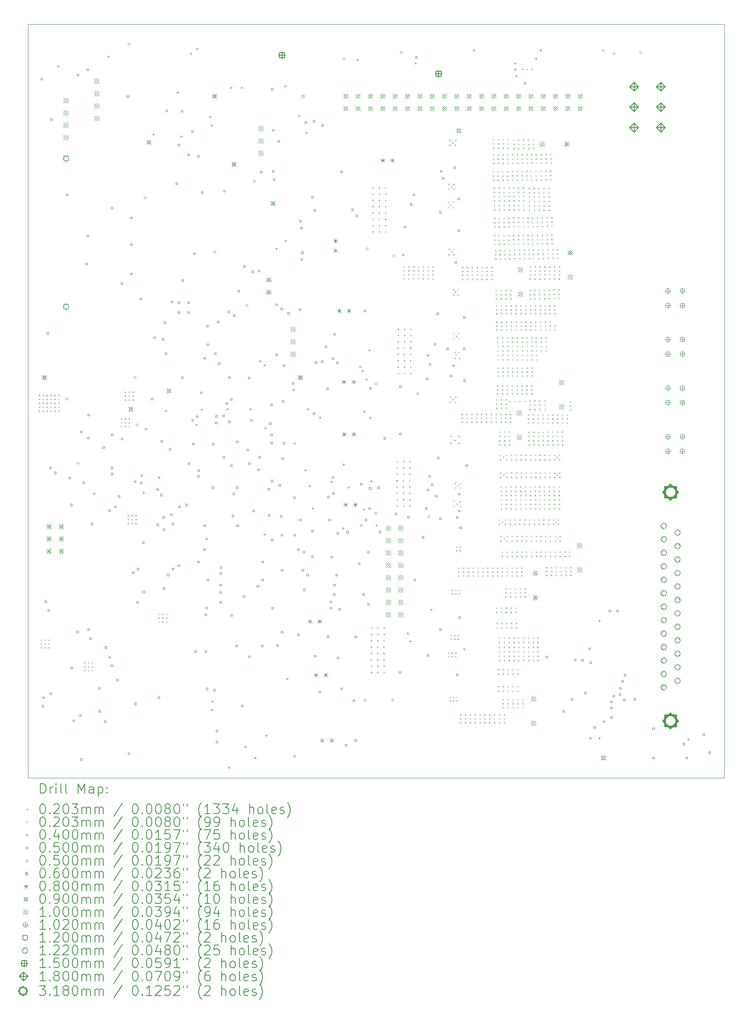
<source format=gbr>
%FSLAX45Y45*%
G04 Gerber Fmt 4.5, Leading zero omitted, Abs format (unit mm)*
G04 Created by KiCad (PCBNEW 6.0.6+dfsg-1~bpo11+1) date 2022-11-12 15:24:46*
%MOMM*%
%LPD*%
G01*
G04 APERTURE LIST*
%TA.AperFunction,Profile*%
%ADD10C,0.100000*%
%TD*%
%ADD11C,0.200000*%
%ADD12C,0.020320*%
%ADD13C,0.040000*%
%ADD14C,0.050000*%
%ADD15C,0.060000*%
%ADD16C,0.080000*%
%ADD17C,0.090000*%
%ADD18C,0.100000*%
%ADD19C,0.102000*%
%ADD20C,0.120000*%
%ADD21C,0.122000*%
%ADD22C,0.150000*%
%ADD23C,0.180000*%
%ADD24C,0.318000*%
G04 APERTURE END LIST*
D10*
X2000000Y-17500000D02*
X16330000Y-17500000D01*
X16330000Y-17500000D02*
X16330000Y-2000000D01*
X16330000Y-2000000D02*
X2000000Y-2000000D01*
X2000000Y-2000000D02*
X2000000Y-17500000D01*
D11*
D12*
X2219840Y-9619840D02*
X2240160Y-9640160D01*
X2240160Y-9619840D02*
X2219840Y-9640160D01*
X2219840Y-9699840D02*
X2240160Y-9720160D01*
X2240160Y-9699840D02*
X2219840Y-9720160D01*
X2219840Y-9779840D02*
X2240160Y-9800160D01*
X2240160Y-9779840D02*
X2219840Y-9800160D01*
X2219840Y-9859840D02*
X2240160Y-9880160D01*
X2240160Y-9859840D02*
X2219840Y-9880160D01*
X2219840Y-9939840D02*
X2240160Y-9960160D01*
X2240160Y-9939840D02*
X2219840Y-9960160D01*
X2259840Y-14649840D02*
X2280160Y-14670160D01*
X2280160Y-14649840D02*
X2259840Y-14670160D01*
X2259840Y-14729840D02*
X2280160Y-14750160D01*
X2280160Y-14729840D02*
X2259840Y-14750160D01*
X2259840Y-14809840D02*
X2280160Y-14830160D01*
X2280160Y-14809840D02*
X2259840Y-14830160D01*
X2299840Y-9619840D02*
X2320160Y-9640160D01*
X2320160Y-9619840D02*
X2299840Y-9640160D01*
X2299840Y-9699840D02*
X2320160Y-9720160D01*
X2320160Y-9699840D02*
X2299840Y-9720160D01*
X2299840Y-9779840D02*
X2320160Y-9800160D01*
X2320160Y-9779840D02*
X2299840Y-9800160D01*
X2299840Y-9859840D02*
X2320160Y-9880160D01*
X2320160Y-9859840D02*
X2299840Y-9880160D01*
X2299840Y-9939840D02*
X2320160Y-9960160D01*
X2320160Y-9939840D02*
X2299840Y-9960160D01*
X2339840Y-14649840D02*
X2360160Y-14670160D01*
X2360160Y-14649840D02*
X2339840Y-14670160D01*
X2339840Y-14729840D02*
X2360160Y-14750160D01*
X2360160Y-14729840D02*
X2339840Y-14750160D01*
X2339840Y-14809840D02*
X2360160Y-14830160D01*
X2360160Y-14809840D02*
X2339840Y-14830160D01*
X2379840Y-9619840D02*
X2400160Y-9640160D01*
X2400160Y-9619840D02*
X2379840Y-9640160D01*
X2379840Y-9699840D02*
X2400160Y-9720160D01*
X2400160Y-9699840D02*
X2379840Y-9720160D01*
X2379840Y-9779840D02*
X2400160Y-9800160D01*
X2400160Y-9779840D02*
X2379840Y-9800160D01*
X2379840Y-9859840D02*
X2400160Y-9880160D01*
X2400160Y-9859840D02*
X2379840Y-9880160D01*
X2379840Y-9939840D02*
X2400160Y-9960160D01*
X2400160Y-9939840D02*
X2379840Y-9960160D01*
X2419840Y-14649840D02*
X2440160Y-14670160D01*
X2440160Y-14649840D02*
X2419840Y-14670160D01*
X2419840Y-14729840D02*
X2440160Y-14750160D01*
X2440160Y-14729840D02*
X2419840Y-14750160D01*
X2419840Y-14809840D02*
X2440160Y-14830160D01*
X2440160Y-14809840D02*
X2419840Y-14830160D01*
X2459840Y-9619840D02*
X2480160Y-9640160D01*
X2480160Y-9619840D02*
X2459840Y-9640160D01*
X2459840Y-9699840D02*
X2480160Y-9720160D01*
X2480160Y-9699840D02*
X2459840Y-9720160D01*
X2459840Y-9779840D02*
X2480160Y-9800160D01*
X2480160Y-9779840D02*
X2459840Y-9800160D01*
X2459840Y-9859840D02*
X2480160Y-9880160D01*
X2480160Y-9859840D02*
X2459840Y-9880160D01*
X2459840Y-9939840D02*
X2480160Y-9960160D01*
X2480160Y-9939840D02*
X2459840Y-9960160D01*
X2539840Y-9619840D02*
X2560160Y-9640160D01*
X2560160Y-9619840D02*
X2539840Y-9640160D01*
X2539840Y-9699840D02*
X2560160Y-9720160D01*
X2560160Y-9699840D02*
X2539840Y-9720160D01*
X2539840Y-9779840D02*
X2560160Y-9800160D01*
X2560160Y-9779840D02*
X2539840Y-9800160D01*
X2539840Y-9859840D02*
X2560160Y-9880160D01*
X2560160Y-9859840D02*
X2539840Y-9880160D01*
X2539840Y-9939840D02*
X2560160Y-9960160D01*
X2560160Y-9939840D02*
X2539840Y-9960160D01*
X2619840Y-9619840D02*
X2640160Y-9640160D01*
X2640160Y-9619840D02*
X2619840Y-9640160D01*
X2619840Y-9699840D02*
X2640160Y-9720160D01*
X2640160Y-9699840D02*
X2619840Y-9720160D01*
X2619840Y-9779840D02*
X2640160Y-9800160D01*
X2640160Y-9779840D02*
X2619840Y-9800160D01*
X2619840Y-9859840D02*
X2640160Y-9880160D01*
X2640160Y-9859840D02*
X2619840Y-9880160D01*
X2619840Y-9939840D02*
X2640160Y-9960160D01*
X2640160Y-9939840D02*
X2619840Y-9960160D01*
X3149840Y-15119840D02*
X3170160Y-15140160D01*
X3170160Y-15119840D02*
X3149840Y-15140160D01*
X3149840Y-15199840D02*
X3170160Y-15220160D01*
X3170160Y-15199840D02*
X3149840Y-15220160D01*
X3149840Y-15279840D02*
X3170160Y-15300160D01*
X3170160Y-15279840D02*
X3149840Y-15300160D01*
X3229840Y-15119840D02*
X3250160Y-15140160D01*
X3250160Y-15119840D02*
X3229840Y-15140160D01*
X3229840Y-15199840D02*
X3250160Y-15220160D01*
X3250160Y-15199840D02*
X3229840Y-15220160D01*
X3229840Y-15279840D02*
X3250160Y-15300160D01*
X3250160Y-15279840D02*
X3229840Y-15300160D01*
X3309840Y-15119840D02*
X3330160Y-15140160D01*
X3330160Y-15119840D02*
X3309840Y-15140160D01*
X3309840Y-15199840D02*
X3330160Y-15220160D01*
X3330160Y-15199840D02*
X3309840Y-15220160D01*
X3309840Y-15279840D02*
X3330160Y-15300160D01*
X3330160Y-15279840D02*
X3309840Y-15300160D01*
X3909840Y-10099840D02*
X3930160Y-10120160D01*
X3930160Y-10099840D02*
X3909840Y-10120160D01*
X3909840Y-10179840D02*
X3930160Y-10200160D01*
X3930160Y-10179840D02*
X3909840Y-10200160D01*
X3909840Y-10259840D02*
X3930160Y-10280160D01*
X3930160Y-10259840D02*
X3909840Y-10280160D01*
X3989840Y-9549840D02*
X4010160Y-9570160D01*
X4010160Y-9549840D02*
X3989840Y-9570160D01*
X3989840Y-9629840D02*
X4010160Y-9650160D01*
X4010160Y-9629840D02*
X3989840Y-9650160D01*
X3989840Y-9709840D02*
X4010160Y-9730160D01*
X4010160Y-9709840D02*
X3989840Y-9730160D01*
X3989840Y-10099840D02*
X4010160Y-10120160D01*
X4010160Y-10099840D02*
X3989840Y-10120160D01*
X3989840Y-10179840D02*
X4010160Y-10200160D01*
X4010160Y-10179840D02*
X3989840Y-10200160D01*
X3989840Y-10259840D02*
X4010160Y-10280160D01*
X4010160Y-10259840D02*
X3989840Y-10280160D01*
X4049840Y-12089840D02*
X4070160Y-12110160D01*
X4070160Y-12089840D02*
X4049840Y-12110160D01*
X4049840Y-12169840D02*
X4070160Y-12190160D01*
X4070160Y-12169840D02*
X4049840Y-12190160D01*
X4049840Y-12249840D02*
X4070160Y-12270160D01*
X4070160Y-12249840D02*
X4049840Y-12270160D01*
X4069840Y-9549840D02*
X4090160Y-9570160D01*
X4090160Y-9549840D02*
X4069840Y-9570160D01*
X4069840Y-9629840D02*
X4090160Y-9650160D01*
X4090160Y-9629840D02*
X4069840Y-9650160D01*
X4069840Y-9709840D02*
X4090160Y-9730160D01*
X4090160Y-9709840D02*
X4069840Y-9730160D01*
X4069840Y-10099840D02*
X4090160Y-10120160D01*
X4090160Y-10099840D02*
X4069840Y-10120160D01*
X4069840Y-10179840D02*
X4090160Y-10200160D01*
X4090160Y-10179840D02*
X4069840Y-10200160D01*
X4069840Y-10259840D02*
X4090160Y-10280160D01*
X4090160Y-10259840D02*
X4069840Y-10280160D01*
X4129840Y-12089840D02*
X4150160Y-12110160D01*
X4150160Y-12089840D02*
X4129840Y-12110160D01*
X4129840Y-12169840D02*
X4150160Y-12190160D01*
X4150160Y-12169840D02*
X4129840Y-12190160D01*
X4129840Y-12249840D02*
X4150160Y-12270160D01*
X4150160Y-12249840D02*
X4129840Y-12270160D01*
X4149840Y-9549840D02*
X4170160Y-9570160D01*
X4170160Y-9549840D02*
X4149840Y-9570160D01*
X4149840Y-9629840D02*
X4170160Y-9650160D01*
X4170160Y-9629840D02*
X4149840Y-9650160D01*
X4149840Y-9709840D02*
X4170160Y-9730160D01*
X4170160Y-9709840D02*
X4149840Y-9730160D01*
X4209840Y-12089840D02*
X4230160Y-12110160D01*
X4230160Y-12089840D02*
X4209840Y-12110160D01*
X4209840Y-12169840D02*
X4230160Y-12190160D01*
X4230160Y-12169840D02*
X4209840Y-12190160D01*
X4209840Y-12249840D02*
X4230160Y-12270160D01*
X4230160Y-12249840D02*
X4209840Y-12270160D01*
X4679840Y-14119840D02*
X4700160Y-14140160D01*
X4700160Y-14119840D02*
X4679840Y-14140160D01*
X4679840Y-14199840D02*
X4700160Y-14220160D01*
X4700160Y-14199840D02*
X4679840Y-14220160D01*
X4679840Y-14279840D02*
X4700160Y-14300160D01*
X4700160Y-14279840D02*
X4679840Y-14300160D01*
X4759840Y-14119840D02*
X4780160Y-14140160D01*
X4780160Y-14119840D02*
X4759840Y-14140160D01*
X4759840Y-14199840D02*
X4780160Y-14220160D01*
X4780160Y-14199840D02*
X4759840Y-14220160D01*
X4759840Y-14279840D02*
X4780160Y-14300160D01*
X4780160Y-14279840D02*
X4759840Y-14300160D01*
X4839840Y-14119840D02*
X4860160Y-14140160D01*
X4860160Y-14119840D02*
X4839840Y-14140160D01*
X4839840Y-14199840D02*
X4860160Y-14220160D01*
X4860160Y-14199840D02*
X4839840Y-14220160D01*
X4839840Y-14279840D02*
X4860160Y-14300160D01*
X4860160Y-14279840D02*
X4839840Y-14300160D01*
X9719840Y-7219840D02*
X9740160Y-7240160D01*
X9740160Y-7219840D02*
X9719840Y-7240160D01*
X9722840Y-6972840D02*
X9743160Y-6993160D01*
X9743160Y-6972840D02*
X9722840Y-6993160D01*
X9722840Y-7052840D02*
X9743160Y-7073160D01*
X9743160Y-7052840D02*
X9722840Y-7073160D01*
X9722840Y-7132840D02*
X9743160Y-7153160D01*
X9743160Y-7132840D02*
X9722840Y-7153160D01*
X9819840Y-7219840D02*
X9840160Y-7240160D01*
X9840160Y-7219840D02*
X9819840Y-7240160D01*
X9822840Y-6972840D02*
X9843160Y-6993160D01*
X9843160Y-6972840D02*
X9822840Y-6993160D01*
X9822840Y-7052840D02*
X9843160Y-7073160D01*
X9843160Y-7052840D02*
X9822840Y-7073160D01*
X9822840Y-7132840D02*
X9843160Y-7153160D01*
X9843160Y-7132840D02*
X9822840Y-7153160D01*
X9919840Y-7219840D02*
X9940160Y-7240160D01*
X9940160Y-7219840D02*
X9919840Y-7240160D01*
X9922840Y-6972840D02*
X9943160Y-6993160D01*
X9943160Y-6972840D02*
X9922840Y-6993160D01*
X9922840Y-7052840D02*
X9943160Y-7073160D01*
X9943160Y-7052840D02*
X9922840Y-7073160D01*
X9922840Y-7132840D02*
X9943160Y-7153160D01*
X9943160Y-7132840D02*
X9922840Y-7153160D01*
X10019840Y-7219840D02*
X10040160Y-7240160D01*
X10040160Y-7219840D02*
X10019840Y-7240160D01*
X10022840Y-6972840D02*
X10043160Y-6993160D01*
X10043160Y-6972840D02*
X10022840Y-6993160D01*
X10022840Y-7052840D02*
X10043160Y-7073160D01*
X10043160Y-7052840D02*
X10022840Y-7073160D01*
X10022840Y-7132840D02*
X10043160Y-7153160D01*
X10043160Y-7132840D02*
X10022840Y-7153160D01*
X10119840Y-7219840D02*
X10140160Y-7240160D01*
X10140160Y-7219840D02*
X10119840Y-7240160D01*
X10122840Y-6972840D02*
X10143160Y-6993160D01*
X10143160Y-6972840D02*
X10122840Y-6993160D01*
X10122840Y-7052840D02*
X10143160Y-7073160D01*
X10143160Y-7052840D02*
X10122840Y-7073160D01*
X10122840Y-7132840D02*
X10143160Y-7153160D01*
X10143160Y-7132840D02*
X10122840Y-7153160D01*
X10219840Y-7219840D02*
X10240160Y-7240160D01*
X10240160Y-7219840D02*
X10219840Y-7240160D01*
X10222840Y-6972840D02*
X10243160Y-6993160D01*
X10243160Y-6972840D02*
X10222840Y-6993160D01*
X10222840Y-7052840D02*
X10243160Y-7073160D01*
X10243160Y-7052840D02*
X10222840Y-7073160D01*
X10222840Y-7132840D02*
X10243160Y-7153160D01*
X10243160Y-7132840D02*
X10222840Y-7153160D01*
X10319840Y-7219840D02*
X10340160Y-7240160D01*
X10340160Y-7219840D02*
X10319840Y-7240160D01*
X10322840Y-6972840D02*
X10343160Y-6993160D01*
X10343160Y-6972840D02*
X10322840Y-6993160D01*
X10322840Y-7052840D02*
X10343160Y-7073160D01*
X10343160Y-7052840D02*
X10322840Y-7073160D01*
X10322840Y-7132840D02*
X10343160Y-7153160D01*
X10343160Y-7132840D02*
X10322840Y-7153160D01*
X10638840Y-5752840D02*
X10659160Y-5773160D01*
X10659160Y-5752840D02*
X10638840Y-5773160D01*
X10639840Y-5640840D02*
X10660160Y-5661160D01*
X10660160Y-5640840D02*
X10639840Y-5661160D01*
X10649840Y-5274840D02*
X10670160Y-5295160D01*
X10670160Y-5274840D02*
X10649840Y-5295160D01*
X10649840Y-5369840D02*
X10670160Y-5390160D01*
X10670160Y-5369840D02*
X10649840Y-5390160D01*
X10649840Y-14919840D02*
X10670160Y-14940160D01*
X10670160Y-14919840D02*
X10649840Y-14940160D01*
X10649840Y-14989840D02*
X10670160Y-15010160D01*
X10670160Y-14989840D02*
X10649840Y-15010160D01*
X10653840Y-6721840D02*
X10674160Y-6742160D01*
X10674160Y-6721840D02*
X10653840Y-6742160D01*
X10658840Y-6612840D02*
X10679160Y-6633160D01*
X10679160Y-6612840D02*
X10658840Y-6633160D01*
X10669840Y-4369840D02*
X10690160Y-4390160D01*
X10690160Y-4369840D02*
X10669840Y-4390160D01*
X10669840Y-4469840D02*
X10690160Y-4490160D01*
X10690160Y-4469840D02*
X10669840Y-4490160D01*
X10671840Y-9761840D02*
X10692160Y-9782160D01*
X10692160Y-9761840D02*
X10671840Y-9782160D01*
X10674840Y-9650840D02*
X10695160Y-9671160D01*
X10695160Y-9650840D02*
X10674840Y-9671160D01*
X10679840Y-15829840D02*
X10700160Y-15850160D01*
X10700160Y-15829840D02*
X10679840Y-15850160D01*
X10679840Y-15899840D02*
X10700160Y-15920160D01*
X10700160Y-15899840D02*
X10679840Y-15920160D01*
X10689840Y-5701840D02*
X10710160Y-5722160D01*
X10710160Y-5701840D02*
X10689840Y-5722160D01*
X10694840Y-10459840D02*
X10715160Y-10480160D01*
X10715160Y-10459840D02*
X10694840Y-10480160D01*
X10694840Y-10599840D02*
X10715160Y-10620160D01*
X10715160Y-10599840D02*
X10694840Y-10620160D01*
X10699840Y-14559840D02*
X10720160Y-14580160D01*
X10720160Y-14559840D02*
X10699840Y-14580160D01*
X10699840Y-14629840D02*
X10720160Y-14650160D01*
X10720160Y-14629840D02*
X10699840Y-14650160D01*
X10705840Y-6662840D02*
X10726160Y-6683160D01*
X10726160Y-6662840D02*
X10705840Y-6683160D01*
X10709840Y-5329840D02*
X10730160Y-5350160D01*
X10730160Y-5329840D02*
X10709840Y-5350160D01*
X10719840Y-13629840D02*
X10740160Y-13650160D01*
X10740160Y-13629840D02*
X10719840Y-13650160D01*
X10719840Y-13699840D02*
X10740160Y-13720160D01*
X10740160Y-13699840D02*
X10719840Y-13720160D01*
X10719840Y-14919840D02*
X10740160Y-14940160D01*
X10740160Y-14919840D02*
X10719840Y-14940160D01*
X10719840Y-14989840D02*
X10740160Y-15010160D01*
X10740160Y-14989840D02*
X10719840Y-15010160D01*
X10729840Y-4419840D02*
X10750160Y-4440160D01*
X10750160Y-4419840D02*
X10729840Y-4440160D01*
X10732840Y-5635840D02*
X10753160Y-5656160D01*
X10753160Y-5635840D02*
X10732840Y-5656160D01*
X10733840Y-5751840D02*
X10754160Y-5772160D01*
X10754160Y-5751840D02*
X10733840Y-5772160D01*
X10733840Y-9702840D02*
X10754160Y-9723160D01*
X10754160Y-9702840D02*
X10733840Y-9723160D01*
X10745840Y-7446840D02*
X10766160Y-7467160D01*
X10766160Y-7446840D02*
X10745840Y-7467160D01*
X10747840Y-7553840D02*
X10768160Y-7574160D01*
X10768160Y-7553840D02*
X10747840Y-7574160D01*
X10749840Y-8447840D02*
X10770160Y-8468160D01*
X10770160Y-8447840D02*
X10749840Y-8468160D01*
X10749840Y-15829840D02*
X10770160Y-15850160D01*
X10770160Y-15829840D02*
X10749840Y-15850160D01*
X10749840Y-15899840D02*
X10770160Y-15920160D01*
X10770160Y-15899840D02*
X10749840Y-15920160D01*
X10750840Y-6609840D02*
X10771160Y-6630160D01*
X10771160Y-6609840D02*
X10750840Y-6630160D01*
X10750840Y-8343840D02*
X10771160Y-8364160D01*
X10771160Y-8343840D02*
X10750840Y-8364160D01*
X10754840Y-5274840D02*
X10775160Y-5295160D01*
X10775160Y-5274840D02*
X10754840Y-5295160D01*
X10754840Y-6723840D02*
X10775160Y-6744160D01*
X10775160Y-6723840D02*
X10754840Y-6744160D01*
X10759840Y-5369840D02*
X10780160Y-5390160D01*
X10780160Y-5369840D02*
X10759840Y-5390160D01*
X10759840Y-11789840D02*
X10780160Y-11810160D01*
X10780160Y-11789840D02*
X10759840Y-11810160D01*
X10759840Y-11899840D02*
X10780160Y-11920160D01*
X10780160Y-11899840D02*
X10759840Y-11920160D01*
X10769840Y-10539840D02*
X10790160Y-10560160D01*
X10790160Y-10539840D02*
X10769840Y-10560160D01*
X10769840Y-14559840D02*
X10790160Y-14580160D01*
X10790160Y-14559840D02*
X10769840Y-14580160D01*
X10769840Y-14629840D02*
X10790160Y-14650160D01*
X10790160Y-14629840D02*
X10769840Y-14650160D01*
X10772840Y-8737840D02*
X10793160Y-8758160D01*
X10793160Y-8737840D02*
X10772840Y-8758160D01*
X10777840Y-8854840D02*
X10798160Y-8875160D01*
X10798160Y-8854840D02*
X10777840Y-8875160D01*
X10782840Y-9759840D02*
X10803160Y-9780160D01*
X10803160Y-9759840D02*
X10782840Y-9780160D01*
X10784840Y-4469840D02*
X10805160Y-4490160D01*
X10805160Y-4469840D02*
X10784840Y-4490160D01*
X10784840Y-11429840D02*
X10805160Y-11450160D01*
X10805160Y-11429840D02*
X10784840Y-11450160D01*
X10784840Y-11519840D02*
X10805160Y-11540160D01*
X10805160Y-11519840D02*
X10784840Y-11540160D01*
X10786840Y-7494840D02*
X10807160Y-7515160D01*
X10807160Y-7494840D02*
X10786840Y-7515160D01*
X10789840Y-4369840D02*
X10810160Y-4390160D01*
X10810160Y-4369840D02*
X10789840Y-4390160D01*
X10789840Y-13629840D02*
X10810160Y-13650160D01*
X10810160Y-13629840D02*
X10789840Y-13650160D01*
X10789840Y-13699840D02*
X10810160Y-13720160D01*
X10810160Y-13699840D02*
X10789840Y-13720160D01*
X10789840Y-14919840D02*
X10810160Y-14940160D01*
X10810160Y-14919840D02*
X10789840Y-14940160D01*
X10789840Y-14989840D02*
X10810160Y-15010160D01*
X10810160Y-14989840D02*
X10789840Y-15010160D01*
X10793840Y-9652840D02*
X10814160Y-9673160D01*
X10814160Y-9652840D02*
X10793840Y-9673160D01*
X10799840Y-8791840D02*
X10820160Y-8812160D01*
X10820160Y-8791840D02*
X10799840Y-8812160D01*
X10805840Y-8400840D02*
X10826160Y-8421160D01*
X10826160Y-8400840D02*
X10805840Y-8421160D01*
X10809840Y-12739840D02*
X10830160Y-12760160D01*
X10830160Y-12739840D02*
X10809840Y-12760160D01*
X10809840Y-12809840D02*
X10830160Y-12830160D01*
X10830160Y-12809840D02*
X10809840Y-12830160D01*
X10819840Y-11854840D02*
X10840160Y-11875160D01*
X10840160Y-11854840D02*
X10819840Y-11875160D01*
X10819840Y-15829840D02*
X10840160Y-15850160D01*
X10840160Y-15829840D02*
X10819840Y-15850160D01*
X10819840Y-15899840D02*
X10840160Y-15920160D01*
X10840160Y-15899840D02*
X10819840Y-15920160D01*
X10832840Y-7439840D02*
X10853160Y-7460160D01*
X10853160Y-7439840D02*
X10832840Y-7460160D01*
X10834840Y-11474840D02*
X10855160Y-11495160D01*
X10855160Y-11474840D02*
X10834840Y-11495160D01*
X10837840Y-7549840D02*
X10858160Y-7570160D01*
X10858160Y-7549840D02*
X10837840Y-7570160D01*
X10839840Y-14559840D02*
X10860160Y-14580160D01*
X10860160Y-14559840D02*
X10839840Y-14580160D01*
X10839840Y-14629840D02*
X10860160Y-14650160D01*
X10860160Y-14629840D02*
X10839840Y-14650160D01*
X10849840Y-13169840D02*
X10870160Y-13190160D01*
X10870160Y-13169840D02*
X10849840Y-13190160D01*
X10849840Y-13249840D02*
X10870160Y-13270160D01*
X10870160Y-13249840D02*
X10849840Y-13270160D01*
X10849840Y-13329840D02*
X10870160Y-13350160D01*
X10870160Y-13329840D02*
X10849840Y-13350160D01*
X10850840Y-8343840D02*
X10871160Y-8364160D01*
X10871160Y-8343840D02*
X10850840Y-8364160D01*
X10851840Y-8733840D02*
X10872160Y-8754160D01*
X10872160Y-8733840D02*
X10851840Y-8754160D01*
X10854840Y-10459840D02*
X10875160Y-10480160D01*
X10875160Y-10459840D02*
X10854840Y-10480160D01*
X10856710Y-10601043D02*
X10877030Y-10621363D01*
X10877030Y-10601043D02*
X10856710Y-10621363D01*
X10858840Y-8447840D02*
X10879160Y-8468160D01*
X10879160Y-8447840D02*
X10858840Y-8468160D01*
X10859840Y-13629840D02*
X10880160Y-13650160D01*
X10880160Y-13629840D02*
X10859840Y-13650160D01*
X10859840Y-13699840D02*
X10880160Y-13720160D01*
X10880160Y-13699840D02*
X10859840Y-13720160D01*
X10866840Y-8857840D02*
X10887160Y-8878160D01*
X10887160Y-8857840D02*
X10866840Y-8878160D01*
X10879840Y-11804840D02*
X10900160Y-11825160D01*
X10900160Y-11804840D02*
X10879840Y-11825160D01*
X10879840Y-12739840D02*
X10900160Y-12760160D01*
X10900160Y-12739840D02*
X10879840Y-12760160D01*
X10879840Y-12809840D02*
X10900160Y-12830160D01*
X10900160Y-12809840D02*
X10879840Y-12830160D01*
X10884840Y-11434840D02*
X10905160Y-11455160D01*
X10905160Y-11434840D02*
X10884840Y-11455160D01*
X10884840Y-11519840D02*
X10905160Y-11540160D01*
X10905160Y-11519840D02*
X10884840Y-11540160D01*
X10884840Y-11899840D02*
X10905160Y-11920160D01*
X10905160Y-11899840D02*
X10884840Y-11920160D01*
X10889840Y-16189840D02*
X10910160Y-16210160D01*
X10910160Y-16189840D02*
X10889840Y-16210160D01*
X10889840Y-16269840D02*
X10910160Y-16290160D01*
X10910160Y-16269840D02*
X10889840Y-16290160D01*
X10889840Y-16349840D02*
X10910160Y-16370160D01*
X10910160Y-16349840D02*
X10889840Y-16370160D01*
X10921840Y-10008840D02*
X10942160Y-10029160D01*
X10942160Y-10008840D02*
X10921840Y-10029160D01*
X10921840Y-10088840D02*
X10942160Y-10109160D01*
X10942160Y-10088840D02*
X10921840Y-10109160D01*
X10921840Y-10168840D02*
X10942160Y-10189160D01*
X10942160Y-10168840D02*
X10921840Y-10189160D01*
X10929840Y-7230840D02*
X10950160Y-7251160D01*
X10950160Y-7230840D02*
X10929840Y-7251160D01*
X10932840Y-6983840D02*
X10953160Y-7004160D01*
X10953160Y-6983840D02*
X10932840Y-7004160D01*
X10932840Y-7063840D02*
X10953160Y-7084160D01*
X10953160Y-7063840D02*
X10932840Y-7084160D01*
X10932840Y-7143840D02*
X10953160Y-7164160D01*
X10953160Y-7143840D02*
X10932840Y-7164160D01*
X10949840Y-13169840D02*
X10970160Y-13190160D01*
X10970160Y-13169840D02*
X10949840Y-13190160D01*
X10949840Y-13249840D02*
X10970160Y-13270160D01*
X10970160Y-13249840D02*
X10949840Y-13270160D01*
X10949840Y-13329840D02*
X10970160Y-13350160D01*
X10970160Y-13329840D02*
X10949840Y-13350160D01*
X10989840Y-16189840D02*
X11010160Y-16210160D01*
X11010160Y-16189840D02*
X10989840Y-16210160D01*
X10989840Y-16269840D02*
X11010160Y-16290160D01*
X11010160Y-16269840D02*
X10989840Y-16290160D01*
X10989840Y-16349840D02*
X11010160Y-16370160D01*
X11010160Y-16349840D02*
X10989840Y-16370160D01*
X11021840Y-10008840D02*
X11042160Y-10029160D01*
X11042160Y-10008840D02*
X11021840Y-10029160D01*
X11021840Y-10088840D02*
X11042160Y-10109160D01*
X11042160Y-10088840D02*
X11021840Y-10109160D01*
X11021840Y-10168840D02*
X11042160Y-10189160D01*
X11042160Y-10168840D02*
X11021840Y-10189160D01*
X11029840Y-7230840D02*
X11050160Y-7251160D01*
X11050160Y-7230840D02*
X11029840Y-7251160D01*
X11032840Y-6983840D02*
X11053160Y-7004160D01*
X11053160Y-6983840D02*
X11032840Y-7004160D01*
X11032840Y-7063840D02*
X11053160Y-7084160D01*
X11053160Y-7063840D02*
X11032840Y-7084160D01*
X11032840Y-7143840D02*
X11053160Y-7164160D01*
X11053160Y-7143840D02*
X11032840Y-7164160D01*
X11049840Y-13169840D02*
X11070160Y-13190160D01*
X11070160Y-13169840D02*
X11049840Y-13190160D01*
X11049840Y-13249840D02*
X11070160Y-13270160D01*
X11070160Y-13249840D02*
X11049840Y-13270160D01*
X11049840Y-13329840D02*
X11070160Y-13350160D01*
X11070160Y-13329840D02*
X11049840Y-13350160D01*
X11089840Y-16189840D02*
X11110160Y-16210160D01*
X11110160Y-16189840D02*
X11089840Y-16210160D01*
X11089840Y-16269840D02*
X11110160Y-16290160D01*
X11110160Y-16269840D02*
X11089840Y-16290160D01*
X11089840Y-16349840D02*
X11110160Y-16370160D01*
X11110160Y-16349840D02*
X11089840Y-16370160D01*
X11121840Y-10008840D02*
X11142160Y-10029160D01*
X11142160Y-10008840D02*
X11121840Y-10029160D01*
X11121840Y-10088840D02*
X11142160Y-10109160D01*
X11142160Y-10088840D02*
X11121840Y-10109160D01*
X11121840Y-10168840D02*
X11142160Y-10189160D01*
X11142160Y-10168840D02*
X11121840Y-10189160D01*
X11129840Y-7230840D02*
X11150160Y-7251160D01*
X11150160Y-7230840D02*
X11129840Y-7251160D01*
X11132840Y-6983840D02*
X11153160Y-7004160D01*
X11153160Y-6983840D02*
X11132840Y-7004160D01*
X11132840Y-7063840D02*
X11153160Y-7084160D01*
X11153160Y-7063840D02*
X11132840Y-7084160D01*
X11132840Y-7143840D02*
X11153160Y-7164160D01*
X11153160Y-7143840D02*
X11132840Y-7164160D01*
X11149840Y-13169840D02*
X11170160Y-13190160D01*
X11170160Y-13169840D02*
X11149840Y-13190160D01*
X11149840Y-13249840D02*
X11170160Y-13270160D01*
X11170160Y-13249840D02*
X11149840Y-13270160D01*
X11149840Y-13329840D02*
X11170160Y-13350160D01*
X11170160Y-13329840D02*
X11149840Y-13350160D01*
X11189840Y-16189840D02*
X11210160Y-16210160D01*
X11210160Y-16189840D02*
X11189840Y-16210160D01*
X11189840Y-16269840D02*
X11210160Y-16290160D01*
X11210160Y-16269840D02*
X11189840Y-16290160D01*
X11189840Y-16349840D02*
X11210160Y-16370160D01*
X11210160Y-16349840D02*
X11189840Y-16370160D01*
X11221840Y-10008840D02*
X11242160Y-10029160D01*
X11242160Y-10008840D02*
X11221840Y-10029160D01*
X11221840Y-10088840D02*
X11242160Y-10109160D01*
X11242160Y-10088840D02*
X11221840Y-10109160D01*
X11221840Y-10168840D02*
X11242160Y-10189160D01*
X11242160Y-10168840D02*
X11221840Y-10189160D01*
X11229840Y-7230840D02*
X11250160Y-7251160D01*
X11250160Y-7230840D02*
X11229840Y-7251160D01*
X11232840Y-6983840D02*
X11253160Y-7004160D01*
X11253160Y-6983840D02*
X11232840Y-7004160D01*
X11232840Y-7063840D02*
X11253160Y-7084160D01*
X11253160Y-7063840D02*
X11232840Y-7084160D01*
X11232840Y-7143840D02*
X11253160Y-7164160D01*
X11253160Y-7143840D02*
X11232840Y-7164160D01*
X11249840Y-13169840D02*
X11270160Y-13190160D01*
X11270160Y-13169840D02*
X11249840Y-13190160D01*
X11249840Y-13249840D02*
X11270160Y-13270160D01*
X11270160Y-13249840D02*
X11249840Y-13270160D01*
X11249840Y-13329840D02*
X11270160Y-13350160D01*
X11270160Y-13329840D02*
X11249840Y-13350160D01*
X11289840Y-16189840D02*
X11310160Y-16210160D01*
X11310160Y-16189840D02*
X11289840Y-16210160D01*
X11289840Y-16269840D02*
X11310160Y-16290160D01*
X11310160Y-16269840D02*
X11289840Y-16290160D01*
X11289840Y-16349840D02*
X11310160Y-16370160D01*
X11310160Y-16349840D02*
X11289840Y-16370160D01*
X11321840Y-10008840D02*
X11342160Y-10029160D01*
X11342160Y-10008840D02*
X11321840Y-10029160D01*
X11321840Y-10088840D02*
X11342160Y-10109160D01*
X11342160Y-10088840D02*
X11321840Y-10109160D01*
X11321840Y-10168840D02*
X11342160Y-10189160D01*
X11342160Y-10168840D02*
X11321840Y-10189160D01*
X11329840Y-7230840D02*
X11350160Y-7251160D01*
X11350160Y-7230840D02*
X11329840Y-7251160D01*
X11332840Y-6983840D02*
X11353160Y-7004160D01*
X11353160Y-6983840D02*
X11332840Y-7004160D01*
X11332840Y-7063840D02*
X11353160Y-7084160D01*
X11353160Y-7063840D02*
X11332840Y-7084160D01*
X11332840Y-7143840D02*
X11353160Y-7164160D01*
X11353160Y-7143840D02*
X11332840Y-7164160D01*
X11349840Y-13169840D02*
X11370160Y-13190160D01*
X11370160Y-13169840D02*
X11349840Y-13190160D01*
X11349840Y-13249840D02*
X11370160Y-13270160D01*
X11370160Y-13249840D02*
X11349840Y-13270160D01*
X11349840Y-13329840D02*
X11370160Y-13350160D01*
X11370160Y-13329840D02*
X11349840Y-13350160D01*
X11389840Y-16189840D02*
X11410160Y-16210160D01*
X11410160Y-16189840D02*
X11389840Y-16210160D01*
X11389840Y-16269840D02*
X11410160Y-16290160D01*
X11410160Y-16269840D02*
X11389840Y-16290160D01*
X11389840Y-16349840D02*
X11410160Y-16370160D01*
X11410160Y-16349840D02*
X11389840Y-16370160D01*
X11421840Y-10008840D02*
X11442160Y-10029160D01*
X11442160Y-10008840D02*
X11421840Y-10029160D01*
X11421840Y-10088840D02*
X11442160Y-10109160D01*
X11442160Y-10088840D02*
X11421840Y-10109160D01*
X11421840Y-10168840D02*
X11442160Y-10189160D01*
X11442160Y-10168840D02*
X11421840Y-10189160D01*
X11429840Y-7230840D02*
X11450160Y-7251160D01*
X11450160Y-7230840D02*
X11429840Y-7251160D01*
X11432840Y-6983840D02*
X11453160Y-7004160D01*
X11453160Y-6983840D02*
X11432840Y-7004160D01*
X11432840Y-7063840D02*
X11453160Y-7084160D01*
X11453160Y-7063840D02*
X11432840Y-7084160D01*
X11432840Y-7143840D02*
X11453160Y-7164160D01*
X11453160Y-7143840D02*
X11432840Y-7164160D01*
X11449840Y-13169840D02*
X11470160Y-13190160D01*
X11470160Y-13169840D02*
X11449840Y-13190160D01*
X11449840Y-13249840D02*
X11470160Y-13270160D01*
X11470160Y-13249840D02*
X11449840Y-13270160D01*
X11449840Y-13329840D02*
X11470160Y-13350160D01*
X11470160Y-13329840D02*
X11449840Y-13350160D01*
X11489840Y-16189840D02*
X11510160Y-16210160D01*
X11510160Y-16189840D02*
X11489840Y-16210160D01*
X11489840Y-16269840D02*
X11510160Y-16290160D01*
X11510160Y-16269840D02*
X11489840Y-16290160D01*
X11489840Y-16349840D02*
X11510160Y-16370160D01*
X11510160Y-16349840D02*
X11489840Y-16370160D01*
X11521840Y-10008840D02*
X11542160Y-10029160D01*
X11542160Y-10008840D02*
X11521840Y-10029160D01*
X11521840Y-10088840D02*
X11542160Y-10109160D01*
X11542160Y-10088840D02*
X11521840Y-10109160D01*
X11521840Y-10168840D02*
X11542160Y-10189160D01*
X11542160Y-10168840D02*
X11521840Y-10189160D01*
X11529840Y-7230840D02*
X11550160Y-7251160D01*
X11550160Y-7230840D02*
X11529840Y-7251160D01*
X11532840Y-6983840D02*
X11553160Y-7004160D01*
X11553160Y-6983840D02*
X11532840Y-7004160D01*
X11532840Y-7063840D02*
X11553160Y-7084160D01*
X11553160Y-7063840D02*
X11532840Y-7084160D01*
X11532840Y-7143840D02*
X11553160Y-7164160D01*
X11553160Y-7143840D02*
X11532840Y-7164160D01*
X11549840Y-13169840D02*
X11570160Y-13190160D01*
X11570160Y-13169840D02*
X11549840Y-13190160D01*
X11549840Y-13249840D02*
X11570160Y-13270160D01*
X11570160Y-13249840D02*
X11549840Y-13270160D01*
X11549840Y-13329840D02*
X11570160Y-13350160D01*
X11570160Y-13329840D02*
X11549840Y-13350160D01*
X11564840Y-4354840D02*
X11585160Y-4375160D01*
X11585160Y-4354840D02*
X11564840Y-4375160D01*
X11564840Y-5014840D02*
X11585160Y-5035160D01*
X11585160Y-5014840D02*
X11564840Y-5035160D01*
X11564840Y-5104840D02*
X11585160Y-5125160D01*
X11585160Y-5104840D02*
X11564840Y-5125160D01*
X11569840Y-4439840D02*
X11590160Y-4460160D01*
X11590160Y-4439840D02*
X11569840Y-4460160D01*
X11569840Y-4529840D02*
X11590160Y-4550160D01*
X11590160Y-4529840D02*
X11569840Y-4550160D01*
X11569840Y-4669840D02*
X11590160Y-4690160D01*
X11590160Y-4669840D02*
X11569840Y-4690160D01*
X11569840Y-4759840D02*
X11590160Y-4780160D01*
X11590160Y-4759840D02*
X11569840Y-4780160D01*
X11569840Y-5189840D02*
X11590160Y-5210160D01*
X11590160Y-5189840D02*
X11569840Y-5210160D01*
X11574840Y-4844840D02*
X11595160Y-4865160D01*
X11595160Y-4844840D02*
X11574840Y-4865160D01*
X11584840Y-5349840D02*
X11605160Y-5370160D01*
X11605160Y-5349840D02*
X11584840Y-5370160D01*
X11584840Y-5439840D02*
X11605160Y-5460160D01*
X11605160Y-5439840D02*
X11584840Y-5460160D01*
X11589840Y-5524840D02*
X11610160Y-5545160D01*
X11610160Y-5524840D02*
X11589840Y-5545160D01*
X11589840Y-5614840D02*
X11610160Y-5635160D01*
X11610160Y-5614840D02*
X11589840Y-5635160D01*
X11589840Y-5709840D02*
X11610160Y-5730160D01*
X11610160Y-5709840D02*
X11589840Y-5730160D01*
X11589840Y-5799840D02*
X11610160Y-5820160D01*
X11610160Y-5799840D02*
X11589840Y-5820160D01*
X11589840Y-16189840D02*
X11610160Y-16210160D01*
X11610160Y-16189840D02*
X11589840Y-16210160D01*
X11589840Y-16269840D02*
X11610160Y-16290160D01*
X11610160Y-16269840D02*
X11589840Y-16290160D01*
X11589840Y-16349840D02*
X11610160Y-16370160D01*
X11610160Y-16349840D02*
X11589840Y-16370160D01*
X11590840Y-5972840D02*
X11611160Y-5993160D01*
X11611160Y-5972840D02*
X11590840Y-5993160D01*
X11590840Y-6062840D02*
X11611160Y-6083160D01*
X11611160Y-6062840D02*
X11590840Y-6083160D01*
X11590840Y-6330840D02*
X11611160Y-6351160D01*
X11611160Y-6330840D02*
X11590840Y-6351160D01*
X11590840Y-6420840D02*
X11611160Y-6441160D01*
X11611160Y-6420840D02*
X11590840Y-6441160D01*
X11595840Y-6147840D02*
X11616160Y-6168160D01*
X11616160Y-6147840D02*
X11595840Y-6168160D01*
X11595840Y-6505840D02*
X11616160Y-6526160D01*
X11616160Y-6505840D02*
X11595840Y-6526160D01*
X11611840Y-6631840D02*
X11632160Y-6652160D01*
X11632160Y-6631840D02*
X11611840Y-6652160D01*
X11611840Y-6721840D02*
X11632160Y-6742160D01*
X11632160Y-6721840D02*
X11611840Y-6742160D01*
X11616840Y-6806840D02*
X11637160Y-6827160D01*
X11637160Y-6806840D02*
X11616840Y-6827160D01*
X11621840Y-7454840D02*
X11642160Y-7475160D01*
X11642160Y-7454840D02*
X11621840Y-7475160D01*
X11621840Y-7544840D02*
X11642160Y-7565160D01*
X11642160Y-7544840D02*
X11621840Y-7565160D01*
X11621840Y-10008840D02*
X11642160Y-10029160D01*
X11642160Y-10008840D02*
X11621840Y-10029160D01*
X11621840Y-10088840D02*
X11642160Y-10109160D01*
X11642160Y-10088840D02*
X11621840Y-10109160D01*
X11621840Y-10168840D02*
X11642160Y-10189160D01*
X11642160Y-10168840D02*
X11621840Y-10189160D01*
X11626840Y-7629840D02*
X11647160Y-7650160D01*
X11647160Y-7629840D02*
X11626840Y-7650160D01*
X11628840Y-9706840D02*
X11649160Y-9727160D01*
X11649160Y-9706840D02*
X11628840Y-9727160D01*
X11628840Y-9796840D02*
X11649160Y-9817160D01*
X11649160Y-9796840D02*
X11628840Y-9817160D01*
X11629840Y-13989840D02*
X11650160Y-14010160D01*
X11650160Y-13989840D02*
X11629840Y-14010160D01*
X11629840Y-14079840D02*
X11650160Y-14100160D01*
X11650160Y-14079840D02*
X11629840Y-14100160D01*
X11630840Y-7775840D02*
X11651160Y-7796160D01*
X11651160Y-7775840D02*
X11630840Y-7796160D01*
X11630840Y-7855840D02*
X11651160Y-7876160D01*
X11651160Y-7855840D02*
X11630840Y-7876160D01*
X11632840Y-7933840D02*
X11653160Y-7954160D01*
X11653160Y-7933840D02*
X11632840Y-7954160D01*
X11633840Y-9881840D02*
X11654160Y-9902160D01*
X11654160Y-9881840D02*
X11633840Y-9902160D01*
X11635840Y-8109840D02*
X11656160Y-8130160D01*
X11656160Y-8109840D02*
X11635840Y-8130160D01*
X11635840Y-8189840D02*
X11656160Y-8210160D01*
X11656160Y-8189840D02*
X11635840Y-8210160D01*
X11635840Y-8269840D02*
X11656160Y-8290160D01*
X11656160Y-8269840D02*
X11635840Y-8290160D01*
X11639840Y-14309840D02*
X11660160Y-14330160D01*
X11660160Y-14309840D02*
X11639840Y-14330160D01*
X11639840Y-14399840D02*
X11660160Y-14420160D01*
X11660160Y-14399840D02*
X11639840Y-14420160D01*
X11649840Y-13169840D02*
X11670160Y-13190160D01*
X11670160Y-13169840D02*
X11649840Y-13190160D01*
X11649840Y-13249840D02*
X11670160Y-13270160D01*
X11670160Y-13249840D02*
X11649840Y-13270160D01*
X11649840Y-13329840D02*
X11670160Y-13350160D01*
X11670160Y-13329840D02*
X11649840Y-13350160D01*
X11652840Y-9423840D02*
X11673160Y-9444160D01*
X11673160Y-9423840D02*
X11652840Y-9444160D01*
X11652840Y-9503840D02*
X11673160Y-9524160D01*
X11673160Y-9503840D02*
X11652840Y-9524160D01*
X11652840Y-9583840D02*
X11673160Y-9604160D01*
X11673160Y-9583840D02*
X11652840Y-9604160D01*
X11654840Y-5014840D02*
X11675160Y-5035160D01*
X11675160Y-5014840D02*
X11654840Y-5035160D01*
X11654840Y-5104840D02*
X11675160Y-5125160D01*
X11675160Y-5104840D02*
X11654840Y-5125160D01*
X11657840Y-8433840D02*
X11678160Y-8454160D01*
X11678160Y-8433840D02*
X11657840Y-8454160D01*
X11657840Y-8523840D02*
X11678160Y-8544160D01*
X11678160Y-8523840D02*
X11657840Y-8544160D01*
X11659840Y-4669840D02*
X11680160Y-4690160D01*
X11680160Y-4669840D02*
X11659840Y-4690160D01*
X11659840Y-4759840D02*
X11680160Y-4780160D01*
X11680160Y-4759840D02*
X11659840Y-4780160D01*
X11659840Y-5189840D02*
X11680160Y-5210160D01*
X11680160Y-5189840D02*
X11659840Y-5210160D01*
X11661840Y-9055840D02*
X11682160Y-9076160D01*
X11682160Y-9055840D02*
X11661840Y-9076160D01*
X11661840Y-9135840D02*
X11682160Y-9156160D01*
X11682160Y-9135840D02*
X11661840Y-9156160D01*
X11661840Y-9215840D02*
X11682160Y-9236160D01*
X11682160Y-9215840D02*
X11661840Y-9236160D01*
X11662840Y-8608840D02*
X11683160Y-8629160D01*
X11683160Y-8608840D02*
X11662840Y-8629160D01*
X11662840Y-8698840D02*
X11683160Y-8719160D01*
X11683160Y-8698840D02*
X11662840Y-8719160D01*
X11662840Y-8793840D02*
X11683160Y-8814160D01*
X11683160Y-8793840D02*
X11662840Y-8814160D01*
X11662840Y-8883840D02*
X11683160Y-8904160D01*
X11683160Y-8883840D02*
X11662840Y-8904160D01*
X11664840Y-4354840D02*
X11685160Y-4375160D01*
X11685160Y-4354840D02*
X11664840Y-4375160D01*
X11664840Y-4844840D02*
X11685160Y-4865160D01*
X11685160Y-4844840D02*
X11664840Y-4865160D01*
X11669840Y-4439840D02*
X11690160Y-4460160D01*
X11690160Y-4439840D02*
X11669840Y-4460160D01*
X11669840Y-4529840D02*
X11690160Y-4550160D01*
X11690160Y-4529840D02*
X11669840Y-4550160D01*
X11669840Y-15259840D02*
X11690160Y-15280160D01*
X11690160Y-15259840D02*
X11669840Y-15280160D01*
X11669840Y-15349840D02*
X11690160Y-15370160D01*
X11690160Y-15349840D02*
X11669840Y-15370160D01*
X11669840Y-15609840D02*
X11690160Y-15630160D01*
X11690160Y-15609840D02*
X11669840Y-15630160D01*
X11669840Y-15699840D02*
X11690160Y-15720160D01*
X11690160Y-15699840D02*
X11669840Y-15720160D01*
X11679840Y-12179840D02*
X11700160Y-12200160D01*
X11700160Y-12179840D02*
X11679840Y-12200160D01*
X11679840Y-12269840D02*
X11700160Y-12290160D01*
X11700160Y-12269840D02*
X11679840Y-12290160D01*
X11680840Y-5972840D02*
X11701160Y-5993160D01*
X11701160Y-5972840D02*
X11680840Y-5993160D01*
X11680840Y-6062840D02*
X11701160Y-6083160D01*
X11701160Y-6062840D02*
X11680840Y-6083160D01*
X11680840Y-6330840D02*
X11701160Y-6351160D01*
X11701160Y-6330840D02*
X11680840Y-6351160D01*
X11680840Y-6420840D02*
X11701160Y-6441160D01*
X11701160Y-6420840D02*
X11680840Y-6441160D01*
X11684840Y-5349840D02*
X11705160Y-5370160D01*
X11705160Y-5349840D02*
X11684840Y-5370160D01*
X11684840Y-5439840D02*
X11705160Y-5460160D01*
X11705160Y-5439840D02*
X11684840Y-5460160D01*
X11685840Y-6147840D02*
X11706160Y-6168160D01*
X11706160Y-6147840D02*
X11685840Y-6168160D01*
X11685840Y-6505840D02*
X11706160Y-6526160D01*
X11706160Y-6505840D02*
X11685840Y-6526160D01*
X11689840Y-5524840D02*
X11710160Y-5545160D01*
X11710160Y-5524840D02*
X11689840Y-5545160D01*
X11689840Y-5614840D02*
X11710160Y-5635160D01*
X11710160Y-5614840D02*
X11689840Y-5635160D01*
X11689840Y-5709840D02*
X11710160Y-5730160D01*
X11710160Y-5709840D02*
X11689840Y-5730160D01*
X11689840Y-5799840D02*
X11710160Y-5820160D01*
X11710160Y-5799840D02*
X11689840Y-5820160D01*
X11689840Y-14609840D02*
X11710160Y-14630160D01*
X11710160Y-14609840D02*
X11689840Y-14630160D01*
X11689840Y-14699840D02*
X11710160Y-14720160D01*
X11710160Y-14699840D02*
X11689840Y-14720160D01*
X11689840Y-14799840D02*
X11710160Y-14820160D01*
X11710160Y-14799840D02*
X11689840Y-14820160D01*
X11689840Y-14889840D02*
X11710160Y-14910160D01*
X11710160Y-14889840D02*
X11689840Y-14910160D01*
X11689840Y-14979840D02*
X11710160Y-15000160D01*
X11710160Y-14979840D02*
X11689840Y-15000160D01*
X11689840Y-15069840D02*
X11710160Y-15090160D01*
X11710160Y-15069840D02*
X11689840Y-15090160D01*
X11689840Y-16189840D02*
X11710160Y-16210160D01*
X11710160Y-16189840D02*
X11689840Y-16210160D01*
X11689840Y-16269840D02*
X11710160Y-16290160D01*
X11710160Y-16269840D02*
X11689840Y-16290160D01*
X11689840Y-16349840D02*
X11710160Y-16370160D01*
X11710160Y-16349840D02*
X11689840Y-16370160D01*
X11694840Y-10459840D02*
X11715160Y-10480160D01*
X11715160Y-10459840D02*
X11694840Y-10480160D01*
X11694840Y-10549840D02*
X11715160Y-10570160D01*
X11715160Y-10549840D02*
X11694840Y-10570160D01*
X11699840Y-10369840D02*
X11720160Y-10390160D01*
X11720160Y-10369840D02*
X11699840Y-10390160D01*
X11699840Y-10634840D02*
X11720160Y-10655160D01*
X11720160Y-10634840D02*
X11699840Y-10655160D01*
X11701840Y-6631840D02*
X11722160Y-6652160D01*
X11722160Y-6631840D02*
X11701840Y-6652160D01*
X11701840Y-6721840D02*
X11722160Y-6742160D01*
X11722160Y-6721840D02*
X11701840Y-6742160D01*
X11704840Y-10849840D02*
X11725160Y-10870160D01*
X11725160Y-10849840D02*
X11704840Y-10870160D01*
X11704840Y-10939840D02*
X11725160Y-10960160D01*
X11725160Y-10939840D02*
X11704840Y-10960160D01*
X11706840Y-6806840D02*
X11727160Y-6827160D01*
X11727160Y-6806840D02*
X11706840Y-6827160D01*
X11709840Y-11214840D02*
X11730160Y-11235160D01*
X11730160Y-11214840D02*
X11709840Y-11235160D01*
X11709840Y-11304840D02*
X11730160Y-11325160D01*
X11730160Y-11304840D02*
X11709840Y-11325160D01*
X11719840Y-12519840D02*
X11740160Y-12540160D01*
X11740160Y-12519840D02*
X11719840Y-12540160D01*
X11719840Y-12609840D02*
X11740160Y-12630160D01*
X11740160Y-12609840D02*
X11719840Y-12630160D01*
X11721840Y-7454840D02*
X11742160Y-7475160D01*
X11742160Y-7454840D02*
X11721840Y-7475160D01*
X11721840Y-7544840D02*
X11742160Y-7565160D01*
X11742160Y-7544840D02*
X11721840Y-7565160D01*
X11721840Y-10008840D02*
X11742160Y-10029160D01*
X11742160Y-10008840D02*
X11721840Y-10029160D01*
X11721840Y-10088840D02*
X11742160Y-10109160D01*
X11742160Y-10088840D02*
X11721840Y-10109160D01*
X11721840Y-10168840D02*
X11742160Y-10189160D01*
X11742160Y-10168840D02*
X11721840Y-10189160D01*
X11724840Y-11499840D02*
X11745160Y-11520160D01*
X11745160Y-11499840D02*
X11724840Y-11520160D01*
X11724840Y-11589840D02*
X11745160Y-11610160D01*
X11745160Y-11589840D02*
X11724840Y-11610160D01*
X11726840Y-7629840D02*
X11747160Y-7650160D01*
X11747160Y-7629840D02*
X11726840Y-7650160D01*
X11728840Y-9706840D02*
X11749160Y-9727160D01*
X11749160Y-9706840D02*
X11728840Y-9727160D01*
X11728840Y-9796840D02*
X11749160Y-9817160D01*
X11749160Y-9796840D02*
X11728840Y-9817160D01*
X11729840Y-11674840D02*
X11750160Y-11695160D01*
X11750160Y-11674840D02*
X11729840Y-11695160D01*
X11729840Y-11764840D02*
X11750160Y-11785160D01*
X11750160Y-11764840D02*
X11729840Y-11785160D01*
X11729840Y-11859840D02*
X11750160Y-11880160D01*
X11750160Y-11859840D02*
X11729840Y-11880160D01*
X11729840Y-11949840D02*
X11750160Y-11970160D01*
X11750160Y-11949840D02*
X11729840Y-11970160D01*
X11729840Y-13989840D02*
X11750160Y-14010160D01*
X11750160Y-13989840D02*
X11729840Y-14010160D01*
X11729840Y-14079840D02*
X11750160Y-14100160D01*
X11750160Y-14079840D02*
X11729840Y-14100160D01*
X11730840Y-7775840D02*
X11751160Y-7796160D01*
X11751160Y-7775840D02*
X11730840Y-7796160D01*
X11730840Y-7855840D02*
X11751160Y-7876160D01*
X11751160Y-7855840D02*
X11730840Y-7876160D01*
X11732840Y-7933840D02*
X11753160Y-7954160D01*
X11753160Y-7933840D02*
X11732840Y-7954160D01*
X11733840Y-9881840D02*
X11754160Y-9902160D01*
X11754160Y-9881840D02*
X11733840Y-9902160D01*
X11735840Y-8109840D02*
X11756160Y-8130160D01*
X11756160Y-8109840D02*
X11735840Y-8130160D01*
X11735840Y-8189840D02*
X11756160Y-8210160D01*
X11756160Y-8189840D02*
X11735840Y-8210160D01*
X11735840Y-8269840D02*
X11756160Y-8290160D01*
X11756160Y-8269840D02*
X11735840Y-8290160D01*
X11739840Y-14309840D02*
X11760160Y-14330160D01*
X11760160Y-14309840D02*
X11739840Y-14330160D01*
X11739840Y-14399840D02*
X11760160Y-14420160D01*
X11760160Y-14399840D02*
X11739840Y-14420160D01*
X11749840Y-12219840D02*
X11770160Y-12240160D01*
X11770160Y-12219840D02*
X11749840Y-12240160D01*
X11749840Y-12839840D02*
X11770160Y-12860160D01*
X11770160Y-12839840D02*
X11749840Y-12860160D01*
X11749840Y-12929840D02*
X11770160Y-12950160D01*
X11770160Y-12929840D02*
X11749840Y-12950160D01*
X11749840Y-13169840D02*
X11770160Y-13190160D01*
X11770160Y-13169840D02*
X11749840Y-13190160D01*
X11749840Y-13249840D02*
X11770160Y-13270160D01*
X11770160Y-13249840D02*
X11749840Y-13270160D01*
X11749840Y-13329840D02*
X11770160Y-13350160D01*
X11770160Y-13329840D02*
X11749840Y-13350160D01*
X11752840Y-9423840D02*
X11773160Y-9444160D01*
X11773160Y-9423840D02*
X11752840Y-9444160D01*
X11752840Y-9503840D02*
X11773160Y-9524160D01*
X11773160Y-9503840D02*
X11752840Y-9524160D01*
X11752840Y-9583840D02*
X11773160Y-9604160D01*
X11773160Y-9583840D02*
X11752840Y-9604160D01*
X11754840Y-5014840D02*
X11775160Y-5035160D01*
X11775160Y-5014840D02*
X11754840Y-5035160D01*
X11754840Y-5104840D02*
X11775160Y-5125160D01*
X11775160Y-5104840D02*
X11754840Y-5125160D01*
X11757840Y-8433840D02*
X11778160Y-8454160D01*
X11778160Y-8433840D02*
X11757840Y-8454160D01*
X11757840Y-8523840D02*
X11778160Y-8544160D01*
X11778160Y-8523840D02*
X11757840Y-8544160D01*
X11759840Y-4669840D02*
X11780160Y-4690160D01*
X11780160Y-4669840D02*
X11759840Y-4690160D01*
X11759840Y-4759840D02*
X11780160Y-4780160D01*
X11780160Y-4759840D02*
X11759840Y-4780160D01*
X11759840Y-5189840D02*
X11780160Y-5210160D01*
X11780160Y-5189840D02*
X11759840Y-5210160D01*
X11761840Y-9055840D02*
X11782160Y-9076160D01*
X11782160Y-9055840D02*
X11761840Y-9076160D01*
X11761840Y-9135840D02*
X11782160Y-9156160D01*
X11782160Y-9135840D02*
X11761840Y-9156160D01*
X11761840Y-9215840D02*
X11782160Y-9236160D01*
X11782160Y-9215840D02*
X11761840Y-9236160D01*
X11762840Y-8608840D02*
X11783160Y-8629160D01*
X11783160Y-8608840D02*
X11762840Y-8629160D01*
X11762840Y-8698840D02*
X11783160Y-8719160D01*
X11783160Y-8698840D02*
X11762840Y-8719160D01*
X11762840Y-8793840D02*
X11783160Y-8814160D01*
X11783160Y-8793840D02*
X11762840Y-8814160D01*
X11762840Y-8883840D02*
X11783160Y-8904160D01*
X11783160Y-8883840D02*
X11762840Y-8904160D01*
X11764840Y-4354840D02*
X11785160Y-4375160D01*
X11785160Y-4354840D02*
X11764840Y-4375160D01*
X11764840Y-4844840D02*
X11785160Y-4865160D01*
X11785160Y-4844840D02*
X11764840Y-4865160D01*
X11769840Y-4439840D02*
X11790160Y-4460160D01*
X11790160Y-4439840D02*
X11769840Y-4460160D01*
X11769840Y-4529840D02*
X11790160Y-4550160D01*
X11790160Y-4529840D02*
X11769840Y-4550160D01*
X11769840Y-15259840D02*
X11790160Y-15280160D01*
X11790160Y-15259840D02*
X11769840Y-15280160D01*
X11769840Y-15349840D02*
X11790160Y-15370160D01*
X11790160Y-15349840D02*
X11769840Y-15370160D01*
X11769840Y-15609840D02*
X11790160Y-15630160D01*
X11790160Y-15609840D02*
X11769840Y-15630160D01*
X11769840Y-15699840D02*
X11790160Y-15720160D01*
X11790160Y-15699840D02*
X11769840Y-15720160D01*
X11769840Y-15879840D02*
X11790160Y-15900160D01*
X11790160Y-15879840D02*
X11769840Y-15900160D01*
X11769840Y-15959840D02*
X11790160Y-15980160D01*
X11790160Y-15959840D02*
X11769840Y-15980160D01*
X11769840Y-16039840D02*
X11790160Y-16060160D01*
X11790160Y-16039840D02*
X11769840Y-16060160D01*
X11774840Y-10889840D02*
X11795160Y-10910160D01*
X11795160Y-10889840D02*
X11774840Y-10910160D01*
X11779840Y-11254840D02*
X11800160Y-11275160D01*
X11800160Y-11254840D02*
X11779840Y-11275160D01*
X11780840Y-5972840D02*
X11801160Y-5993160D01*
X11801160Y-5972840D02*
X11780840Y-5993160D01*
X11780840Y-6062840D02*
X11801160Y-6083160D01*
X11801160Y-6062840D02*
X11780840Y-6083160D01*
X11780840Y-6330840D02*
X11801160Y-6351160D01*
X11801160Y-6330840D02*
X11780840Y-6351160D01*
X11780840Y-6420840D02*
X11801160Y-6441160D01*
X11801160Y-6420840D02*
X11780840Y-6441160D01*
X11784840Y-5349840D02*
X11805160Y-5370160D01*
X11805160Y-5349840D02*
X11784840Y-5370160D01*
X11784840Y-5439840D02*
X11805160Y-5460160D01*
X11805160Y-5439840D02*
X11784840Y-5460160D01*
X11785840Y-6147840D02*
X11806160Y-6168160D01*
X11806160Y-6147840D02*
X11785840Y-6168160D01*
X11785840Y-6505840D02*
X11806160Y-6526160D01*
X11806160Y-6505840D02*
X11785840Y-6526160D01*
X11789840Y-5524840D02*
X11810160Y-5545160D01*
X11810160Y-5524840D02*
X11789840Y-5545160D01*
X11789840Y-5614840D02*
X11810160Y-5635160D01*
X11810160Y-5614840D02*
X11789840Y-5635160D01*
X11789840Y-5709840D02*
X11810160Y-5730160D01*
X11810160Y-5709840D02*
X11789840Y-5730160D01*
X11789840Y-5799840D02*
X11810160Y-5820160D01*
X11810160Y-5799840D02*
X11789840Y-5820160D01*
X11789840Y-12559840D02*
X11810160Y-12580160D01*
X11810160Y-12559840D02*
X11789840Y-12580160D01*
X11789840Y-14609840D02*
X11810160Y-14630160D01*
X11810160Y-14609840D02*
X11789840Y-14630160D01*
X11789840Y-14699840D02*
X11810160Y-14720160D01*
X11810160Y-14699840D02*
X11789840Y-14720160D01*
X11789840Y-14799840D02*
X11810160Y-14820160D01*
X11810160Y-14799840D02*
X11789840Y-14820160D01*
X11789840Y-14889840D02*
X11810160Y-14910160D01*
X11810160Y-14889840D02*
X11789840Y-14910160D01*
X11789840Y-14979840D02*
X11810160Y-15000160D01*
X11810160Y-14979840D02*
X11789840Y-15000160D01*
X11789840Y-15069840D02*
X11810160Y-15090160D01*
X11810160Y-15069840D02*
X11789840Y-15090160D01*
X11789840Y-16189840D02*
X11810160Y-16210160D01*
X11810160Y-16189840D02*
X11789840Y-16210160D01*
X11789840Y-16269840D02*
X11810160Y-16290160D01*
X11810160Y-16269840D02*
X11789840Y-16290160D01*
X11789840Y-16349840D02*
X11810160Y-16370160D01*
X11810160Y-16349840D02*
X11789840Y-16370160D01*
X11794840Y-10459840D02*
X11815160Y-10480160D01*
X11815160Y-10459840D02*
X11794840Y-10480160D01*
X11794840Y-10549840D02*
X11815160Y-10570160D01*
X11815160Y-10549840D02*
X11794840Y-10570160D01*
X11799840Y-10369840D02*
X11820160Y-10390160D01*
X11820160Y-10369840D02*
X11799840Y-10390160D01*
X11799840Y-10634840D02*
X11820160Y-10655160D01*
X11820160Y-10634840D02*
X11799840Y-10655160D01*
X11801840Y-6631840D02*
X11822160Y-6652160D01*
X11822160Y-6631840D02*
X11801840Y-6652160D01*
X11801840Y-6721840D02*
X11822160Y-6742160D01*
X11822160Y-6721840D02*
X11801840Y-6742160D01*
X11806840Y-6806840D02*
X11827160Y-6827160D01*
X11827160Y-6806840D02*
X11806840Y-6827160D01*
X11809840Y-12179840D02*
X11830160Y-12200160D01*
X11830160Y-12179840D02*
X11809840Y-12200160D01*
X11809840Y-12269840D02*
X11830160Y-12290160D01*
X11830160Y-12269840D02*
X11809840Y-12290160D01*
X11819840Y-13599840D02*
X11840160Y-13620160D01*
X11840160Y-13599840D02*
X11819840Y-13620160D01*
X11819840Y-13679840D02*
X11840160Y-13700160D01*
X11840160Y-13679840D02*
X11819840Y-13700160D01*
X11819840Y-13759840D02*
X11840160Y-13780160D01*
X11840160Y-13759840D02*
X11819840Y-13780160D01*
X11821840Y-7454840D02*
X11842160Y-7475160D01*
X11842160Y-7454840D02*
X11821840Y-7475160D01*
X11821840Y-7544840D02*
X11842160Y-7565160D01*
X11842160Y-7544840D02*
X11821840Y-7565160D01*
X11821840Y-10008840D02*
X11842160Y-10029160D01*
X11842160Y-10008840D02*
X11821840Y-10029160D01*
X11821840Y-10088840D02*
X11842160Y-10109160D01*
X11842160Y-10088840D02*
X11821840Y-10109160D01*
X11821840Y-10168840D02*
X11842160Y-10189160D01*
X11842160Y-10168840D02*
X11821840Y-10189160D01*
X11824840Y-11499840D02*
X11845160Y-11520160D01*
X11845160Y-11499840D02*
X11824840Y-11520160D01*
X11824840Y-11589840D02*
X11845160Y-11610160D01*
X11845160Y-11589840D02*
X11824840Y-11610160D01*
X11826840Y-7629840D02*
X11847160Y-7650160D01*
X11847160Y-7629840D02*
X11826840Y-7650160D01*
X11828840Y-9706840D02*
X11849160Y-9727160D01*
X11849160Y-9706840D02*
X11828840Y-9727160D01*
X11828840Y-9796840D02*
X11849160Y-9817160D01*
X11849160Y-9796840D02*
X11828840Y-9817160D01*
X11829840Y-11674840D02*
X11850160Y-11695160D01*
X11850160Y-11674840D02*
X11829840Y-11695160D01*
X11829840Y-11764840D02*
X11850160Y-11785160D01*
X11850160Y-11764840D02*
X11829840Y-11785160D01*
X11829840Y-11859840D02*
X11850160Y-11880160D01*
X11850160Y-11859840D02*
X11829840Y-11880160D01*
X11829840Y-11949840D02*
X11850160Y-11970160D01*
X11850160Y-11949840D02*
X11829840Y-11970160D01*
X11829840Y-13989840D02*
X11850160Y-14010160D01*
X11850160Y-13989840D02*
X11829840Y-14010160D01*
X11829840Y-14079840D02*
X11850160Y-14100160D01*
X11850160Y-14079840D02*
X11829840Y-14100160D01*
X11830840Y-7775840D02*
X11851160Y-7796160D01*
X11851160Y-7775840D02*
X11830840Y-7796160D01*
X11830840Y-7855840D02*
X11851160Y-7876160D01*
X11851160Y-7855840D02*
X11830840Y-7876160D01*
X11832840Y-7933840D02*
X11853160Y-7954160D01*
X11853160Y-7933840D02*
X11832840Y-7954160D01*
X11833840Y-9881840D02*
X11854160Y-9902160D01*
X11854160Y-9881840D02*
X11833840Y-9902160D01*
X11834840Y-10849840D02*
X11855160Y-10870160D01*
X11855160Y-10849840D02*
X11834840Y-10870160D01*
X11834840Y-10939840D02*
X11855160Y-10960160D01*
X11855160Y-10939840D02*
X11834840Y-10960160D01*
X11835840Y-8109840D02*
X11856160Y-8130160D01*
X11856160Y-8109840D02*
X11835840Y-8130160D01*
X11835840Y-8189840D02*
X11856160Y-8210160D01*
X11856160Y-8189840D02*
X11835840Y-8210160D01*
X11835840Y-8269840D02*
X11856160Y-8290160D01*
X11856160Y-8269840D02*
X11835840Y-8290160D01*
X11839840Y-11214840D02*
X11860160Y-11235160D01*
X11860160Y-11214840D02*
X11839840Y-11235160D01*
X11839840Y-11304840D02*
X11860160Y-11325160D01*
X11860160Y-11304840D02*
X11839840Y-11325160D01*
X11839840Y-14309840D02*
X11860160Y-14330160D01*
X11860160Y-14309840D02*
X11839840Y-14330160D01*
X11839840Y-14399840D02*
X11860160Y-14420160D01*
X11860160Y-14399840D02*
X11839840Y-14420160D01*
X11849840Y-12519840D02*
X11870160Y-12540160D01*
X11870160Y-12519840D02*
X11849840Y-12540160D01*
X11849840Y-12609840D02*
X11870160Y-12630160D01*
X11870160Y-12609840D02*
X11849840Y-12630160D01*
X11849840Y-12839840D02*
X11870160Y-12860160D01*
X11870160Y-12839840D02*
X11849840Y-12860160D01*
X11849840Y-12929840D02*
X11870160Y-12950160D01*
X11870160Y-12929840D02*
X11849840Y-12950160D01*
X11849840Y-13169840D02*
X11870160Y-13190160D01*
X11870160Y-13169840D02*
X11849840Y-13190160D01*
X11849840Y-13249840D02*
X11870160Y-13270160D01*
X11870160Y-13249840D02*
X11849840Y-13270160D01*
X11849840Y-13329840D02*
X11870160Y-13350160D01*
X11870160Y-13329840D02*
X11849840Y-13350160D01*
X11852840Y-9423840D02*
X11873160Y-9444160D01*
X11873160Y-9423840D02*
X11852840Y-9444160D01*
X11852840Y-9503840D02*
X11873160Y-9524160D01*
X11873160Y-9503840D02*
X11852840Y-9524160D01*
X11852840Y-9583840D02*
X11873160Y-9604160D01*
X11873160Y-9583840D02*
X11852840Y-9604160D01*
X11854840Y-5014840D02*
X11875160Y-5035160D01*
X11875160Y-5014840D02*
X11854840Y-5035160D01*
X11854840Y-5104840D02*
X11875160Y-5125160D01*
X11875160Y-5104840D02*
X11854840Y-5125160D01*
X11857840Y-8433840D02*
X11878160Y-8454160D01*
X11878160Y-8433840D02*
X11857840Y-8454160D01*
X11857840Y-8523840D02*
X11878160Y-8544160D01*
X11878160Y-8523840D02*
X11857840Y-8544160D01*
X11859840Y-4669840D02*
X11880160Y-4690160D01*
X11880160Y-4669840D02*
X11859840Y-4690160D01*
X11859840Y-4759840D02*
X11880160Y-4780160D01*
X11880160Y-4759840D02*
X11859840Y-4780160D01*
X11859840Y-5189840D02*
X11880160Y-5210160D01*
X11880160Y-5189840D02*
X11859840Y-5210160D01*
X11861840Y-9055840D02*
X11882160Y-9076160D01*
X11882160Y-9055840D02*
X11861840Y-9076160D01*
X11861840Y-9135840D02*
X11882160Y-9156160D01*
X11882160Y-9135840D02*
X11861840Y-9156160D01*
X11861840Y-9215840D02*
X11882160Y-9236160D01*
X11882160Y-9215840D02*
X11861840Y-9236160D01*
X11862840Y-8608840D02*
X11883160Y-8629160D01*
X11883160Y-8608840D02*
X11862840Y-8629160D01*
X11862840Y-8698840D02*
X11883160Y-8719160D01*
X11883160Y-8698840D02*
X11862840Y-8719160D01*
X11862840Y-8793840D02*
X11883160Y-8814160D01*
X11883160Y-8793840D02*
X11862840Y-8814160D01*
X11862840Y-8883840D02*
X11883160Y-8904160D01*
X11883160Y-8883840D02*
X11862840Y-8904160D01*
X11864840Y-4354840D02*
X11885160Y-4375160D01*
X11885160Y-4354840D02*
X11864840Y-4375160D01*
X11864840Y-4844840D02*
X11885160Y-4865160D01*
X11885160Y-4844840D02*
X11864840Y-4865160D01*
X11869840Y-4439840D02*
X11890160Y-4460160D01*
X11890160Y-4439840D02*
X11869840Y-4460160D01*
X11869840Y-4529840D02*
X11890160Y-4550160D01*
X11890160Y-4529840D02*
X11869840Y-4550160D01*
X11869840Y-15259840D02*
X11890160Y-15280160D01*
X11890160Y-15259840D02*
X11869840Y-15280160D01*
X11869840Y-15349840D02*
X11890160Y-15370160D01*
X11890160Y-15349840D02*
X11869840Y-15370160D01*
X11869840Y-15609840D02*
X11890160Y-15630160D01*
X11890160Y-15609840D02*
X11869840Y-15630160D01*
X11869840Y-15699840D02*
X11890160Y-15720160D01*
X11890160Y-15699840D02*
X11869840Y-15720160D01*
X11869840Y-15879840D02*
X11890160Y-15900160D01*
X11890160Y-15879840D02*
X11869840Y-15900160D01*
X11869840Y-15959840D02*
X11890160Y-15980160D01*
X11890160Y-15959840D02*
X11869840Y-15980160D01*
X11869840Y-16039840D02*
X11890160Y-16060160D01*
X11890160Y-16039840D02*
X11869840Y-16060160D01*
X11880840Y-5972840D02*
X11901160Y-5993160D01*
X11901160Y-5972840D02*
X11880840Y-5993160D01*
X11880840Y-6062840D02*
X11901160Y-6083160D01*
X11901160Y-6062840D02*
X11880840Y-6083160D01*
X11880840Y-6330840D02*
X11901160Y-6351160D01*
X11901160Y-6330840D02*
X11880840Y-6351160D01*
X11880840Y-6420840D02*
X11901160Y-6441160D01*
X11901160Y-6420840D02*
X11880840Y-6441160D01*
X11884840Y-5349840D02*
X11905160Y-5370160D01*
X11905160Y-5349840D02*
X11884840Y-5370160D01*
X11884840Y-5439840D02*
X11905160Y-5460160D01*
X11905160Y-5439840D02*
X11884840Y-5460160D01*
X11885840Y-6147840D02*
X11906160Y-6168160D01*
X11906160Y-6147840D02*
X11885840Y-6168160D01*
X11885840Y-6505840D02*
X11906160Y-6526160D01*
X11906160Y-6505840D02*
X11885840Y-6526160D01*
X11889840Y-5524840D02*
X11910160Y-5545160D01*
X11910160Y-5524840D02*
X11889840Y-5545160D01*
X11889840Y-5614840D02*
X11910160Y-5635160D01*
X11910160Y-5614840D02*
X11889840Y-5635160D01*
X11889840Y-5709840D02*
X11910160Y-5730160D01*
X11910160Y-5709840D02*
X11889840Y-5730160D01*
X11889840Y-5799840D02*
X11910160Y-5820160D01*
X11910160Y-5799840D02*
X11889840Y-5820160D01*
X11889840Y-14609840D02*
X11910160Y-14630160D01*
X11910160Y-14609840D02*
X11889840Y-14630160D01*
X11889840Y-14699840D02*
X11910160Y-14720160D01*
X11910160Y-14699840D02*
X11889840Y-14720160D01*
X11889840Y-14799840D02*
X11910160Y-14820160D01*
X11910160Y-14799840D02*
X11889840Y-14820160D01*
X11889840Y-14889840D02*
X11910160Y-14910160D01*
X11910160Y-14889840D02*
X11889840Y-14910160D01*
X11889840Y-14979840D02*
X11910160Y-15000160D01*
X11910160Y-14979840D02*
X11889840Y-15000160D01*
X11889840Y-15069840D02*
X11910160Y-15090160D01*
X11910160Y-15069840D02*
X11889840Y-15090160D01*
X11894840Y-10459840D02*
X11915160Y-10480160D01*
X11915160Y-10459840D02*
X11894840Y-10480160D01*
X11894840Y-10549840D02*
X11915160Y-10570160D01*
X11915160Y-10549840D02*
X11894840Y-10570160D01*
X11899840Y-10369840D02*
X11920160Y-10390160D01*
X11920160Y-10369840D02*
X11899840Y-10390160D01*
X11899840Y-10634840D02*
X11920160Y-10655160D01*
X11920160Y-10634840D02*
X11899840Y-10655160D01*
X11901840Y-6631840D02*
X11922160Y-6652160D01*
X11922160Y-6631840D02*
X11901840Y-6652160D01*
X11901840Y-6721840D02*
X11922160Y-6742160D01*
X11922160Y-6721840D02*
X11901840Y-6742160D01*
X11906840Y-6806840D02*
X11927160Y-6827160D01*
X11927160Y-6806840D02*
X11906840Y-6827160D01*
X11909840Y-9741840D02*
X11930160Y-9762160D01*
X11930160Y-9741840D02*
X11909840Y-9762160D01*
X11909840Y-12179840D02*
X11930160Y-12200160D01*
X11930160Y-12179840D02*
X11909840Y-12200160D01*
X11909840Y-12269840D02*
X11930160Y-12290160D01*
X11930160Y-12269840D02*
X11909840Y-12290160D01*
X11919840Y-13599840D02*
X11940160Y-13620160D01*
X11940160Y-13599840D02*
X11919840Y-13620160D01*
X11919840Y-13679840D02*
X11940160Y-13700160D01*
X11940160Y-13679840D02*
X11919840Y-13700160D01*
X11919840Y-13759840D02*
X11940160Y-13780160D01*
X11940160Y-13759840D02*
X11919840Y-13780160D01*
X11921840Y-7454840D02*
X11942160Y-7475160D01*
X11942160Y-7454840D02*
X11921840Y-7475160D01*
X11921840Y-7544840D02*
X11942160Y-7565160D01*
X11942160Y-7544840D02*
X11921840Y-7565160D01*
X11921840Y-10008840D02*
X11942160Y-10029160D01*
X11942160Y-10008840D02*
X11921840Y-10029160D01*
X11921840Y-10088840D02*
X11942160Y-10109160D01*
X11942160Y-10088840D02*
X11921840Y-10109160D01*
X11921840Y-10168840D02*
X11942160Y-10189160D01*
X11942160Y-10168840D02*
X11921840Y-10189160D01*
X11924840Y-11499840D02*
X11945160Y-11520160D01*
X11945160Y-11499840D02*
X11924840Y-11520160D01*
X11924840Y-11589840D02*
X11945160Y-11610160D01*
X11945160Y-11589840D02*
X11924840Y-11610160D01*
X11926840Y-7629840D02*
X11947160Y-7650160D01*
X11947160Y-7629840D02*
X11926840Y-7650160D01*
X11929840Y-11674840D02*
X11950160Y-11695160D01*
X11950160Y-11674840D02*
X11929840Y-11695160D01*
X11929840Y-11764840D02*
X11950160Y-11785160D01*
X11950160Y-11764840D02*
X11929840Y-11785160D01*
X11929840Y-11859840D02*
X11950160Y-11880160D01*
X11950160Y-11859840D02*
X11929840Y-11880160D01*
X11929840Y-11949840D02*
X11950160Y-11970160D01*
X11950160Y-11949840D02*
X11929840Y-11970160D01*
X11929840Y-13989840D02*
X11950160Y-14010160D01*
X11950160Y-13989840D02*
X11929840Y-14010160D01*
X11929840Y-14079840D02*
X11950160Y-14100160D01*
X11950160Y-14079840D02*
X11929840Y-14100160D01*
X11930840Y-7775840D02*
X11951160Y-7796160D01*
X11951160Y-7775840D02*
X11930840Y-7796160D01*
X11930840Y-7855840D02*
X11951160Y-7876160D01*
X11951160Y-7855840D02*
X11930840Y-7876160D01*
X11932840Y-7933840D02*
X11953160Y-7954160D01*
X11953160Y-7933840D02*
X11932840Y-7954160D01*
X11934840Y-10849840D02*
X11955160Y-10870160D01*
X11955160Y-10849840D02*
X11934840Y-10870160D01*
X11934840Y-10939840D02*
X11955160Y-10960160D01*
X11955160Y-10939840D02*
X11934840Y-10960160D01*
X11935840Y-8109840D02*
X11956160Y-8130160D01*
X11956160Y-8109840D02*
X11935840Y-8130160D01*
X11935840Y-8189840D02*
X11956160Y-8210160D01*
X11956160Y-8189840D02*
X11935840Y-8210160D01*
X11935840Y-8269840D02*
X11956160Y-8290160D01*
X11956160Y-8269840D02*
X11935840Y-8290160D01*
X11939840Y-11214840D02*
X11960160Y-11235160D01*
X11960160Y-11214840D02*
X11939840Y-11235160D01*
X11939840Y-11304840D02*
X11960160Y-11325160D01*
X11960160Y-11304840D02*
X11939840Y-11325160D01*
X11939840Y-14309840D02*
X11960160Y-14330160D01*
X11960160Y-14309840D02*
X11939840Y-14330160D01*
X11939840Y-14399840D02*
X11960160Y-14420160D01*
X11960160Y-14399840D02*
X11939840Y-14420160D01*
X11949840Y-12519840D02*
X11970160Y-12540160D01*
X11970160Y-12519840D02*
X11949840Y-12540160D01*
X11949840Y-12609840D02*
X11970160Y-12630160D01*
X11970160Y-12609840D02*
X11949840Y-12630160D01*
X11949840Y-12839840D02*
X11970160Y-12860160D01*
X11970160Y-12839840D02*
X11949840Y-12860160D01*
X11949840Y-12929840D02*
X11970160Y-12950160D01*
X11970160Y-12929840D02*
X11949840Y-12950160D01*
X11949840Y-13169840D02*
X11970160Y-13190160D01*
X11970160Y-13169840D02*
X11949840Y-13190160D01*
X11949840Y-13249840D02*
X11970160Y-13270160D01*
X11970160Y-13249840D02*
X11949840Y-13270160D01*
X11949840Y-13329840D02*
X11970160Y-13350160D01*
X11970160Y-13329840D02*
X11949840Y-13350160D01*
X11952840Y-9423840D02*
X11973160Y-9444160D01*
X11973160Y-9423840D02*
X11952840Y-9444160D01*
X11952840Y-9503840D02*
X11973160Y-9524160D01*
X11973160Y-9503840D02*
X11952840Y-9524160D01*
X11952840Y-9583840D02*
X11973160Y-9604160D01*
X11973160Y-9583840D02*
X11952840Y-9604160D01*
X11955840Y-5008840D02*
X11976160Y-5029160D01*
X11976160Y-5008840D02*
X11955840Y-5029160D01*
X11955840Y-5098840D02*
X11976160Y-5119160D01*
X11976160Y-5098840D02*
X11955840Y-5119160D01*
X11957840Y-8433840D02*
X11978160Y-8454160D01*
X11978160Y-8433840D02*
X11957840Y-8454160D01*
X11957840Y-8523840D02*
X11978160Y-8544160D01*
X11978160Y-8523840D02*
X11957840Y-8544160D01*
X11960840Y-4663840D02*
X11981160Y-4684160D01*
X11981160Y-4663840D02*
X11960840Y-4684160D01*
X11960840Y-4753840D02*
X11981160Y-4774160D01*
X11981160Y-4753840D02*
X11960840Y-4774160D01*
X11960840Y-5183840D02*
X11981160Y-5204160D01*
X11981160Y-5183840D02*
X11960840Y-5204160D01*
X11961840Y-9055840D02*
X11982160Y-9076160D01*
X11982160Y-9055840D02*
X11961840Y-9076160D01*
X11961840Y-9135840D02*
X11982160Y-9156160D01*
X11982160Y-9135840D02*
X11961840Y-9156160D01*
X11961840Y-9215840D02*
X11982160Y-9236160D01*
X11982160Y-9215840D02*
X11961840Y-9236160D01*
X11962840Y-8608840D02*
X11983160Y-8629160D01*
X11983160Y-8608840D02*
X11962840Y-8629160D01*
X11962840Y-8698840D02*
X11983160Y-8719160D01*
X11983160Y-8698840D02*
X11962840Y-8719160D01*
X11962840Y-8793840D02*
X11983160Y-8814160D01*
X11983160Y-8793840D02*
X11962840Y-8814160D01*
X11962840Y-8883840D02*
X11983160Y-8904160D01*
X11983160Y-8883840D02*
X11962840Y-8904160D01*
X11965840Y-4838840D02*
X11986160Y-4859160D01*
X11986160Y-4838840D02*
X11965840Y-4859160D01*
X11969840Y-15259840D02*
X11990160Y-15280160D01*
X11990160Y-15259840D02*
X11969840Y-15280160D01*
X11969840Y-15349840D02*
X11990160Y-15370160D01*
X11990160Y-15349840D02*
X11969840Y-15370160D01*
X11969840Y-15609840D02*
X11990160Y-15630160D01*
X11990160Y-15609840D02*
X11969840Y-15630160D01*
X11969840Y-15699840D02*
X11990160Y-15720160D01*
X11990160Y-15699840D02*
X11969840Y-15720160D01*
X11969840Y-15879840D02*
X11990160Y-15900160D01*
X11990160Y-15879840D02*
X11969840Y-15900160D01*
X11969840Y-15959840D02*
X11990160Y-15980160D01*
X11990160Y-15959840D02*
X11969840Y-15980160D01*
X11969840Y-16039840D02*
X11990160Y-16060160D01*
X11990160Y-16039840D02*
X11969840Y-16060160D01*
X11981840Y-5966840D02*
X12002160Y-5987160D01*
X12002160Y-5966840D02*
X11981840Y-5987160D01*
X11981840Y-6056840D02*
X12002160Y-6077160D01*
X12002160Y-6056840D02*
X11981840Y-6077160D01*
X11981840Y-6324840D02*
X12002160Y-6345160D01*
X12002160Y-6324840D02*
X11981840Y-6345160D01*
X11981840Y-6414840D02*
X12002160Y-6435160D01*
X12002160Y-6414840D02*
X11981840Y-6435160D01*
X11984840Y-4364840D02*
X12005160Y-4385160D01*
X12005160Y-4364840D02*
X11984840Y-4385160D01*
X11984840Y-5349840D02*
X12005160Y-5370160D01*
X12005160Y-5349840D02*
X11984840Y-5370160D01*
X11984840Y-5439840D02*
X12005160Y-5460160D01*
X12005160Y-5439840D02*
X11984840Y-5460160D01*
X11986840Y-6141840D02*
X12007160Y-6162160D01*
X12007160Y-6141840D02*
X11986840Y-6162160D01*
X11986840Y-6499840D02*
X12007160Y-6520160D01*
X12007160Y-6499840D02*
X11986840Y-6520160D01*
X11989840Y-4449840D02*
X12010160Y-4470160D01*
X12010160Y-4449840D02*
X11989840Y-4470160D01*
X11989840Y-4539840D02*
X12010160Y-4560160D01*
X12010160Y-4539840D02*
X11989840Y-4560160D01*
X11989840Y-5524840D02*
X12010160Y-5545160D01*
X12010160Y-5524840D02*
X11989840Y-5545160D01*
X11989840Y-5614840D02*
X12010160Y-5635160D01*
X12010160Y-5614840D02*
X11989840Y-5635160D01*
X11989840Y-5709840D02*
X12010160Y-5730160D01*
X12010160Y-5709840D02*
X11989840Y-5730160D01*
X11989840Y-5799840D02*
X12010160Y-5820160D01*
X12010160Y-5799840D02*
X11989840Y-5820160D01*
X11989840Y-14609840D02*
X12010160Y-14630160D01*
X12010160Y-14609840D02*
X11989840Y-14630160D01*
X11989840Y-14699840D02*
X12010160Y-14720160D01*
X12010160Y-14699840D02*
X11989840Y-14720160D01*
X11989840Y-14799840D02*
X12010160Y-14820160D01*
X12010160Y-14799840D02*
X11989840Y-14820160D01*
X11989840Y-14889840D02*
X12010160Y-14910160D01*
X12010160Y-14889840D02*
X11989840Y-14910160D01*
X11989840Y-14979840D02*
X12010160Y-15000160D01*
X12010160Y-14979840D02*
X11989840Y-15000160D01*
X11989840Y-15069840D02*
X12010160Y-15090160D01*
X12010160Y-15069840D02*
X11989840Y-15090160D01*
X12002840Y-6625840D02*
X12023160Y-6646160D01*
X12023160Y-6625840D02*
X12002840Y-6646160D01*
X12002840Y-6715840D02*
X12023160Y-6736160D01*
X12023160Y-6715840D02*
X12002840Y-6736160D01*
X12007840Y-6800840D02*
X12028160Y-6821160D01*
X12028160Y-6800840D02*
X12007840Y-6821160D01*
X12009840Y-9741840D02*
X12030160Y-9762160D01*
X12030160Y-9741840D02*
X12009840Y-9762160D01*
X12009840Y-12179840D02*
X12030160Y-12200160D01*
X12030160Y-12179840D02*
X12009840Y-12200160D01*
X12009840Y-12269840D02*
X12030160Y-12290160D01*
X12030160Y-12269840D02*
X12009840Y-12290160D01*
X12019840Y-13599840D02*
X12040160Y-13620160D01*
X12040160Y-13599840D02*
X12019840Y-13620160D01*
X12019840Y-13679840D02*
X12040160Y-13700160D01*
X12040160Y-13679840D02*
X12019840Y-13700160D01*
X12019840Y-13759840D02*
X12040160Y-13780160D01*
X12040160Y-13759840D02*
X12019840Y-13780160D01*
X12024840Y-11499840D02*
X12045160Y-11520160D01*
X12045160Y-11499840D02*
X12024840Y-11520160D01*
X12024840Y-11589840D02*
X12045160Y-11610160D01*
X12045160Y-11589840D02*
X12024840Y-11610160D01*
X12029840Y-11674840D02*
X12050160Y-11695160D01*
X12050160Y-11674840D02*
X12029840Y-11695160D01*
X12029840Y-11764840D02*
X12050160Y-11785160D01*
X12050160Y-11764840D02*
X12029840Y-11785160D01*
X12029840Y-11859840D02*
X12050160Y-11880160D01*
X12050160Y-11859840D02*
X12029840Y-11880160D01*
X12029840Y-11949840D02*
X12050160Y-11970160D01*
X12050160Y-11949840D02*
X12029840Y-11970160D01*
X12029840Y-13989840D02*
X12050160Y-14010160D01*
X12050160Y-13989840D02*
X12029840Y-14010160D01*
X12029840Y-14079840D02*
X12050160Y-14100160D01*
X12050160Y-14079840D02*
X12029840Y-14100160D01*
X12030840Y-7775840D02*
X12051160Y-7796160D01*
X12051160Y-7775840D02*
X12030840Y-7796160D01*
X12030840Y-7855840D02*
X12051160Y-7876160D01*
X12051160Y-7855840D02*
X12030840Y-7876160D01*
X12032840Y-7933840D02*
X12053160Y-7954160D01*
X12053160Y-7933840D02*
X12032840Y-7954160D01*
X12034840Y-10849840D02*
X12055160Y-10870160D01*
X12055160Y-10849840D02*
X12034840Y-10870160D01*
X12034840Y-10939840D02*
X12055160Y-10960160D01*
X12055160Y-10939840D02*
X12034840Y-10960160D01*
X12035840Y-8109840D02*
X12056160Y-8130160D01*
X12056160Y-8109840D02*
X12035840Y-8130160D01*
X12035840Y-8189840D02*
X12056160Y-8210160D01*
X12056160Y-8189840D02*
X12035840Y-8210160D01*
X12035840Y-8269840D02*
X12056160Y-8290160D01*
X12056160Y-8269840D02*
X12035840Y-8290160D01*
X12039840Y-11214840D02*
X12060160Y-11235160D01*
X12060160Y-11214840D02*
X12039840Y-11235160D01*
X12039840Y-11304840D02*
X12060160Y-11325160D01*
X12060160Y-11304840D02*
X12039840Y-11325160D01*
X12039840Y-14309840D02*
X12060160Y-14330160D01*
X12060160Y-14309840D02*
X12039840Y-14330160D01*
X12039840Y-14399840D02*
X12060160Y-14420160D01*
X12060160Y-14399840D02*
X12039840Y-14420160D01*
X12049840Y-12519840D02*
X12070160Y-12540160D01*
X12070160Y-12519840D02*
X12049840Y-12540160D01*
X12049840Y-12609840D02*
X12070160Y-12630160D01*
X12070160Y-12609840D02*
X12049840Y-12630160D01*
X12049840Y-12839840D02*
X12070160Y-12860160D01*
X12070160Y-12839840D02*
X12049840Y-12860160D01*
X12049840Y-12929840D02*
X12070160Y-12950160D01*
X12070160Y-12929840D02*
X12049840Y-12950160D01*
X12049840Y-13169840D02*
X12070160Y-13190160D01*
X12070160Y-13169840D02*
X12049840Y-13190160D01*
X12049840Y-13249840D02*
X12070160Y-13270160D01*
X12070160Y-13249840D02*
X12049840Y-13270160D01*
X12049840Y-13329840D02*
X12070160Y-13350160D01*
X12070160Y-13329840D02*
X12049840Y-13350160D01*
X12052840Y-9423840D02*
X12073160Y-9444160D01*
X12073160Y-9423840D02*
X12052840Y-9444160D01*
X12052840Y-9503840D02*
X12073160Y-9524160D01*
X12073160Y-9503840D02*
X12052840Y-9524160D01*
X12052840Y-9583840D02*
X12073160Y-9604160D01*
X12073160Y-9583840D02*
X12052840Y-9604160D01*
X12055840Y-5008840D02*
X12076160Y-5029160D01*
X12076160Y-5008840D02*
X12055840Y-5029160D01*
X12055840Y-5098840D02*
X12076160Y-5119160D01*
X12076160Y-5098840D02*
X12055840Y-5119160D01*
X12057840Y-8433840D02*
X12078160Y-8454160D01*
X12078160Y-8433840D02*
X12057840Y-8454160D01*
X12057840Y-8523840D02*
X12078160Y-8544160D01*
X12078160Y-8523840D02*
X12057840Y-8544160D01*
X12060840Y-4663840D02*
X12081160Y-4684160D01*
X12081160Y-4663840D02*
X12060840Y-4684160D01*
X12060840Y-4753840D02*
X12081160Y-4774160D01*
X12081160Y-4753840D02*
X12060840Y-4774160D01*
X12060840Y-5183840D02*
X12081160Y-5204160D01*
X12081160Y-5183840D02*
X12060840Y-5204160D01*
X12061840Y-9055840D02*
X12082160Y-9076160D01*
X12082160Y-9055840D02*
X12061840Y-9076160D01*
X12061840Y-9135840D02*
X12082160Y-9156160D01*
X12082160Y-9135840D02*
X12061840Y-9156160D01*
X12061840Y-9215840D02*
X12082160Y-9236160D01*
X12082160Y-9215840D02*
X12061840Y-9236160D01*
X12062840Y-8608840D02*
X12083160Y-8629160D01*
X12083160Y-8608840D02*
X12062840Y-8629160D01*
X12062840Y-8698840D02*
X12083160Y-8719160D01*
X12083160Y-8698840D02*
X12062840Y-8719160D01*
X12062840Y-8793840D02*
X12083160Y-8814160D01*
X12083160Y-8793840D02*
X12062840Y-8814160D01*
X12062840Y-8883840D02*
X12083160Y-8904160D01*
X12083160Y-8883840D02*
X12062840Y-8904160D01*
X12065840Y-4838840D02*
X12086160Y-4859160D01*
X12086160Y-4838840D02*
X12065840Y-4859160D01*
X12069840Y-15259840D02*
X12090160Y-15280160D01*
X12090160Y-15259840D02*
X12069840Y-15280160D01*
X12069840Y-15349840D02*
X12090160Y-15370160D01*
X12090160Y-15349840D02*
X12069840Y-15370160D01*
X12069840Y-15609840D02*
X12090160Y-15630160D01*
X12090160Y-15609840D02*
X12069840Y-15630160D01*
X12069840Y-15699840D02*
X12090160Y-15720160D01*
X12090160Y-15699840D02*
X12069840Y-15720160D01*
X12069840Y-15879840D02*
X12090160Y-15900160D01*
X12090160Y-15879840D02*
X12069840Y-15900160D01*
X12069840Y-15959840D02*
X12090160Y-15980160D01*
X12090160Y-15959840D02*
X12069840Y-15980160D01*
X12069840Y-16039840D02*
X12090160Y-16060160D01*
X12090160Y-16039840D02*
X12069840Y-16060160D01*
X12081840Y-5966840D02*
X12102160Y-5987160D01*
X12102160Y-5966840D02*
X12081840Y-5987160D01*
X12081840Y-6056840D02*
X12102160Y-6077160D01*
X12102160Y-6056840D02*
X12081840Y-6077160D01*
X12081840Y-6324840D02*
X12102160Y-6345160D01*
X12102160Y-6324840D02*
X12081840Y-6345160D01*
X12081840Y-6414840D02*
X12102160Y-6435160D01*
X12102160Y-6414840D02*
X12081840Y-6435160D01*
X12084840Y-4364840D02*
X12105160Y-4385160D01*
X12105160Y-4364840D02*
X12084840Y-4385160D01*
X12084840Y-5349840D02*
X12105160Y-5370160D01*
X12105160Y-5349840D02*
X12084840Y-5370160D01*
X12084840Y-5439840D02*
X12105160Y-5460160D01*
X12105160Y-5439840D02*
X12084840Y-5460160D01*
X12086840Y-6141840D02*
X12107160Y-6162160D01*
X12107160Y-6141840D02*
X12086840Y-6162160D01*
X12086840Y-6499840D02*
X12107160Y-6520160D01*
X12107160Y-6499840D02*
X12086840Y-6520160D01*
X12089840Y-4449840D02*
X12110160Y-4470160D01*
X12110160Y-4449840D02*
X12089840Y-4470160D01*
X12089840Y-4539840D02*
X12110160Y-4560160D01*
X12110160Y-4539840D02*
X12089840Y-4560160D01*
X12089840Y-5524840D02*
X12110160Y-5545160D01*
X12110160Y-5524840D02*
X12089840Y-5545160D01*
X12089840Y-5614840D02*
X12110160Y-5635160D01*
X12110160Y-5614840D02*
X12089840Y-5635160D01*
X12089840Y-5709840D02*
X12110160Y-5730160D01*
X12110160Y-5709840D02*
X12089840Y-5730160D01*
X12089840Y-5799840D02*
X12110160Y-5820160D01*
X12110160Y-5799840D02*
X12089840Y-5820160D01*
X12089840Y-14609840D02*
X12110160Y-14630160D01*
X12110160Y-14609840D02*
X12089840Y-14630160D01*
X12089840Y-14699840D02*
X12110160Y-14720160D01*
X12110160Y-14699840D02*
X12089840Y-14720160D01*
X12089840Y-14799840D02*
X12110160Y-14820160D01*
X12110160Y-14799840D02*
X12089840Y-14820160D01*
X12089840Y-14889840D02*
X12110160Y-14910160D01*
X12110160Y-14889840D02*
X12089840Y-14910160D01*
X12089840Y-14979840D02*
X12110160Y-15000160D01*
X12110160Y-14979840D02*
X12089840Y-15000160D01*
X12089840Y-15069840D02*
X12110160Y-15090160D01*
X12110160Y-15069840D02*
X12089840Y-15090160D01*
X12102840Y-6625840D02*
X12123160Y-6646160D01*
X12123160Y-6625840D02*
X12102840Y-6646160D01*
X12102840Y-6715840D02*
X12123160Y-6736160D01*
X12123160Y-6715840D02*
X12102840Y-6736160D01*
X12107840Y-6800840D02*
X12128160Y-6821160D01*
X12128160Y-6800840D02*
X12107840Y-6821160D01*
X12109840Y-9741840D02*
X12130160Y-9762160D01*
X12130160Y-9741840D02*
X12109840Y-9762160D01*
X12109840Y-12179840D02*
X12130160Y-12200160D01*
X12130160Y-12179840D02*
X12109840Y-12200160D01*
X12109840Y-12269840D02*
X12130160Y-12290160D01*
X12130160Y-12269840D02*
X12109840Y-12290160D01*
X12119840Y-13599840D02*
X12140160Y-13620160D01*
X12140160Y-13599840D02*
X12119840Y-13620160D01*
X12119840Y-13679840D02*
X12140160Y-13700160D01*
X12140160Y-13679840D02*
X12119840Y-13700160D01*
X12119840Y-13759840D02*
X12140160Y-13780160D01*
X12140160Y-13759840D02*
X12119840Y-13780160D01*
X12124840Y-11499840D02*
X12145160Y-11520160D01*
X12145160Y-11499840D02*
X12124840Y-11520160D01*
X12124840Y-11589840D02*
X12145160Y-11610160D01*
X12145160Y-11589840D02*
X12124840Y-11610160D01*
X12129840Y-11674840D02*
X12150160Y-11695160D01*
X12150160Y-11674840D02*
X12129840Y-11695160D01*
X12129840Y-11764840D02*
X12150160Y-11785160D01*
X12150160Y-11764840D02*
X12129840Y-11785160D01*
X12129840Y-11859840D02*
X12150160Y-11880160D01*
X12150160Y-11859840D02*
X12129840Y-11880160D01*
X12129840Y-11949840D02*
X12150160Y-11970160D01*
X12150160Y-11949840D02*
X12129840Y-11970160D01*
X12130840Y-7775840D02*
X12151160Y-7796160D01*
X12151160Y-7775840D02*
X12130840Y-7796160D01*
X12130840Y-7855840D02*
X12151160Y-7876160D01*
X12151160Y-7855840D02*
X12130840Y-7876160D01*
X12132840Y-7933840D02*
X12153160Y-7954160D01*
X12153160Y-7933840D02*
X12132840Y-7954160D01*
X12134840Y-10849840D02*
X12155160Y-10870160D01*
X12155160Y-10849840D02*
X12134840Y-10870160D01*
X12134840Y-10939840D02*
X12155160Y-10960160D01*
X12155160Y-10939840D02*
X12134840Y-10960160D01*
X12135840Y-8109840D02*
X12156160Y-8130160D01*
X12156160Y-8109840D02*
X12135840Y-8130160D01*
X12135840Y-8189840D02*
X12156160Y-8210160D01*
X12156160Y-8189840D02*
X12135840Y-8210160D01*
X12135840Y-8269840D02*
X12156160Y-8290160D01*
X12156160Y-8269840D02*
X12135840Y-8290160D01*
X12139840Y-11214840D02*
X12160160Y-11235160D01*
X12160160Y-11214840D02*
X12139840Y-11235160D01*
X12139840Y-11304840D02*
X12160160Y-11325160D01*
X12160160Y-11304840D02*
X12139840Y-11325160D01*
X12149840Y-12519840D02*
X12170160Y-12540160D01*
X12170160Y-12519840D02*
X12149840Y-12540160D01*
X12149840Y-12609840D02*
X12170160Y-12630160D01*
X12170160Y-12609840D02*
X12149840Y-12630160D01*
X12149840Y-12839840D02*
X12170160Y-12860160D01*
X12170160Y-12839840D02*
X12149840Y-12860160D01*
X12149840Y-12929840D02*
X12170160Y-12950160D01*
X12170160Y-12929840D02*
X12149840Y-12950160D01*
X12149840Y-13169840D02*
X12170160Y-13190160D01*
X12170160Y-13169840D02*
X12149840Y-13190160D01*
X12149840Y-13249840D02*
X12170160Y-13270160D01*
X12170160Y-13249840D02*
X12149840Y-13270160D01*
X12149840Y-13329840D02*
X12170160Y-13350160D01*
X12170160Y-13329840D02*
X12149840Y-13350160D01*
X12152840Y-9423840D02*
X12173160Y-9444160D01*
X12173160Y-9423840D02*
X12152840Y-9444160D01*
X12152840Y-9503840D02*
X12173160Y-9524160D01*
X12173160Y-9503840D02*
X12152840Y-9524160D01*
X12152840Y-9583840D02*
X12173160Y-9604160D01*
X12173160Y-9583840D02*
X12152840Y-9604160D01*
X12155840Y-5008840D02*
X12176160Y-5029160D01*
X12176160Y-5008840D02*
X12155840Y-5029160D01*
X12155840Y-5098840D02*
X12176160Y-5119160D01*
X12176160Y-5098840D02*
X12155840Y-5119160D01*
X12157840Y-8433840D02*
X12178160Y-8454160D01*
X12178160Y-8433840D02*
X12157840Y-8454160D01*
X12157840Y-8523840D02*
X12178160Y-8544160D01*
X12178160Y-8523840D02*
X12157840Y-8544160D01*
X12160840Y-4663840D02*
X12181160Y-4684160D01*
X12181160Y-4663840D02*
X12160840Y-4684160D01*
X12160840Y-4753840D02*
X12181160Y-4774160D01*
X12181160Y-4753840D02*
X12160840Y-4774160D01*
X12160840Y-5183840D02*
X12181160Y-5204160D01*
X12181160Y-5183840D02*
X12160840Y-5204160D01*
X12161840Y-9055840D02*
X12182160Y-9076160D01*
X12182160Y-9055840D02*
X12161840Y-9076160D01*
X12161840Y-9135840D02*
X12182160Y-9156160D01*
X12182160Y-9135840D02*
X12161840Y-9156160D01*
X12161840Y-9215840D02*
X12182160Y-9236160D01*
X12182160Y-9215840D02*
X12161840Y-9236160D01*
X12162840Y-8608840D02*
X12183160Y-8629160D01*
X12183160Y-8608840D02*
X12162840Y-8629160D01*
X12162840Y-8698840D02*
X12183160Y-8719160D01*
X12183160Y-8698840D02*
X12162840Y-8719160D01*
X12162840Y-8793840D02*
X12183160Y-8814160D01*
X12183160Y-8793840D02*
X12162840Y-8814160D01*
X12162840Y-8883840D02*
X12183160Y-8904160D01*
X12183160Y-8883840D02*
X12162840Y-8904160D01*
X12165840Y-4838840D02*
X12186160Y-4859160D01*
X12186160Y-4838840D02*
X12165840Y-4859160D01*
X12169840Y-15879840D02*
X12190160Y-15900160D01*
X12190160Y-15879840D02*
X12169840Y-15900160D01*
X12169840Y-15959840D02*
X12190160Y-15980160D01*
X12190160Y-15959840D02*
X12169840Y-15980160D01*
X12169840Y-16039840D02*
X12190160Y-16060160D01*
X12190160Y-16039840D02*
X12169840Y-16060160D01*
X12181840Y-5966840D02*
X12202160Y-5987160D01*
X12202160Y-5966840D02*
X12181840Y-5987160D01*
X12181840Y-6056840D02*
X12202160Y-6077160D01*
X12202160Y-6056840D02*
X12181840Y-6077160D01*
X12181840Y-6324840D02*
X12202160Y-6345160D01*
X12202160Y-6324840D02*
X12181840Y-6345160D01*
X12181840Y-6414840D02*
X12202160Y-6435160D01*
X12202160Y-6414840D02*
X12181840Y-6435160D01*
X12184840Y-4364840D02*
X12205160Y-4385160D01*
X12205160Y-4364840D02*
X12184840Y-4385160D01*
X12184840Y-5349840D02*
X12205160Y-5370160D01*
X12205160Y-5349840D02*
X12184840Y-5370160D01*
X12184840Y-5439840D02*
X12205160Y-5460160D01*
X12205160Y-5439840D02*
X12184840Y-5460160D01*
X12186840Y-6141840D02*
X12207160Y-6162160D01*
X12207160Y-6141840D02*
X12186840Y-6162160D01*
X12186840Y-6499840D02*
X12207160Y-6520160D01*
X12207160Y-6499840D02*
X12186840Y-6520160D01*
X12189840Y-4449840D02*
X12210160Y-4470160D01*
X12210160Y-4449840D02*
X12189840Y-4470160D01*
X12189840Y-4539840D02*
X12210160Y-4560160D01*
X12210160Y-4539840D02*
X12189840Y-4560160D01*
X12189840Y-5524840D02*
X12210160Y-5545160D01*
X12210160Y-5524840D02*
X12189840Y-5545160D01*
X12189840Y-5614840D02*
X12210160Y-5635160D01*
X12210160Y-5614840D02*
X12189840Y-5635160D01*
X12189840Y-5709840D02*
X12210160Y-5730160D01*
X12210160Y-5709840D02*
X12189840Y-5730160D01*
X12189840Y-5799840D02*
X12210160Y-5820160D01*
X12210160Y-5799840D02*
X12189840Y-5820160D01*
X12189840Y-14609840D02*
X12210160Y-14630160D01*
X12210160Y-14609840D02*
X12189840Y-14630160D01*
X12189840Y-14699840D02*
X12210160Y-14720160D01*
X12210160Y-14699840D02*
X12189840Y-14720160D01*
X12189840Y-14799840D02*
X12210160Y-14820160D01*
X12210160Y-14799840D02*
X12189840Y-14820160D01*
X12189840Y-14889840D02*
X12210160Y-14910160D01*
X12210160Y-14889840D02*
X12189840Y-14910160D01*
X12189840Y-14979840D02*
X12210160Y-15000160D01*
X12210160Y-14979840D02*
X12189840Y-15000160D01*
X12189840Y-15069840D02*
X12210160Y-15090160D01*
X12210160Y-15069840D02*
X12189840Y-15090160D01*
X12202840Y-6625840D02*
X12223160Y-6646160D01*
X12223160Y-6625840D02*
X12202840Y-6646160D01*
X12202840Y-6715840D02*
X12223160Y-6736160D01*
X12223160Y-6715840D02*
X12202840Y-6736160D01*
X12207840Y-6800840D02*
X12228160Y-6821160D01*
X12228160Y-6800840D02*
X12207840Y-6821160D01*
X12209840Y-12179840D02*
X12230160Y-12200160D01*
X12230160Y-12179840D02*
X12209840Y-12200160D01*
X12209840Y-12269840D02*
X12230160Y-12290160D01*
X12230160Y-12269840D02*
X12209840Y-12290160D01*
X12219840Y-13599840D02*
X12240160Y-13620160D01*
X12240160Y-13599840D02*
X12219840Y-13620160D01*
X12219840Y-13679840D02*
X12240160Y-13700160D01*
X12240160Y-13679840D02*
X12219840Y-13700160D01*
X12219840Y-13759840D02*
X12240160Y-13780160D01*
X12240160Y-13759840D02*
X12219840Y-13780160D01*
X12220840Y-9738840D02*
X12241160Y-9759160D01*
X12241160Y-9738840D02*
X12220840Y-9759160D01*
X12224840Y-11499840D02*
X12245160Y-11520160D01*
X12245160Y-11499840D02*
X12224840Y-11520160D01*
X12224840Y-11589840D02*
X12245160Y-11610160D01*
X12245160Y-11589840D02*
X12224840Y-11610160D01*
X12229840Y-11674840D02*
X12250160Y-11695160D01*
X12250160Y-11674840D02*
X12229840Y-11695160D01*
X12229840Y-11764840D02*
X12250160Y-11785160D01*
X12250160Y-11764840D02*
X12229840Y-11785160D01*
X12229840Y-11859840D02*
X12250160Y-11880160D01*
X12250160Y-11859840D02*
X12229840Y-11880160D01*
X12229840Y-11949840D02*
X12250160Y-11970160D01*
X12250160Y-11949840D02*
X12229840Y-11970160D01*
X12230840Y-7775840D02*
X12251160Y-7796160D01*
X12251160Y-7775840D02*
X12230840Y-7796160D01*
X12230840Y-7855840D02*
X12251160Y-7876160D01*
X12251160Y-7855840D02*
X12230840Y-7876160D01*
X12232840Y-7933840D02*
X12253160Y-7954160D01*
X12253160Y-7933840D02*
X12232840Y-7954160D01*
X12234840Y-10849840D02*
X12255160Y-10870160D01*
X12255160Y-10849840D02*
X12234840Y-10870160D01*
X12234840Y-10939840D02*
X12255160Y-10960160D01*
X12255160Y-10939840D02*
X12234840Y-10960160D01*
X12235840Y-8109840D02*
X12256160Y-8130160D01*
X12256160Y-8109840D02*
X12235840Y-8130160D01*
X12235840Y-8189840D02*
X12256160Y-8210160D01*
X12256160Y-8189840D02*
X12235840Y-8210160D01*
X12235840Y-8269840D02*
X12256160Y-8290160D01*
X12256160Y-8269840D02*
X12235840Y-8290160D01*
X12239840Y-11214840D02*
X12260160Y-11235160D01*
X12260160Y-11214840D02*
X12239840Y-11235160D01*
X12239840Y-11304840D02*
X12260160Y-11325160D01*
X12260160Y-11304840D02*
X12239840Y-11325160D01*
X12249840Y-12519840D02*
X12270160Y-12540160D01*
X12270160Y-12519840D02*
X12249840Y-12540160D01*
X12249840Y-12609840D02*
X12270160Y-12630160D01*
X12270160Y-12609840D02*
X12249840Y-12630160D01*
X12249840Y-12839840D02*
X12270160Y-12860160D01*
X12270160Y-12839840D02*
X12249840Y-12860160D01*
X12249840Y-12929840D02*
X12270160Y-12950160D01*
X12270160Y-12929840D02*
X12249840Y-12950160D01*
X12252840Y-5009840D02*
X12273160Y-5030160D01*
X12273160Y-5009840D02*
X12252840Y-5030160D01*
X12252840Y-5099840D02*
X12273160Y-5120160D01*
X12273160Y-5099840D02*
X12252840Y-5120160D01*
X12252840Y-9423840D02*
X12273160Y-9444160D01*
X12273160Y-9423840D02*
X12252840Y-9444160D01*
X12252840Y-9503840D02*
X12273160Y-9524160D01*
X12273160Y-9503840D02*
X12252840Y-9524160D01*
X12252840Y-9583840D02*
X12273160Y-9604160D01*
X12273160Y-9583840D02*
X12252840Y-9604160D01*
X12257840Y-4664840D02*
X12278160Y-4685160D01*
X12278160Y-4664840D02*
X12257840Y-4685160D01*
X12257840Y-4754840D02*
X12278160Y-4775160D01*
X12278160Y-4754840D02*
X12257840Y-4775160D01*
X12257840Y-5184840D02*
X12278160Y-5205160D01*
X12278160Y-5184840D02*
X12257840Y-5205160D01*
X12257840Y-8433840D02*
X12278160Y-8454160D01*
X12278160Y-8433840D02*
X12257840Y-8454160D01*
X12257840Y-8523840D02*
X12278160Y-8544160D01*
X12278160Y-8523840D02*
X12257840Y-8544160D01*
X12261840Y-9055840D02*
X12282160Y-9076160D01*
X12282160Y-9055840D02*
X12261840Y-9076160D01*
X12261840Y-9135840D02*
X12282160Y-9156160D01*
X12282160Y-9135840D02*
X12261840Y-9156160D01*
X12261840Y-9215840D02*
X12282160Y-9236160D01*
X12282160Y-9215840D02*
X12261840Y-9236160D01*
X12262840Y-4839840D02*
X12283160Y-4860160D01*
X12283160Y-4839840D02*
X12262840Y-4860160D01*
X12262840Y-8608840D02*
X12283160Y-8629160D01*
X12283160Y-8608840D02*
X12262840Y-8629160D01*
X12262840Y-8698840D02*
X12283160Y-8719160D01*
X12283160Y-8698840D02*
X12262840Y-8719160D01*
X12262840Y-8793840D02*
X12283160Y-8814160D01*
X12283160Y-8793840D02*
X12262840Y-8814160D01*
X12262840Y-8883840D02*
X12283160Y-8904160D01*
X12283160Y-8883840D02*
X12262840Y-8904160D01*
X12278840Y-5967840D02*
X12299160Y-5988160D01*
X12299160Y-5967840D02*
X12278840Y-5988160D01*
X12278840Y-6057840D02*
X12299160Y-6078160D01*
X12299160Y-6057840D02*
X12278840Y-6078160D01*
X12278840Y-6325840D02*
X12299160Y-6346160D01*
X12299160Y-6325840D02*
X12278840Y-6346160D01*
X12278840Y-6415840D02*
X12299160Y-6436160D01*
X12299160Y-6415840D02*
X12278840Y-6436160D01*
X12283840Y-6142840D02*
X12304160Y-6163160D01*
X12304160Y-6142840D02*
X12283840Y-6163160D01*
X12283840Y-6500840D02*
X12304160Y-6521160D01*
X12304160Y-6500840D02*
X12283840Y-6521160D01*
X12284840Y-4364840D02*
X12305160Y-4385160D01*
X12305160Y-4364840D02*
X12284840Y-4385160D01*
X12286840Y-10020840D02*
X12307160Y-10041160D01*
X12307160Y-10020840D02*
X12286840Y-10041160D01*
X12286840Y-10100840D02*
X12307160Y-10121160D01*
X12307160Y-10100840D02*
X12286840Y-10121160D01*
X12286840Y-10180840D02*
X12307160Y-10201160D01*
X12307160Y-10180840D02*
X12286840Y-10201160D01*
X12289840Y-4449840D02*
X12310160Y-4470160D01*
X12310160Y-4449840D02*
X12289840Y-4470160D01*
X12289840Y-4539840D02*
X12310160Y-4560160D01*
X12310160Y-4539840D02*
X12289840Y-4560160D01*
X12289840Y-14609840D02*
X12310160Y-14630160D01*
X12310160Y-14609840D02*
X12289840Y-14630160D01*
X12289840Y-14699840D02*
X12310160Y-14720160D01*
X12310160Y-14699840D02*
X12289840Y-14720160D01*
X12289840Y-14799840D02*
X12310160Y-14820160D01*
X12310160Y-14799840D02*
X12289840Y-14820160D01*
X12289840Y-14889840D02*
X12310160Y-14910160D01*
X12310160Y-14889840D02*
X12289840Y-14910160D01*
X12289840Y-14979840D02*
X12310160Y-15000160D01*
X12310160Y-14979840D02*
X12289840Y-15000160D01*
X12289840Y-15069840D02*
X12310160Y-15090160D01*
X12310160Y-15069840D02*
X12289840Y-15090160D01*
X12294840Y-10374840D02*
X12315160Y-10395160D01*
X12315160Y-10374840D02*
X12294840Y-10395160D01*
X12294840Y-10459840D02*
X12315160Y-10480160D01*
X12315160Y-10459840D02*
X12294840Y-10480160D01*
X12294840Y-10549840D02*
X12315160Y-10570160D01*
X12315160Y-10549840D02*
X12294840Y-10570160D01*
X12297840Y-6625840D02*
X12318160Y-6646160D01*
X12318160Y-6625840D02*
X12297840Y-6646160D01*
X12297840Y-6715840D02*
X12318160Y-6736160D01*
X12318160Y-6715840D02*
X12297840Y-6736160D01*
X12299840Y-10634840D02*
X12320160Y-10655160D01*
X12320160Y-10634840D02*
X12299840Y-10655160D01*
X12302840Y-6800840D02*
X12323160Y-6821160D01*
X12323160Y-6800840D02*
X12302840Y-6821160D01*
X12304840Y-5359840D02*
X12325160Y-5380160D01*
X12325160Y-5359840D02*
X12304840Y-5380160D01*
X12304840Y-5449840D02*
X12325160Y-5470160D01*
X12325160Y-5449840D02*
X12304840Y-5470160D01*
X12309840Y-5534840D02*
X12330160Y-5555160D01*
X12330160Y-5534840D02*
X12309840Y-5555160D01*
X12309840Y-5624840D02*
X12330160Y-5645160D01*
X12330160Y-5624840D02*
X12309840Y-5645160D01*
X12309840Y-5719840D02*
X12330160Y-5740160D01*
X12330160Y-5719840D02*
X12309840Y-5740160D01*
X12309840Y-5809840D02*
X12330160Y-5830160D01*
X12330160Y-5809840D02*
X12309840Y-5830160D01*
X12309840Y-12179840D02*
X12330160Y-12200160D01*
X12330160Y-12179840D02*
X12309840Y-12200160D01*
X12309840Y-12269840D02*
X12330160Y-12290160D01*
X12330160Y-12269840D02*
X12309840Y-12290160D01*
X12315840Y-9729840D02*
X12336160Y-9750160D01*
X12336160Y-9729840D02*
X12315840Y-9750160D01*
X12315840Y-9819840D02*
X12336160Y-9840160D01*
X12336160Y-9819840D02*
X12315840Y-9840160D01*
X12320840Y-9904840D02*
X12341160Y-9925160D01*
X12341160Y-9904840D02*
X12320840Y-9925160D01*
X12321840Y-7222840D02*
X12342160Y-7243160D01*
X12342160Y-7222840D02*
X12321840Y-7243160D01*
X12321840Y-7454840D02*
X12342160Y-7475160D01*
X12342160Y-7454840D02*
X12321840Y-7475160D01*
X12321840Y-7544840D02*
X12342160Y-7565160D01*
X12342160Y-7544840D02*
X12321840Y-7565160D01*
X12324840Y-6975840D02*
X12345160Y-6996160D01*
X12345160Y-6975840D02*
X12324840Y-6996160D01*
X12324840Y-7055840D02*
X12345160Y-7076160D01*
X12345160Y-7055840D02*
X12324840Y-7076160D01*
X12324840Y-7135840D02*
X12345160Y-7156160D01*
X12345160Y-7135840D02*
X12324840Y-7156160D01*
X12324840Y-11499840D02*
X12345160Y-11520160D01*
X12345160Y-11499840D02*
X12324840Y-11520160D01*
X12324840Y-11589840D02*
X12345160Y-11610160D01*
X12345160Y-11589840D02*
X12324840Y-11610160D01*
X12326840Y-7629840D02*
X12347160Y-7650160D01*
X12347160Y-7629840D02*
X12326840Y-7650160D01*
X12329840Y-11674840D02*
X12350160Y-11695160D01*
X12350160Y-11674840D02*
X12329840Y-11695160D01*
X12329840Y-11764840D02*
X12350160Y-11785160D01*
X12350160Y-11764840D02*
X12329840Y-11785160D01*
X12329840Y-11859840D02*
X12350160Y-11880160D01*
X12350160Y-11859840D02*
X12329840Y-11880160D01*
X12329840Y-11949840D02*
X12350160Y-11970160D01*
X12350160Y-11949840D02*
X12329840Y-11970160D01*
X12330840Y-7775840D02*
X12351160Y-7796160D01*
X12351160Y-7775840D02*
X12330840Y-7796160D01*
X12330840Y-7855840D02*
X12351160Y-7876160D01*
X12351160Y-7855840D02*
X12330840Y-7876160D01*
X12332840Y-7933840D02*
X12353160Y-7954160D01*
X12353160Y-7933840D02*
X12332840Y-7954160D01*
X12334840Y-10849840D02*
X12355160Y-10870160D01*
X12355160Y-10849840D02*
X12334840Y-10870160D01*
X12334840Y-10939840D02*
X12355160Y-10960160D01*
X12355160Y-10939840D02*
X12334840Y-10960160D01*
X12335840Y-8109840D02*
X12356160Y-8130160D01*
X12356160Y-8109840D02*
X12335840Y-8130160D01*
X12335840Y-8189840D02*
X12356160Y-8210160D01*
X12356160Y-8189840D02*
X12335840Y-8210160D01*
X12335840Y-8269840D02*
X12356160Y-8290160D01*
X12356160Y-8269840D02*
X12335840Y-8290160D01*
X12339840Y-11214840D02*
X12360160Y-11235160D01*
X12360160Y-11214840D02*
X12339840Y-11235160D01*
X12339840Y-11304840D02*
X12360160Y-11325160D01*
X12360160Y-11304840D02*
X12339840Y-11325160D01*
X12342840Y-5009840D02*
X12363160Y-5030160D01*
X12363160Y-5009840D02*
X12342840Y-5030160D01*
X12342840Y-5099840D02*
X12363160Y-5120160D01*
X12363160Y-5099840D02*
X12342840Y-5120160D01*
X12347840Y-4664840D02*
X12368160Y-4685160D01*
X12368160Y-4664840D02*
X12347840Y-4685160D01*
X12347840Y-4754840D02*
X12368160Y-4775160D01*
X12368160Y-4754840D02*
X12347840Y-4775160D01*
X12347840Y-5184840D02*
X12368160Y-5205160D01*
X12368160Y-5184840D02*
X12347840Y-5205160D01*
X12349840Y-12519840D02*
X12370160Y-12540160D01*
X12370160Y-12519840D02*
X12349840Y-12540160D01*
X12349840Y-12609840D02*
X12370160Y-12630160D01*
X12370160Y-12609840D02*
X12349840Y-12630160D01*
X12349840Y-12839840D02*
X12370160Y-12860160D01*
X12370160Y-12839840D02*
X12349840Y-12860160D01*
X12349840Y-12929840D02*
X12370160Y-12950160D01*
X12370160Y-12929840D02*
X12349840Y-12950160D01*
X12352840Y-4839840D02*
X12373160Y-4860160D01*
X12373160Y-4839840D02*
X12352840Y-4860160D01*
X12352840Y-9423840D02*
X12373160Y-9444160D01*
X12373160Y-9423840D02*
X12352840Y-9444160D01*
X12352840Y-9503840D02*
X12373160Y-9524160D01*
X12373160Y-9503840D02*
X12352840Y-9524160D01*
X12352840Y-9583840D02*
X12373160Y-9604160D01*
X12373160Y-9583840D02*
X12352840Y-9604160D01*
X12357840Y-8433840D02*
X12378160Y-8454160D01*
X12378160Y-8433840D02*
X12357840Y-8454160D01*
X12357840Y-8523840D02*
X12378160Y-8544160D01*
X12378160Y-8523840D02*
X12357840Y-8544160D01*
X12361840Y-9055840D02*
X12382160Y-9076160D01*
X12382160Y-9055840D02*
X12361840Y-9076160D01*
X12361840Y-9135840D02*
X12382160Y-9156160D01*
X12382160Y-9135840D02*
X12361840Y-9156160D01*
X12361840Y-9215840D02*
X12382160Y-9236160D01*
X12382160Y-9215840D02*
X12361840Y-9236160D01*
X12362840Y-8608840D02*
X12383160Y-8629160D01*
X12383160Y-8608840D02*
X12362840Y-8629160D01*
X12362840Y-8698840D02*
X12383160Y-8719160D01*
X12383160Y-8698840D02*
X12362840Y-8719160D01*
X12362840Y-8793840D02*
X12383160Y-8814160D01*
X12383160Y-8793840D02*
X12362840Y-8814160D01*
X12362840Y-8883840D02*
X12383160Y-8904160D01*
X12383160Y-8883840D02*
X12362840Y-8904160D01*
X12368840Y-5967840D02*
X12389160Y-5988160D01*
X12389160Y-5967840D02*
X12368840Y-5988160D01*
X12368840Y-6057840D02*
X12389160Y-6078160D01*
X12389160Y-6057840D02*
X12368840Y-6078160D01*
X12368840Y-6325840D02*
X12389160Y-6346160D01*
X12389160Y-6325840D02*
X12368840Y-6346160D01*
X12368840Y-6415840D02*
X12389160Y-6436160D01*
X12389160Y-6415840D02*
X12368840Y-6436160D01*
X12373840Y-6142840D02*
X12394160Y-6163160D01*
X12394160Y-6142840D02*
X12373840Y-6163160D01*
X12373840Y-6500840D02*
X12394160Y-6521160D01*
X12394160Y-6500840D02*
X12373840Y-6521160D01*
X12384840Y-4364840D02*
X12405160Y-4385160D01*
X12405160Y-4364840D02*
X12384840Y-4385160D01*
X12386840Y-10020840D02*
X12407160Y-10041160D01*
X12407160Y-10020840D02*
X12386840Y-10041160D01*
X12386840Y-10100840D02*
X12407160Y-10121160D01*
X12407160Y-10100840D02*
X12386840Y-10121160D01*
X12386840Y-10180840D02*
X12407160Y-10201160D01*
X12407160Y-10180840D02*
X12386840Y-10201160D01*
X12387840Y-6625840D02*
X12408160Y-6646160D01*
X12408160Y-6625840D02*
X12387840Y-6646160D01*
X12387840Y-6715840D02*
X12408160Y-6736160D01*
X12408160Y-6715840D02*
X12387840Y-6736160D01*
X12389840Y-4449840D02*
X12410160Y-4470160D01*
X12410160Y-4449840D02*
X12389840Y-4470160D01*
X12389840Y-4539840D02*
X12410160Y-4560160D01*
X12410160Y-4539840D02*
X12389840Y-4560160D01*
X12389840Y-14609840D02*
X12410160Y-14630160D01*
X12410160Y-14609840D02*
X12389840Y-14630160D01*
X12389840Y-14699840D02*
X12410160Y-14720160D01*
X12410160Y-14699840D02*
X12389840Y-14720160D01*
X12389840Y-14799840D02*
X12410160Y-14820160D01*
X12410160Y-14799840D02*
X12389840Y-14820160D01*
X12389840Y-14889840D02*
X12410160Y-14910160D01*
X12410160Y-14889840D02*
X12389840Y-14910160D01*
X12389840Y-14979840D02*
X12410160Y-15000160D01*
X12410160Y-14979840D02*
X12389840Y-15000160D01*
X12389840Y-15069840D02*
X12410160Y-15090160D01*
X12410160Y-15069840D02*
X12389840Y-15090160D01*
X12392840Y-6800840D02*
X12413160Y-6821160D01*
X12413160Y-6800840D02*
X12392840Y-6821160D01*
X12394840Y-10374840D02*
X12415160Y-10395160D01*
X12415160Y-10374840D02*
X12394840Y-10395160D01*
X12394840Y-10459840D02*
X12415160Y-10480160D01*
X12415160Y-10459840D02*
X12394840Y-10480160D01*
X12394840Y-10549840D02*
X12415160Y-10570160D01*
X12415160Y-10549840D02*
X12394840Y-10570160D01*
X12399840Y-10634840D02*
X12420160Y-10655160D01*
X12420160Y-10634840D02*
X12399840Y-10655160D01*
X12404840Y-5359840D02*
X12425160Y-5380160D01*
X12425160Y-5359840D02*
X12404840Y-5380160D01*
X12404840Y-5449840D02*
X12425160Y-5470160D01*
X12425160Y-5449840D02*
X12404840Y-5470160D01*
X12409840Y-5534840D02*
X12430160Y-5555160D01*
X12430160Y-5534840D02*
X12409840Y-5555160D01*
X12409840Y-5624840D02*
X12430160Y-5645160D01*
X12430160Y-5624840D02*
X12409840Y-5645160D01*
X12409840Y-5719840D02*
X12430160Y-5740160D01*
X12430160Y-5719840D02*
X12409840Y-5740160D01*
X12409840Y-5809840D02*
X12430160Y-5830160D01*
X12430160Y-5809840D02*
X12409840Y-5830160D01*
X12409840Y-12179840D02*
X12430160Y-12200160D01*
X12430160Y-12179840D02*
X12409840Y-12200160D01*
X12409840Y-12269840D02*
X12430160Y-12290160D01*
X12430160Y-12269840D02*
X12409840Y-12290160D01*
X12411840Y-7454840D02*
X12432160Y-7475160D01*
X12432160Y-7454840D02*
X12411840Y-7475160D01*
X12411840Y-7544840D02*
X12432160Y-7565160D01*
X12432160Y-7544840D02*
X12411840Y-7565160D01*
X12415840Y-9729840D02*
X12436160Y-9750160D01*
X12436160Y-9729840D02*
X12415840Y-9750160D01*
X12415840Y-9819840D02*
X12436160Y-9840160D01*
X12436160Y-9819840D02*
X12415840Y-9840160D01*
X12416840Y-7629840D02*
X12437160Y-7650160D01*
X12437160Y-7629840D02*
X12416840Y-7650160D01*
X12420840Y-9904840D02*
X12441160Y-9925160D01*
X12441160Y-9904840D02*
X12420840Y-9925160D01*
X12421840Y-7222840D02*
X12442160Y-7243160D01*
X12442160Y-7222840D02*
X12421840Y-7243160D01*
X12424840Y-6975840D02*
X12445160Y-6996160D01*
X12445160Y-6975840D02*
X12424840Y-6996160D01*
X12424840Y-7055840D02*
X12445160Y-7076160D01*
X12445160Y-7055840D02*
X12424840Y-7076160D01*
X12424840Y-7135840D02*
X12445160Y-7156160D01*
X12445160Y-7135840D02*
X12424840Y-7156160D01*
X12424840Y-11499840D02*
X12445160Y-11520160D01*
X12445160Y-11499840D02*
X12424840Y-11520160D01*
X12424840Y-11589840D02*
X12445160Y-11610160D01*
X12445160Y-11589840D02*
X12424840Y-11610160D01*
X12429840Y-11674840D02*
X12450160Y-11695160D01*
X12450160Y-11674840D02*
X12429840Y-11695160D01*
X12429840Y-11764840D02*
X12450160Y-11785160D01*
X12450160Y-11764840D02*
X12429840Y-11785160D01*
X12429840Y-11859840D02*
X12450160Y-11880160D01*
X12450160Y-11859840D02*
X12429840Y-11880160D01*
X12429840Y-11949840D02*
X12450160Y-11970160D01*
X12450160Y-11949840D02*
X12429840Y-11970160D01*
X12430840Y-7775840D02*
X12451160Y-7796160D01*
X12451160Y-7775840D02*
X12430840Y-7796160D01*
X12430840Y-7855840D02*
X12451160Y-7876160D01*
X12451160Y-7855840D02*
X12430840Y-7876160D01*
X12432840Y-7933840D02*
X12453160Y-7954160D01*
X12453160Y-7933840D02*
X12432840Y-7954160D01*
X12434840Y-10849840D02*
X12455160Y-10870160D01*
X12455160Y-10849840D02*
X12434840Y-10870160D01*
X12434840Y-10939840D02*
X12455160Y-10960160D01*
X12455160Y-10939840D02*
X12434840Y-10960160D01*
X12435840Y-8109840D02*
X12456160Y-8130160D01*
X12456160Y-8109840D02*
X12435840Y-8130160D01*
X12435840Y-8189840D02*
X12456160Y-8210160D01*
X12456160Y-8189840D02*
X12435840Y-8210160D01*
X12435840Y-8269840D02*
X12456160Y-8290160D01*
X12456160Y-8269840D02*
X12435840Y-8290160D01*
X12439840Y-11214840D02*
X12460160Y-11235160D01*
X12460160Y-11214840D02*
X12439840Y-11235160D01*
X12439840Y-11304840D02*
X12460160Y-11325160D01*
X12460160Y-11304840D02*
X12439840Y-11325160D01*
X12442840Y-5009840D02*
X12463160Y-5030160D01*
X12463160Y-5009840D02*
X12442840Y-5030160D01*
X12442840Y-5099840D02*
X12463160Y-5120160D01*
X12463160Y-5099840D02*
X12442840Y-5120160D01*
X12447840Y-4664840D02*
X12468160Y-4685160D01*
X12468160Y-4664840D02*
X12447840Y-4685160D01*
X12447840Y-4754840D02*
X12468160Y-4775160D01*
X12468160Y-4754840D02*
X12447840Y-4775160D01*
X12447840Y-5184840D02*
X12468160Y-5205160D01*
X12468160Y-5184840D02*
X12447840Y-5205160D01*
X12447840Y-8433840D02*
X12468160Y-8454160D01*
X12468160Y-8433840D02*
X12447840Y-8454160D01*
X12447840Y-8523840D02*
X12468160Y-8544160D01*
X12468160Y-8523840D02*
X12447840Y-8544160D01*
X12449840Y-12519840D02*
X12470160Y-12540160D01*
X12470160Y-12519840D02*
X12449840Y-12540160D01*
X12449840Y-12609840D02*
X12470160Y-12630160D01*
X12470160Y-12609840D02*
X12449840Y-12630160D01*
X12449840Y-12839840D02*
X12470160Y-12860160D01*
X12470160Y-12839840D02*
X12449840Y-12860160D01*
X12449840Y-12929840D02*
X12470160Y-12950160D01*
X12470160Y-12929840D02*
X12449840Y-12950160D01*
X12452840Y-4839840D02*
X12473160Y-4860160D01*
X12473160Y-4839840D02*
X12452840Y-4860160D01*
X12452840Y-8608840D02*
X12473160Y-8629160D01*
X12473160Y-8608840D02*
X12452840Y-8629160D01*
X12452840Y-8698840D02*
X12473160Y-8719160D01*
X12473160Y-8698840D02*
X12452840Y-8719160D01*
X12452840Y-8793840D02*
X12473160Y-8814160D01*
X12473160Y-8793840D02*
X12452840Y-8814160D01*
X12452840Y-8883840D02*
X12473160Y-8904160D01*
X12473160Y-8883840D02*
X12452840Y-8904160D01*
X12468840Y-5967840D02*
X12489160Y-5988160D01*
X12489160Y-5967840D02*
X12468840Y-5988160D01*
X12468840Y-6057840D02*
X12489160Y-6078160D01*
X12489160Y-6057840D02*
X12468840Y-6078160D01*
X12468840Y-6325840D02*
X12489160Y-6346160D01*
X12489160Y-6325840D02*
X12468840Y-6346160D01*
X12468840Y-6415840D02*
X12489160Y-6436160D01*
X12489160Y-6415840D02*
X12468840Y-6436160D01*
X12473840Y-6142840D02*
X12494160Y-6163160D01*
X12494160Y-6142840D02*
X12473840Y-6163160D01*
X12473840Y-6500840D02*
X12494160Y-6521160D01*
X12494160Y-6500840D02*
X12473840Y-6521160D01*
X12479840Y-14609840D02*
X12500160Y-14630160D01*
X12500160Y-14609840D02*
X12479840Y-14630160D01*
X12479840Y-14699840D02*
X12500160Y-14720160D01*
X12500160Y-14699840D02*
X12479840Y-14720160D01*
X12479840Y-14799840D02*
X12500160Y-14820160D01*
X12500160Y-14799840D02*
X12479840Y-14820160D01*
X12479840Y-14889840D02*
X12500160Y-14910160D01*
X12500160Y-14889840D02*
X12479840Y-14910160D01*
X12479840Y-14979840D02*
X12500160Y-15000160D01*
X12500160Y-14979840D02*
X12479840Y-15000160D01*
X12479840Y-15069840D02*
X12500160Y-15090160D01*
X12500160Y-15069840D02*
X12479840Y-15090160D01*
X12486840Y-10020840D02*
X12507160Y-10041160D01*
X12507160Y-10020840D02*
X12486840Y-10041160D01*
X12486840Y-10100840D02*
X12507160Y-10121160D01*
X12507160Y-10100840D02*
X12486840Y-10121160D01*
X12486840Y-10180840D02*
X12507160Y-10201160D01*
X12507160Y-10180840D02*
X12486840Y-10201160D01*
X12487840Y-6625840D02*
X12508160Y-6646160D01*
X12508160Y-6625840D02*
X12487840Y-6646160D01*
X12487840Y-6715840D02*
X12508160Y-6736160D01*
X12508160Y-6715840D02*
X12487840Y-6736160D01*
X12492840Y-6800840D02*
X12513160Y-6821160D01*
X12513160Y-6800840D02*
X12492840Y-6821160D01*
X12494840Y-10374840D02*
X12515160Y-10395160D01*
X12515160Y-10374840D02*
X12494840Y-10395160D01*
X12494840Y-10459840D02*
X12515160Y-10480160D01*
X12515160Y-10459840D02*
X12494840Y-10480160D01*
X12494840Y-10549840D02*
X12515160Y-10570160D01*
X12515160Y-10549840D02*
X12494840Y-10570160D01*
X12499840Y-10634840D02*
X12520160Y-10655160D01*
X12520160Y-10634840D02*
X12499840Y-10655160D01*
X12499840Y-12179840D02*
X12520160Y-12200160D01*
X12520160Y-12179840D02*
X12499840Y-12200160D01*
X12499840Y-12269840D02*
X12520160Y-12290160D01*
X12520160Y-12269840D02*
X12499840Y-12290160D01*
X12504840Y-5359840D02*
X12525160Y-5380160D01*
X12525160Y-5359840D02*
X12504840Y-5380160D01*
X12504840Y-5449840D02*
X12525160Y-5470160D01*
X12525160Y-5449840D02*
X12504840Y-5470160D01*
X12509840Y-5534840D02*
X12530160Y-5555160D01*
X12530160Y-5534840D02*
X12509840Y-5555160D01*
X12509840Y-5624840D02*
X12530160Y-5645160D01*
X12530160Y-5624840D02*
X12509840Y-5645160D01*
X12509840Y-5719840D02*
X12530160Y-5740160D01*
X12530160Y-5719840D02*
X12509840Y-5740160D01*
X12509840Y-5809840D02*
X12530160Y-5830160D01*
X12530160Y-5809840D02*
X12509840Y-5830160D01*
X12511840Y-7454840D02*
X12532160Y-7475160D01*
X12532160Y-7454840D02*
X12511840Y-7475160D01*
X12511840Y-7544840D02*
X12532160Y-7565160D01*
X12532160Y-7544840D02*
X12511840Y-7565160D01*
X12514840Y-11499840D02*
X12535160Y-11520160D01*
X12535160Y-11499840D02*
X12514840Y-11520160D01*
X12514840Y-11589840D02*
X12535160Y-11610160D01*
X12535160Y-11589840D02*
X12514840Y-11610160D01*
X12515840Y-9729840D02*
X12536160Y-9750160D01*
X12536160Y-9729840D02*
X12515840Y-9750160D01*
X12515840Y-9819840D02*
X12536160Y-9840160D01*
X12536160Y-9819840D02*
X12515840Y-9840160D01*
X12516840Y-7629840D02*
X12537160Y-7650160D01*
X12537160Y-7629840D02*
X12516840Y-7650160D01*
X12519840Y-11674840D02*
X12540160Y-11695160D01*
X12540160Y-11674840D02*
X12519840Y-11695160D01*
X12519840Y-11764840D02*
X12540160Y-11785160D01*
X12540160Y-11764840D02*
X12519840Y-11785160D01*
X12519840Y-11859840D02*
X12540160Y-11880160D01*
X12540160Y-11859840D02*
X12519840Y-11880160D01*
X12519840Y-11949840D02*
X12540160Y-11970160D01*
X12540160Y-11949840D02*
X12519840Y-11970160D01*
X12520840Y-9904840D02*
X12541160Y-9925160D01*
X12541160Y-9904840D02*
X12520840Y-9925160D01*
X12521840Y-7222840D02*
X12542160Y-7243160D01*
X12542160Y-7222840D02*
X12521840Y-7243160D01*
X12524840Y-6975840D02*
X12545160Y-6996160D01*
X12545160Y-6975840D02*
X12524840Y-6996160D01*
X12524840Y-7055840D02*
X12545160Y-7076160D01*
X12545160Y-7055840D02*
X12524840Y-7076160D01*
X12524840Y-7135840D02*
X12545160Y-7156160D01*
X12545160Y-7135840D02*
X12524840Y-7156160D01*
X12524840Y-10849840D02*
X12545160Y-10870160D01*
X12545160Y-10849840D02*
X12524840Y-10870160D01*
X12524840Y-10939840D02*
X12545160Y-10960160D01*
X12545160Y-10939840D02*
X12524840Y-10960160D01*
X12529840Y-11214840D02*
X12550160Y-11235160D01*
X12550160Y-11214840D02*
X12529840Y-11235160D01*
X12529840Y-11304840D02*
X12550160Y-11325160D01*
X12550160Y-11304840D02*
X12529840Y-11325160D01*
X12530840Y-7775840D02*
X12551160Y-7796160D01*
X12551160Y-7775840D02*
X12530840Y-7796160D01*
X12530840Y-7855840D02*
X12551160Y-7876160D01*
X12551160Y-7855840D02*
X12530840Y-7876160D01*
X12532840Y-7933840D02*
X12553160Y-7954160D01*
X12553160Y-7933840D02*
X12532840Y-7954160D01*
X12535840Y-8109840D02*
X12556160Y-8130160D01*
X12556160Y-8109840D02*
X12535840Y-8130160D01*
X12535840Y-8189840D02*
X12556160Y-8210160D01*
X12556160Y-8189840D02*
X12535840Y-8210160D01*
X12535840Y-8269840D02*
X12556160Y-8290160D01*
X12556160Y-8269840D02*
X12535840Y-8290160D01*
X12539840Y-12519840D02*
X12560160Y-12540160D01*
X12560160Y-12519840D02*
X12539840Y-12540160D01*
X12539840Y-12609840D02*
X12560160Y-12630160D01*
X12560160Y-12609840D02*
X12539840Y-12630160D01*
X12539840Y-12839840D02*
X12560160Y-12860160D01*
X12560160Y-12839840D02*
X12539840Y-12860160D01*
X12539840Y-12929840D02*
X12560160Y-12950160D01*
X12560160Y-12929840D02*
X12539840Y-12950160D01*
X12542840Y-5009840D02*
X12563160Y-5030160D01*
X12563160Y-5009840D02*
X12542840Y-5030160D01*
X12542840Y-5099840D02*
X12563160Y-5120160D01*
X12563160Y-5099840D02*
X12542840Y-5120160D01*
X12547840Y-4664840D02*
X12568160Y-4685160D01*
X12568160Y-4664840D02*
X12547840Y-4685160D01*
X12547840Y-4754840D02*
X12568160Y-4775160D01*
X12568160Y-4754840D02*
X12547840Y-4775160D01*
X12547840Y-5184840D02*
X12568160Y-5205160D01*
X12568160Y-5184840D02*
X12547840Y-5205160D01*
X12547840Y-8433840D02*
X12568160Y-8454160D01*
X12568160Y-8433840D02*
X12547840Y-8454160D01*
X12547840Y-8523840D02*
X12568160Y-8544160D01*
X12568160Y-8523840D02*
X12547840Y-8544160D01*
X12552840Y-4839840D02*
X12573160Y-4860160D01*
X12573160Y-4839840D02*
X12552840Y-4860160D01*
X12552840Y-8608840D02*
X12573160Y-8629160D01*
X12573160Y-8608840D02*
X12552840Y-8629160D01*
X12552840Y-8698840D02*
X12573160Y-8719160D01*
X12573160Y-8698840D02*
X12552840Y-8719160D01*
X12568840Y-5967840D02*
X12589160Y-5988160D01*
X12589160Y-5967840D02*
X12568840Y-5988160D01*
X12568840Y-6057840D02*
X12589160Y-6078160D01*
X12589160Y-6057840D02*
X12568840Y-6078160D01*
X12568840Y-6325840D02*
X12589160Y-6346160D01*
X12589160Y-6325840D02*
X12568840Y-6346160D01*
X12568840Y-6415840D02*
X12589160Y-6436160D01*
X12589160Y-6415840D02*
X12568840Y-6436160D01*
X12573840Y-6142840D02*
X12594160Y-6163160D01*
X12594160Y-6142840D02*
X12573840Y-6163160D01*
X12573840Y-6500840D02*
X12594160Y-6521160D01*
X12594160Y-6500840D02*
X12573840Y-6521160D01*
X12584840Y-10459840D02*
X12605160Y-10480160D01*
X12605160Y-10459840D02*
X12584840Y-10480160D01*
X12584840Y-10549840D02*
X12605160Y-10570160D01*
X12605160Y-10549840D02*
X12584840Y-10570160D01*
X12586840Y-10020840D02*
X12607160Y-10041160D01*
X12607160Y-10020840D02*
X12586840Y-10041160D01*
X12586840Y-10100840D02*
X12607160Y-10121160D01*
X12607160Y-10100840D02*
X12586840Y-10121160D01*
X12586840Y-10180840D02*
X12607160Y-10201160D01*
X12607160Y-10180840D02*
X12586840Y-10201160D01*
X12587840Y-6625840D02*
X12608160Y-6646160D01*
X12608160Y-6625840D02*
X12587840Y-6646160D01*
X12587840Y-6715840D02*
X12608160Y-6736160D01*
X12608160Y-6715840D02*
X12587840Y-6736160D01*
X12589840Y-10634840D02*
X12610160Y-10655160D01*
X12610160Y-10634840D02*
X12589840Y-10655160D01*
X12592840Y-6800840D02*
X12613160Y-6821160D01*
X12613160Y-6800840D02*
X12592840Y-6821160D01*
X12594840Y-10374840D02*
X12615160Y-10395160D01*
X12615160Y-10374840D02*
X12594840Y-10395160D01*
X12599840Y-12179840D02*
X12620160Y-12200160D01*
X12620160Y-12179840D02*
X12599840Y-12200160D01*
X12599840Y-12269840D02*
X12620160Y-12290160D01*
X12620160Y-12269840D02*
X12599840Y-12290160D01*
X12604840Y-5359840D02*
X12625160Y-5380160D01*
X12625160Y-5359840D02*
X12604840Y-5380160D01*
X12604840Y-5449840D02*
X12625160Y-5470160D01*
X12625160Y-5449840D02*
X12604840Y-5470160D01*
X12609840Y-5534840D02*
X12630160Y-5555160D01*
X12630160Y-5534840D02*
X12609840Y-5555160D01*
X12609840Y-5624840D02*
X12630160Y-5645160D01*
X12630160Y-5624840D02*
X12609840Y-5645160D01*
X12609840Y-5719840D02*
X12630160Y-5740160D01*
X12630160Y-5719840D02*
X12609840Y-5740160D01*
X12609840Y-5809840D02*
X12630160Y-5830160D01*
X12630160Y-5809840D02*
X12609840Y-5830160D01*
X12611840Y-7454840D02*
X12632160Y-7475160D01*
X12632160Y-7454840D02*
X12611840Y-7475160D01*
X12611840Y-7544840D02*
X12632160Y-7565160D01*
X12632160Y-7544840D02*
X12611840Y-7565160D01*
X12614840Y-11499840D02*
X12635160Y-11520160D01*
X12635160Y-11499840D02*
X12614840Y-11520160D01*
X12614840Y-11589840D02*
X12635160Y-11610160D01*
X12635160Y-11589840D02*
X12614840Y-11610160D01*
X12616840Y-7629840D02*
X12637160Y-7650160D01*
X12637160Y-7629840D02*
X12616840Y-7650160D01*
X12619840Y-11674840D02*
X12640160Y-11695160D01*
X12640160Y-11674840D02*
X12619840Y-11695160D01*
X12619840Y-11764840D02*
X12640160Y-11785160D01*
X12640160Y-11764840D02*
X12619840Y-11785160D01*
X12619840Y-11859840D02*
X12640160Y-11880160D01*
X12640160Y-11859840D02*
X12619840Y-11880160D01*
X12619840Y-11949840D02*
X12640160Y-11970160D01*
X12640160Y-11949840D02*
X12619840Y-11970160D01*
X12621840Y-7222840D02*
X12642160Y-7243160D01*
X12642160Y-7222840D02*
X12621840Y-7243160D01*
X12624840Y-6975840D02*
X12645160Y-6996160D01*
X12645160Y-6975840D02*
X12624840Y-6996160D01*
X12624840Y-7055840D02*
X12645160Y-7076160D01*
X12645160Y-7055840D02*
X12624840Y-7076160D01*
X12624840Y-7135840D02*
X12645160Y-7156160D01*
X12645160Y-7135840D02*
X12624840Y-7156160D01*
X12624840Y-10849840D02*
X12645160Y-10870160D01*
X12645160Y-10849840D02*
X12624840Y-10870160D01*
X12624840Y-10939840D02*
X12645160Y-10960160D01*
X12645160Y-10939840D02*
X12624840Y-10960160D01*
X12626840Y-9726840D02*
X12647160Y-9747160D01*
X12647160Y-9726840D02*
X12626840Y-9747160D01*
X12626840Y-9816840D02*
X12647160Y-9837160D01*
X12647160Y-9816840D02*
X12626840Y-9837160D01*
X12629840Y-11214840D02*
X12650160Y-11235160D01*
X12650160Y-11214840D02*
X12629840Y-11235160D01*
X12629840Y-11304840D02*
X12650160Y-11325160D01*
X12650160Y-11304840D02*
X12629840Y-11325160D01*
X12630840Y-7775840D02*
X12651160Y-7796160D01*
X12651160Y-7775840D02*
X12630840Y-7796160D01*
X12630840Y-7855840D02*
X12651160Y-7876160D01*
X12651160Y-7855840D02*
X12630840Y-7876160D01*
X12631840Y-9901840D02*
X12652160Y-9922160D01*
X12652160Y-9901840D02*
X12631840Y-9922160D01*
X12632840Y-7933840D02*
X12653160Y-7954160D01*
X12653160Y-7933840D02*
X12632840Y-7954160D01*
X12635840Y-8109840D02*
X12656160Y-8130160D01*
X12656160Y-8109840D02*
X12635840Y-8130160D01*
X12635840Y-8189840D02*
X12656160Y-8210160D01*
X12656160Y-8189840D02*
X12635840Y-8210160D01*
X12635840Y-8269840D02*
X12656160Y-8290160D01*
X12656160Y-8269840D02*
X12635840Y-8290160D01*
X12639840Y-12519840D02*
X12660160Y-12540160D01*
X12660160Y-12519840D02*
X12639840Y-12540160D01*
X12639840Y-12609840D02*
X12660160Y-12630160D01*
X12660160Y-12609840D02*
X12639840Y-12630160D01*
X12639840Y-12839840D02*
X12660160Y-12860160D01*
X12660160Y-12839840D02*
X12639840Y-12860160D01*
X12639840Y-12929840D02*
X12660160Y-12950160D01*
X12660160Y-12929840D02*
X12639840Y-12950160D01*
X12643840Y-5003840D02*
X12664160Y-5024160D01*
X12664160Y-5003840D02*
X12643840Y-5024160D01*
X12643840Y-5093840D02*
X12664160Y-5114160D01*
X12664160Y-5093840D02*
X12643840Y-5114160D01*
X12647840Y-8433840D02*
X12668160Y-8454160D01*
X12668160Y-8433840D02*
X12647840Y-8454160D01*
X12647840Y-8523840D02*
X12668160Y-8544160D01*
X12668160Y-8523840D02*
X12647840Y-8544160D01*
X12648840Y-4658840D02*
X12669160Y-4679160D01*
X12669160Y-4658840D02*
X12648840Y-4679160D01*
X12648840Y-4748840D02*
X12669160Y-4769160D01*
X12669160Y-4748840D02*
X12648840Y-4769160D01*
X12648840Y-5178840D02*
X12669160Y-5199160D01*
X12669160Y-5178840D02*
X12648840Y-5199160D01*
X12652840Y-8608840D02*
X12673160Y-8629160D01*
X12673160Y-8608840D02*
X12652840Y-8629160D01*
X12652840Y-8698840D02*
X12673160Y-8719160D01*
X12673160Y-8698840D02*
X12652840Y-8719160D01*
X12653840Y-4833840D02*
X12674160Y-4854160D01*
X12674160Y-4833840D02*
X12653840Y-4854160D01*
X12659840Y-13159840D02*
X12680160Y-13180160D01*
X12680160Y-13159840D02*
X12659840Y-13180160D01*
X12659840Y-13239840D02*
X12680160Y-13260160D01*
X12680160Y-13239840D02*
X12659840Y-13260160D01*
X12659840Y-13319840D02*
X12680160Y-13340160D01*
X12680160Y-13319840D02*
X12659840Y-13340160D01*
X12669840Y-5961840D02*
X12690160Y-5982160D01*
X12690160Y-5961840D02*
X12669840Y-5982160D01*
X12669840Y-6051840D02*
X12690160Y-6072160D01*
X12690160Y-6051840D02*
X12669840Y-6072160D01*
X12669840Y-6319840D02*
X12690160Y-6340160D01*
X12690160Y-6319840D02*
X12669840Y-6340160D01*
X12669840Y-6409840D02*
X12690160Y-6430160D01*
X12690160Y-6409840D02*
X12669840Y-6430160D01*
X12674840Y-6136840D02*
X12695160Y-6157160D01*
X12695160Y-6136840D02*
X12674840Y-6157160D01*
X12674840Y-6494840D02*
X12695160Y-6515160D01*
X12695160Y-6494840D02*
X12674840Y-6515160D01*
X12684840Y-10459840D02*
X12705160Y-10480160D01*
X12705160Y-10459840D02*
X12684840Y-10480160D01*
X12684840Y-10549840D02*
X12705160Y-10570160D01*
X12705160Y-10549840D02*
X12684840Y-10570160D01*
X12686840Y-10020840D02*
X12707160Y-10041160D01*
X12707160Y-10020840D02*
X12686840Y-10041160D01*
X12686840Y-10100840D02*
X12707160Y-10121160D01*
X12707160Y-10100840D02*
X12686840Y-10121160D01*
X12686840Y-10180840D02*
X12707160Y-10201160D01*
X12707160Y-10180840D02*
X12686840Y-10201160D01*
X12688840Y-6619840D02*
X12709160Y-6640160D01*
X12709160Y-6619840D02*
X12688840Y-6640160D01*
X12688840Y-6709840D02*
X12709160Y-6730160D01*
X12709160Y-6709840D02*
X12688840Y-6730160D01*
X12689840Y-10369840D02*
X12710160Y-10390160D01*
X12710160Y-10369840D02*
X12689840Y-10390160D01*
X12689840Y-10634840D02*
X12710160Y-10655160D01*
X12710160Y-10634840D02*
X12689840Y-10655160D01*
X12693840Y-6794840D02*
X12714160Y-6815160D01*
X12714160Y-6794840D02*
X12693840Y-6815160D01*
X12699840Y-12179840D02*
X12720160Y-12200160D01*
X12720160Y-12179840D02*
X12699840Y-12200160D01*
X12699840Y-12269840D02*
X12720160Y-12290160D01*
X12720160Y-12269840D02*
X12699840Y-12290160D01*
X12704840Y-5359840D02*
X12725160Y-5380160D01*
X12725160Y-5359840D02*
X12704840Y-5380160D01*
X12704840Y-5449840D02*
X12725160Y-5470160D01*
X12725160Y-5449840D02*
X12704840Y-5470160D01*
X12709840Y-5534840D02*
X12730160Y-5555160D01*
X12730160Y-5534840D02*
X12709840Y-5555160D01*
X12709840Y-5624840D02*
X12730160Y-5645160D01*
X12730160Y-5624840D02*
X12709840Y-5645160D01*
X12709840Y-5719840D02*
X12730160Y-5740160D01*
X12730160Y-5719840D02*
X12709840Y-5740160D01*
X12709840Y-5809840D02*
X12730160Y-5830160D01*
X12730160Y-5809840D02*
X12709840Y-5830160D01*
X12712840Y-7448840D02*
X12733160Y-7469160D01*
X12733160Y-7448840D02*
X12712840Y-7469160D01*
X12712840Y-7538840D02*
X12733160Y-7559160D01*
X12733160Y-7538840D02*
X12712840Y-7559160D01*
X12714840Y-11499840D02*
X12735160Y-11520160D01*
X12735160Y-11499840D02*
X12714840Y-11520160D01*
X12714840Y-11589840D02*
X12735160Y-11610160D01*
X12735160Y-11589840D02*
X12714840Y-11610160D01*
X12717840Y-7623840D02*
X12738160Y-7644160D01*
X12738160Y-7623840D02*
X12717840Y-7644160D01*
X12719840Y-11674840D02*
X12740160Y-11695160D01*
X12740160Y-11674840D02*
X12719840Y-11695160D01*
X12719840Y-11764840D02*
X12740160Y-11785160D01*
X12740160Y-11764840D02*
X12719840Y-11785160D01*
X12719840Y-11859840D02*
X12740160Y-11880160D01*
X12740160Y-11859840D02*
X12719840Y-11880160D01*
X12719840Y-11949840D02*
X12740160Y-11970160D01*
X12740160Y-11949840D02*
X12719840Y-11970160D01*
X12721840Y-7222840D02*
X12742160Y-7243160D01*
X12742160Y-7222840D02*
X12721840Y-7243160D01*
X12724840Y-6975840D02*
X12745160Y-6996160D01*
X12745160Y-6975840D02*
X12724840Y-6996160D01*
X12724840Y-7055840D02*
X12745160Y-7076160D01*
X12745160Y-7055840D02*
X12724840Y-7076160D01*
X12724840Y-7135840D02*
X12745160Y-7156160D01*
X12745160Y-7135840D02*
X12724840Y-7156160D01*
X12724840Y-10849840D02*
X12745160Y-10870160D01*
X12745160Y-10849840D02*
X12724840Y-10870160D01*
X12724840Y-10939840D02*
X12745160Y-10960160D01*
X12745160Y-10939840D02*
X12724840Y-10960160D01*
X12727840Y-7773840D02*
X12748160Y-7794160D01*
X12748160Y-7773840D02*
X12727840Y-7794160D01*
X12727840Y-7853840D02*
X12748160Y-7874160D01*
X12748160Y-7853840D02*
X12727840Y-7874160D01*
X12729840Y-7931840D02*
X12750160Y-7952160D01*
X12750160Y-7931840D02*
X12729840Y-7952160D01*
X12729840Y-11214840D02*
X12750160Y-11235160D01*
X12750160Y-11214840D02*
X12729840Y-11235160D01*
X12729840Y-11304840D02*
X12750160Y-11325160D01*
X12750160Y-11304840D02*
X12729840Y-11325160D01*
X12732840Y-8107840D02*
X12753160Y-8128160D01*
X12753160Y-8107840D02*
X12732840Y-8128160D01*
X12732840Y-8187840D02*
X12753160Y-8208160D01*
X12753160Y-8187840D02*
X12732840Y-8208160D01*
X12732840Y-8267840D02*
X12753160Y-8288160D01*
X12753160Y-8267840D02*
X12732840Y-8288160D01*
X12739840Y-12519840D02*
X12760160Y-12540160D01*
X12760160Y-12519840D02*
X12739840Y-12540160D01*
X12739840Y-12609840D02*
X12760160Y-12630160D01*
X12760160Y-12609840D02*
X12739840Y-12630160D01*
X12739840Y-12839840D02*
X12760160Y-12860160D01*
X12760160Y-12839840D02*
X12739840Y-12860160D01*
X12739840Y-12929840D02*
X12760160Y-12950160D01*
X12760160Y-12929840D02*
X12739840Y-12950160D01*
X12743840Y-5003840D02*
X12764160Y-5024160D01*
X12764160Y-5003840D02*
X12743840Y-5024160D01*
X12743840Y-5093840D02*
X12764160Y-5114160D01*
X12764160Y-5093840D02*
X12743840Y-5114160D01*
X12748840Y-4658840D02*
X12769160Y-4679160D01*
X12769160Y-4658840D02*
X12748840Y-4679160D01*
X12748840Y-4748840D02*
X12769160Y-4769160D01*
X12769160Y-4748840D02*
X12748840Y-4769160D01*
X12748840Y-5178840D02*
X12769160Y-5199160D01*
X12769160Y-5178840D02*
X12748840Y-5199160D01*
X12753840Y-4833840D02*
X12774160Y-4854160D01*
X12774160Y-4833840D02*
X12753840Y-4854160D01*
X12759840Y-13159840D02*
X12780160Y-13180160D01*
X12780160Y-13159840D02*
X12759840Y-13180160D01*
X12759840Y-13239840D02*
X12780160Y-13260160D01*
X12780160Y-13239840D02*
X12759840Y-13260160D01*
X12759840Y-13319840D02*
X12780160Y-13340160D01*
X12780160Y-13319840D02*
X12759840Y-13340160D01*
X12769840Y-5961840D02*
X12790160Y-5982160D01*
X12790160Y-5961840D02*
X12769840Y-5982160D01*
X12769840Y-6051840D02*
X12790160Y-6072160D01*
X12790160Y-6051840D02*
X12769840Y-6072160D01*
X12769840Y-6319840D02*
X12790160Y-6340160D01*
X12790160Y-6319840D02*
X12769840Y-6340160D01*
X12769840Y-6409840D02*
X12790160Y-6430160D01*
X12790160Y-6409840D02*
X12769840Y-6430160D01*
X12774840Y-6136840D02*
X12795160Y-6157160D01*
X12795160Y-6136840D02*
X12774840Y-6157160D01*
X12774840Y-6494840D02*
X12795160Y-6515160D01*
X12795160Y-6494840D02*
X12774840Y-6515160D01*
X12784840Y-10459840D02*
X12805160Y-10480160D01*
X12805160Y-10459840D02*
X12784840Y-10480160D01*
X12784840Y-10549840D02*
X12805160Y-10570160D01*
X12805160Y-10549840D02*
X12784840Y-10570160D01*
X12786840Y-10020840D02*
X12807160Y-10041160D01*
X12807160Y-10020840D02*
X12786840Y-10041160D01*
X12786840Y-10100840D02*
X12807160Y-10121160D01*
X12807160Y-10100840D02*
X12786840Y-10121160D01*
X12786840Y-10180840D02*
X12807160Y-10201160D01*
X12807160Y-10180840D02*
X12786840Y-10201160D01*
X12788840Y-6619840D02*
X12809160Y-6640160D01*
X12809160Y-6619840D02*
X12788840Y-6640160D01*
X12788840Y-6709840D02*
X12809160Y-6730160D01*
X12809160Y-6709840D02*
X12788840Y-6730160D01*
X12789840Y-10369840D02*
X12810160Y-10390160D01*
X12810160Y-10369840D02*
X12789840Y-10390160D01*
X12789840Y-10634840D02*
X12810160Y-10655160D01*
X12810160Y-10634840D02*
X12789840Y-10655160D01*
X12793840Y-6794840D02*
X12814160Y-6815160D01*
X12814160Y-6794840D02*
X12793840Y-6815160D01*
X12799840Y-12179840D02*
X12820160Y-12200160D01*
X12820160Y-12179840D02*
X12799840Y-12200160D01*
X12799840Y-12269840D02*
X12820160Y-12290160D01*
X12820160Y-12269840D02*
X12799840Y-12290160D01*
X12812840Y-7448840D02*
X12833160Y-7469160D01*
X12833160Y-7448840D02*
X12812840Y-7469160D01*
X12812840Y-7538840D02*
X12833160Y-7559160D01*
X12833160Y-7538840D02*
X12812840Y-7559160D01*
X12814840Y-11499840D02*
X12835160Y-11520160D01*
X12835160Y-11499840D02*
X12814840Y-11520160D01*
X12814840Y-11589840D02*
X12835160Y-11610160D01*
X12835160Y-11589840D02*
X12814840Y-11610160D01*
X12817840Y-7623840D02*
X12838160Y-7644160D01*
X12838160Y-7623840D02*
X12817840Y-7644160D01*
X12819840Y-11674840D02*
X12840160Y-11695160D01*
X12840160Y-11674840D02*
X12819840Y-11695160D01*
X12819840Y-11764840D02*
X12840160Y-11785160D01*
X12840160Y-11764840D02*
X12819840Y-11785160D01*
X12819840Y-11859840D02*
X12840160Y-11880160D01*
X12840160Y-11859840D02*
X12819840Y-11880160D01*
X12819840Y-11949840D02*
X12840160Y-11970160D01*
X12840160Y-11949840D02*
X12819840Y-11970160D01*
X12821840Y-7222840D02*
X12842160Y-7243160D01*
X12842160Y-7222840D02*
X12821840Y-7243160D01*
X12824840Y-6975840D02*
X12845160Y-6996160D01*
X12845160Y-6975840D02*
X12824840Y-6996160D01*
X12824840Y-7055840D02*
X12845160Y-7076160D01*
X12845160Y-7055840D02*
X12824840Y-7076160D01*
X12824840Y-7135840D02*
X12845160Y-7156160D01*
X12845160Y-7135840D02*
X12824840Y-7156160D01*
X12824840Y-10849840D02*
X12845160Y-10870160D01*
X12845160Y-10849840D02*
X12824840Y-10870160D01*
X12824840Y-10939840D02*
X12845160Y-10960160D01*
X12845160Y-10939840D02*
X12824840Y-10960160D01*
X12827840Y-7773840D02*
X12848160Y-7794160D01*
X12848160Y-7773840D02*
X12827840Y-7794160D01*
X12827840Y-7853840D02*
X12848160Y-7874160D01*
X12848160Y-7853840D02*
X12827840Y-7874160D01*
X12829840Y-7931840D02*
X12850160Y-7952160D01*
X12850160Y-7931840D02*
X12829840Y-7952160D01*
X12829840Y-11214840D02*
X12850160Y-11235160D01*
X12850160Y-11214840D02*
X12829840Y-11235160D01*
X12829840Y-11304840D02*
X12850160Y-11325160D01*
X12850160Y-11304840D02*
X12829840Y-11325160D01*
X12832840Y-8187840D02*
X12853160Y-8208160D01*
X12853160Y-8187840D02*
X12832840Y-8208160D01*
X12832840Y-8267840D02*
X12853160Y-8288160D01*
X12853160Y-8267840D02*
X12832840Y-8288160D01*
X12839840Y-12519840D02*
X12860160Y-12540160D01*
X12860160Y-12519840D02*
X12839840Y-12540160D01*
X12839840Y-12609840D02*
X12860160Y-12630160D01*
X12860160Y-12609840D02*
X12839840Y-12630160D01*
X12839840Y-12839840D02*
X12860160Y-12860160D01*
X12860160Y-12839840D02*
X12839840Y-12860160D01*
X12839840Y-12929840D02*
X12860160Y-12950160D01*
X12860160Y-12929840D02*
X12839840Y-12950160D01*
X12849840Y-12219840D02*
X12870160Y-12240160D01*
X12870160Y-12219840D02*
X12849840Y-12240160D01*
X12859840Y-13159840D02*
X12880160Y-13180160D01*
X12880160Y-13159840D02*
X12859840Y-13180160D01*
X12859840Y-13239840D02*
X12880160Y-13260160D01*
X12880160Y-13239840D02*
X12859840Y-13260160D01*
X12859840Y-13319840D02*
X12880160Y-13340160D01*
X12880160Y-13319840D02*
X12859840Y-13340160D01*
X12874840Y-10889840D02*
X12895160Y-10910160D01*
X12895160Y-10889840D02*
X12874840Y-10910160D01*
X12879840Y-11254840D02*
X12900160Y-11275160D01*
X12900160Y-11254840D02*
X12879840Y-11275160D01*
X12884840Y-10459840D02*
X12905160Y-10480160D01*
X12905160Y-10459840D02*
X12884840Y-10480160D01*
X12884840Y-10549840D02*
X12905160Y-10570160D01*
X12905160Y-10549840D02*
X12884840Y-10570160D01*
X12886840Y-10020840D02*
X12907160Y-10041160D01*
X12907160Y-10020840D02*
X12886840Y-10041160D01*
X12886840Y-10100840D02*
X12907160Y-10121160D01*
X12907160Y-10100840D02*
X12886840Y-10121160D01*
X12886840Y-10180840D02*
X12907160Y-10201160D01*
X12907160Y-10180840D02*
X12886840Y-10201160D01*
X12888840Y-6619840D02*
X12909160Y-6640160D01*
X12909160Y-6619840D02*
X12888840Y-6640160D01*
X12888840Y-6709840D02*
X12909160Y-6730160D01*
X12909160Y-6709840D02*
X12888840Y-6730160D01*
X12889840Y-10369840D02*
X12910160Y-10390160D01*
X12910160Y-10369840D02*
X12889840Y-10390160D01*
X12889840Y-10634840D02*
X12910160Y-10655160D01*
X12910160Y-10634840D02*
X12889840Y-10655160D01*
X12889840Y-12559840D02*
X12910160Y-12580160D01*
X12910160Y-12559840D02*
X12889840Y-12580160D01*
X12893840Y-6794840D02*
X12914160Y-6815160D01*
X12914160Y-6794840D02*
X12893840Y-6815160D01*
X12899840Y-12179840D02*
X12920160Y-12200160D01*
X12920160Y-12179840D02*
X12899840Y-12200160D01*
X12899840Y-12269840D02*
X12920160Y-12290160D01*
X12920160Y-12269840D02*
X12899840Y-12290160D01*
X12912840Y-7448840D02*
X12933160Y-7469160D01*
X12933160Y-7448840D02*
X12912840Y-7469160D01*
X12912840Y-7538840D02*
X12933160Y-7559160D01*
X12933160Y-7538840D02*
X12912840Y-7559160D01*
X12914840Y-11499840D02*
X12935160Y-11520160D01*
X12935160Y-11499840D02*
X12914840Y-11520160D01*
X12914840Y-11589840D02*
X12935160Y-11610160D01*
X12935160Y-11589840D02*
X12914840Y-11610160D01*
X12917840Y-7623840D02*
X12938160Y-7644160D01*
X12938160Y-7623840D02*
X12917840Y-7644160D01*
X12919840Y-11674840D02*
X12940160Y-11695160D01*
X12940160Y-11674840D02*
X12919840Y-11695160D01*
X12919840Y-11764840D02*
X12940160Y-11785160D01*
X12940160Y-11764840D02*
X12919840Y-11785160D01*
X12919840Y-11859840D02*
X12940160Y-11880160D01*
X12940160Y-11859840D02*
X12919840Y-11880160D01*
X12919840Y-11949840D02*
X12940160Y-11970160D01*
X12940160Y-11949840D02*
X12919840Y-11970160D01*
X12921840Y-7222840D02*
X12942160Y-7243160D01*
X12942160Y-7222840D02*
X12921840Y-7243160D01*
X12924840Y-6975840D02*
X12945160Y-6996160D01*
X12945160Y-6975840D02*
X12924840Y-6996160D01*
X12924840Y-7055840D02*
X12945160Y-7076160D01*
X12945160Y-7055840D02*
X12924840Y-7076160D01*
X12924840Y-7135840D02*
X12945160Y-7156160D01*
X12945160Y-7135840D02*
X12924840Y-7156160D01*
X12924840Y-10849840D02*
X12945160Y-10870160D01*
X12945160Y-10849840D02*
X12924840Y-10870160D01*
X12924840Y-10939840D02*
X12945160Y-10960160D01*
X12945160Y-10939840D02*
X12924840Y-10960160D01*
X12929840Y-11214840D02*
X12950160Y-11235160D01*
X12950160Y-11214840D02*
X12929840Y-11235160D01*
X12929840Y-11304840D02*
X12950160Y-11325160D01*
X12950160Y-11304840D02*
X12929840Y-11325160D01*
X12939840Y-12519840D02*
X12960160Y-12540160D01*
X12960160Y-12519840D02*
X12939840Y-12540160D01*
X12939840Y-12609840D02*
X12960160Y-12630160D01*
X12960160Y-12609840D02*
X12939840Y-12630160D01*
X12939840Y-12839840D02*
X12960160Y-12860160D01*
X12960160Y-12839840D02*
X12939840Y-12860160D01*
X12939840Y-12929840D02*
X12960160Y-12950160D01*
X12960160Y-12929840D02*
X12939840Y-12950160D01*
X12959840Y-13159840D02*
X12980160Y-13180160D01*
X12980160Y-13159840D02*
X12959840Y-13180160D01*
X12959840Y-13239840D02*
X12980160Y-13260160D01*
X12980160Y-13239840D02*
X12959840Y-13260160D01*
X12959840Y-13319840D02*
X12980160Y-13340160D01*
X12980160Y-13319840D02*
X12959840Y-13340160D01*
X12984840Y-10459840D02*
X13005160Y-10480160D01*
X13005160Y-10459840D02*
X12984840Y-10480160D01*
X12984840Y-10549840D02*
X13005160Y-10570160D01*
X13005160Y-10549840D02*
X12984840Y-10570160D01*
X12986840Y-10020840D02*
X13007160Y-10041160D01*
X13007160Y-10020840D02*
X12986840Y-10041160D01*
X12986840Y-10100840D02*
X13007160Y-10121160D01*
X13007160Y-10100840D02*
X12986840Y-10121160D01*
X12986840Y-10180840D02*
X13007160Y-10201160D01*
X13007160Y-10180840D02*
X12986840Y-10201160D01*
X12989840Y-10369840D02*
X13010160Y-10390160D01*
X13010160Y-10369840D02*
X12989840Y-10390160D01*
X12989840Y-10634840D02*
X13010160Y-10655160D01*
X13010160Y-10634840D02*
X12989840Y-10655160D01*
X13039840Y-12839840D02*
X13060160Y-12860160D01*
X13060160Y-12839840D02*
X13039840Y-12860160D01*
X13039840Y-12929840D02*
X13060160Y-12950160D01*
X13060160Y-12929840D02*
X13039840Y-12950160D01*
X13059840Y-13159840D02*
X13080160Y-13180160D01*
X13080160Y-13159840D02*
X13059840Y-13180160D01*
X13059840Y-13239840D02*
X13080160Y-13260160D01*
X13080160Y-13239840D02*
X13059840Y-13260160D01*
X13059840Y-13319840D02*
X13080160Y-13340160D01*
X13080160Y-13319840D02*
X13059840Y-13340160D01*
X13086840Y-10020840D02*
X13107160Y-10041160D01*
X13107160Y-10020840D02*
X13086840Y-10041160D01*
X13086840Y-10100840D02*
X13107160Y-10121160D01*
X13107160Y-10100840D02*
X13086840Y-10121160D01*
X13086840Y-10180840D02*
X13107160Y-10201160D01*
X13107160Y-10180840D02*
X13086840Y-10201160D01*
X13129840Y-12839840D02*
X13150160Y-12860160D01*
X13150160Y-12839840D02*
X13129840Y-12860160D01*
X13129840Y-12929840D02*
X13150160Y-12950160D01*
X13150160Y-12929840D02*
X13129840Y-12950160D01*
X13150840Y-9758840D02*
X13171160Y-9779160D01*
X13171160Y-9758840D02*
X13150840Y-9779160D01*
X13150840Y-9838840D02*
X13171160Y-9859160D01*
X13171160Y-9838840D02*
X13150840Y-9859160D01*
X13150840Y-9918840D02*
X13171160Y-9939160D01*
X13171160Y-9918840D02*
X13150840Y-9939160D01*
X13159840Y-13159840D02*
X13180160Y-13180160D01*
X13180160Y-13159840D02*
X13159840Y-13180160D01*
X13159840Y-13239840D02*
X13180160Y-13260160D01*
X13180160Y-13239840D02*
X13159840Y-13260160D01*
X13159840Y-13319840D02*
X13180160Y-13340160D01*
X13180160Y-13319840D02*
X13159840Y-13340160D01*
X9075160Y-14810000D02*
G75*
G03*
X9075160Y-14810000I-10160J0D01*
G01*
X9075160Y-14940000D02*
G75*
G03*
X9075160Y-14940000I-10160J0D01*
G01*
X9075160Y-15070000D02*
G75*
G03*
X9075160Y-15070000I-10160J0D01*
G01*
X9080160Y-14420000D02*
G75*
G03*
X9080160Y-14420000I-10160J0D01*
G01*
X9080160Y-14550000D02*
G75*
G03*
X9080160Y-14550000I-10160J0D01*
G01*
X9080160Y-14680000D02*
G75*
G03*
X9080160Y-14680000I-10160J0D01*
G01*
X9080160Y-15200000D02*
G75*
G03*
X9080160Y-15200000I-10160J0D01*
G01*
X9080160Y-15330000D02*
G75*
G03*
X9080160Y-15330000I-10160J0D01*
G01*
X9108160Y-5749000D02*
G75*
G03*
X9108160Y-5749000I-10160J0D01*
G01*
X9108160Y-5879000D02*
G75*
G03*
X9108160Y-5879000I-10160J0D01*
G01*
X9108160Y-6009000D02*
G75*
G03*
X9108160Y-6009000I-10160J0D01*
G01*
X9113160Y-5359000D02*
G75*
G03*
X9113160Y-5359000I-10160J0D01*
G01*
X9113160Y-5489000D02*
G75*
G03*
X9113160Y-5489000I-10160J0D01*
G01*
X9113160Y-5619000D02*
G75*
G03*
X9113160Y-5619000I-10160J0D01*
G01*
X9113160Y-6139000D02*
G75*
G03*
X9113160Y-6139000I-10160J0D01*
G01*
X9113160Y-6269000D02*
G75*
G03*
X9113160Y-6269000I-10160J0D01*
G01*
X9205160Y-14810000D02*
G75*
G03*
X9205160Y-14810000I-10160J0D01*
G01*
X9205160Y-14940000D02*
G75*
G03*
X9205160Y-14940000I-10160J0D01*
G01*
X9205160Y-15070000D02*
G75*
G03*
X9205160Y-15070000I-10160J0D01*
G01*
X9210160Y-14420000D02*
G75*
G03*
X9210160Y-14420000I-10160J0D01*
G01*
X9210160Y-14550000D02*
G75*
G03*
X9210160Y-14550000I-10160J0D01*
G01*
X9210160Y-14680000D02*
G75*
G03*
X9210160Y-14680000I-10160J0D01*
G01*
X9210160Y-15200000D02*
G75*
G03*
X9210160Y-15200000I-10160J0D01*
G01*
X9210160Y-15330000D02*
G75*
G03*
X9210160Y-15330000I-10160J0D01*
G01*
X9238160Y-5749000D02*
G75*
G03*
X9238160Y-5749000I-10160J0D01*
G01*
X9238160Y-5879000D02*
G75*
G03*
X9238160Y-5879000I-10160J0D01*
G01*
X9238160Y-6009000D02*
G75*
G03*
X9238160Y-6009000I-10160J0D01*
G01*
X9243160Y-5359000D02*
G75*
G03*
X9243160Y-5359000I-10160J0D01*
G01*
X9243160Y-5489000D02*
G75*
G03*
X9243160Y-5489000I-10160J0D01*
G01*
X9243160Y-5619000D02*
G75*
G03*
X9243160Y-5619000I-10160J0D01*
G01*
X9243160Y-6139000D02*
G75*
G03*
X9243160Y-6139000I-10160J0D01*
G01*
X9243160Y-6269000D02*
G75*
G03*
X9243160Y-6269000I-10160J0D01*
G01*
X9335160Y-14810000D02*
G75*
G03*
X9335160Y-14810000I-10160J0D01*
G01*
X9335160Y-14940000D02*
G75*
G03*
X9335160Y-14940000I-10160J0D01*
G01*
X9335160Y-15070000D02*
G75*
G03*
X9335160Y-15070000I-10160J0D01*
G01*
X9340160Y-14420000D02*
G75*
G03*
X9340160Y-14420000I-10160J0D01*
G01*
X9340160Y-14550000D02*
G75*
G03*
X9340160Y-14550000I-10160J0D01*
G01*
X9340160Y-14680000D02*
G75*
G03*
X9340160Y-14680000I-10160J0D01*
G01*
X9340160Y-15200000D02*
G75*
G03*
X9340160Y-15200000I-10160J0D01*
G01*
X9340160Y-15330000D02*
G75*
G03*
X9340160Y-15330000I-10160J0D01*
G01*
X9368160Y-5749000D02*
G75*
G03*
X9368160Y-5749000I-10160J0D01*
G01*
X9368160Y-5879000D02*
G75*
G03*
X9368160Y-5879000I-10160J0D01*
G01*
X9368160Y-6009000D02*
G75*
G03*
X9368160Y-6009000I-10160J0D01*
G01*
X9373160Y-5359000D02*
G75*
G03*
X9373160Y-5359000I-10160J0D01*
G01*
X9373160Y-5489000D02*
G75*
G03*
X9373160Y-5489000I-10160J0D01*
G01*
X9373160Y-5619000D02*
G75*
G03*
X9373160Y-5619000I-10160J0D01*
G01*
X9373160Y-6139000D02*
G75*
G03*
X9373160Y-6139000I-10160J0D01*
G01*
X9373160Y-6269000D02*
G75*
G03*
X9373160Y-6269000I-10160J0D01*
G01*
X9605160Y-11385000D02*
G75*
G03*
X9605160Y-11385000I-10160J0D01*
G01*
X9605160Y-11515000D02*
G75*
G03*
X9605160Y-11515000I-10160J0D01*
G01*
X9605160Y-11645000D02*
G75*
G03*
X9605160Y-11645000I-10160J0D01*
G01*
X9610160Y-10995000D02*
G75*
G03*
X9610160Y-10995000I-10160J0D01*
G01*
X9610160Y-11125000D02*
G75*
G03*
X9610160Y-11125000I-10160J0D01*
G01*
X9610160Y-11255000D02*
G75*
G03*
X9610160Y-11255000I-10160J0D01*
G01*
X9610160Y-11775000D02*
G75*
G03*
X9610160Y-11775000I-10160J0D01*
G01*
X9610160Y-11905000D02*
G75*
G03*
X9610160Y-11905000I-10160J0D01*
G01*
X9625160Y-8660000D02*
G75*
G03*
X9625160Y-8660000I-10160J0D01*
G01*
X9625160Y-8790000D02*
G75*
G03*
X9625160Y-8790000I-10160J0D01*
G01*
X9625160Y-8920000D02*
G75*
G03*
X9625160Y-8920000I-10160J0D01*
G01*
X9630160Y-8270000D02*
G75*
G03*
X9630160Y-8270000I-10160J0D01*
G01*
X9630160Y-8400000D02*
G75*
G03*
X9630160Y-8400000I-10160J0D01*
G01*
X9630160Y-8530000D02*
G75*
G03*
X9630160Y-8530000I-10160J0D01*
G01*
X9630160Y-9050000D02*
G75*
G03*
X9630160Y-9050000I-10160J0D01*
G01*
X9630160Y-9180000D02*
G75*
G03*
X9630160Y-9180000I-10160J0D01*
G01*
X9735160Y-11385000D02*
G75*
G03*
X9735160Y-11385000I-10160J0D01*
G01*
X9735160Y-11515000D02*
G75*
G03*
X9735160Y-11515000I-10160J0D01*
G01*
X9735160Y-11645000D02*
G75*
G03*
X9735160Y-11645000I-10160J0D01*
G01*
X9740160Y-10995000D02*
G75*
G03*
X9740160Y-10995000I-10160J0D01*
G01*
X9740160Y-11125000D02*
G75*
G03*
X9740160Y-11125000I-10160J0D01*
G01*
X9740160Y-11255000D02*
G75*
G03*
X9740160Y-11255000I-10160J0D01*
G01*
X9740160Y-11775000D02*
G75*
G03*
X9740160Y-11775000I-10160J0D01*
G01*
X9740160Y-11905000D02*
G75*
G03*
X9740160Y-11905000I-10160J0D01*
G01*
X9755160Y-8660000D02*
G75*
G03*
X9755160Y-8660000I-10160J0D01*
G01*
X9755160Y-8790000D02*
G75*
G03*
X9755160Y-8790000I-10160J0D01*
G01*
X9755160Y-8920000D02*
G75*
G03*
X9755160Y-8920000I-10160J0D01*
G01*
X9760160Y-8270000D02*
G75*
G03*
X9760160Y-8270000I-10160J0D01*
G01*
X9760160Y-8400000D02*
G75*
G03*
X9760160Y-8400000I-10160J0D01*
G01*
X9760160Y-8530000D02*
G75*
G03*
X9760160Y-8530000I-10160J0D01*
G01*
X9760160Y-9050000D02*
G75*
G03*
X9760160Y-9050000I-10160J0D01*
G01*
X9760160Y-9180000D02*
G75*
G03*
X9760160Y-9180000I-10160J0D01*
G01*
X9865160Y-11385000D02*
G75*
G03*
X9865160Y-11385000I-10160J0D01*
G01*
X9865160Y-11515000D02*
G75*
G03*
X9865160Y-11515000I-10160J0D01*
G01*
X9865160Y-11645000D02*
G75*
G03*
X9865160Y-11645000I-10160J0D01*
G01*
X9870160Y-10995000D02*
G75*
G03*
X9870160Y-10995000I-10160J0D01*
G01*
X9870160Y-11125000D02*
G75*
G03*
X9870160Y-11125000I-10160J0D01*
G01*
X9870160Y-11255000D02*
G75*
G03*
X9870160Y-11255000I-10160J0D01*
G01*
X9870160Y-11775000D02*
G75*
G03*
X9870160Y-11775000I-10160J0D01*
G01*
X9870160Y-11905000D02*
G75*
G03*
X9870160Y-11905000I-10160J0D01*
G01*
X9885160Y-8660000D02*
G75*
G03*
X9885160Y-8660000I-10160J0D01*
G01*
X9885160Y-8790000D02*
G75*
G03*
X9885160Y-8790000I-10160J0D01*
G01*
X9885160Y-8920000D02*
G75*
G03*
X9885160Y-8920000I-10160J0D01*
G01*
X9890160Y-8270000D02*
G75*
G03*
X9890160Y-8270000I-10160J0D01*
G01*
X9890160Y-8400000D02*
G75*
G03*
X9890160Y-8400000I-10160J0D01*
G01*
X9890160Y-8530000D02*
G75*
G03*
X9890160Y-8530000I-10160J0D01*
G01*
X9890160Y-9050000D02*
G75*
G03*
X9890160Y-9050000I-10160J0D01*
G01*
X9890160Y-9180000D02*
G75*
G03*
X9890160Y-9180000I-10160J0D01*
G01*
X12185160Y-2925000D02*
G75*
G03*
X12185160Y-2925000I-10160J0D01*
G01*
X12285160Y-2927540D02*
G75*
G03*
X12285160Y-2927540I-10160J0D01*
G01*
X12385160Y-2925000D02*
G75*
G03*
X12385160Y-2925000I-10160J0D01*
G01*
D13*
X2620000Y-2840000D02*
X2620000Y-2880000D01*
X2600000Y-2860000D02*
X2640000Y-2860000D01*
X3356000Y-11628000D02*
X3356000Y-11668000D01*
X3336000Y-11648000D02*
X3376000Y-11648000D01*
X3650000Y-2640000D02*
X3650000Y-2680000D01*
X3630000Y-2660000D02*
X3670000Y-2660000D01*
X4375500Y-11607500D02*
X4375500Y-11647500D01*
X4355500Y-11627500D02*
X4395500Y-11627500D01*
X4423000Y-10302159D02*
X4423000Y-10342159D01*
X4403000Y-10322159D02*
X4443000Y-10322159D01*
X4580000Y-4240000D02*
X4580000Y-4280000D01*
X4560000Y-4260000D02*
X4600000Y-4260000D01*
X4836000Y-9929000D02*
X4836000Y-9969000D01*
X4816000Y-9949000D02*
X4856000Y-9949000D01*
X5075000Y-3380000D02*
X5075000Y-3420000D01*
X5055000Y-3400000D02*
X5095000Y-3400000D01*
X5150000Y-4280000D02*
X5150000Y-4320000D01*
X5130000Y-4300000D02*
X5170000Y-4300000D01*
X5350000Y-2580000D02*
X5350000Y-2620000D01*
X5330000Y-2600000D02*
X5370000Y-2600000D01*
X5463000Y-10214000D02*
X5463000Y-10254000D01*
X5443000Y-10234000D02*
X5483000Y-10234000D01*
X5472500Y-2477500D02*
X5472500Y-2517500D01*
X5452500Y-2497500D02*
X5492500Y-2497500D01*
X5570000Y-9900000D02*
X5570000Y-9940000D01*
X5550000Y-9920000D02*
X5590000Y-9920000D01*
X5669000Y-12561000D02*
X5669000Y-12601000D01*
X5649000Y-12581000D02*
X5689000Y-12581000D01*
X5745500Y-3884500D02*
X5745500Y-3924500D01*
X5725500Y-3904500D02*
X5765500Y-3904500D01*
X5775000Y-4055000D02*
X5775000Y-4095000D01*
X5755000Y-4075000D02*
X5795000Y-4075000D01*
X5784600Y-16077000D02*
X5784600Y-16117000D01*
X5764600Y-16097000D02*
X5804600Y-16097000D01*
X5791200Y-15905800D02*
X5791200Y-15945800D01*
X5771200Y-15925800D02*
X5811200Y-15925800D01*
X6102000Y-9890000D02*
X6102000Y-9930000D01*
X6082000Y-9910000D02*
X6122000Y-9910000D01*
X6134400Y-17265000D02*
X6134400Y-17305000D01*
X6114400Y-17285000D02*
X6154400Y-17285000D01*
X6175000Y-3280000D02*
X6175000Y-3320000D01*
X6155000Y-3300000D02*
X6195000Y-3300000D01*
X6390000Y-3280000D02*
X6390000Y-3320000D01*
X6370000Y-3300000D02*
X6410000Y-3300000D01*
X6470400Y-16839000D02*
X6470400Y-16879000D01*
X6450400Y-16859000D02*
X6490400Y-16859000D01*
X6575000Y-9892000D02*
X6575000Y-9932000D01*
X6555000Y-9912000D02*
X6595000Y-9912000D01*
X6673600Y-17067600D02*
X6673600Y-17107600D01*
X6653600Y-17087600D02*
X6693600Y-17087600D01*
X6775000Y-8903000D02*
X6775000Y-8943000D01*
X6755000Y-8923000D02*
X6795000Y-8923000D01*
X6862500Y-12467450D02*
X6862500Y-12507450D01*
X6842500Y-12487450D02*
X6882500Y-12487450D01*
X6867000Y-8986000D02*
X6867000Y-9026000D01*
X6847000Y-9006000D02*
X6887000Y-9006000D01*
X6886000Y-10278000D02*
X6886000Y-10318000D01*
X6866000Y-10298000D02*
X6906000Y-10298000D01*
X6902200Y-16610400D02*
X6902200Y-16650400D01*
X6882200Y-16630400D02*
X6922200Y-16630400D01*
X7110000Y-6590000D02*
X7110000Y-6630000D01*
X7090000Y-6610000D02*
X7130000Y-6610000D01*
X7285347Y-3247847D02*
X7285347Y-3287847D01*
X7265347Y-3267847D02*
X7305347Y-3267847D01*
X7300000Y-6430000D02*
X7300000Y-6470000D01*
X7280000Y-6450000D02*
X7320000Y-6450000D01*
X7334000Y-15442000D02*
X7334000Y-15482000D01*
X7314000Y-15462000D02*
X7354000Y-15462000D01*
X7460000Y-9490000D02*
X7460000Y-9530000D01*
X7440000Y-9510000D02*
X7480000Y-9510000D01*
X7480000Y-17030000D02*
X7480000Y-17070000D01*
X7460000Y-17050000D02*
X7500000Y-17050000D01*
X7486000Y-10599000D02*
X7486000Y-10639000D01*
X7466000Y-10619000D02*
X7506000Y-10619000D01*
X7575000Y-3855000D02*
X7575000Y-3895000D01*
X7555000Y-3875000D02*
X7595000Y-3875000D01*
X7707500Y-11144500D02*
X7707500Y-11184500D01*
X7687500Y-11164500D02*
X7727500Y-11164500D01*
X7725000Y-4205000D02*
X7725000Y-4245000D01*
X7705000Y-4225000D02*
X7745000Y-4225000D01*
X7760000Y-9890000D02*
X7760000Y-9930000D01*
X7740000Y-9910000D02*
X7780000Y-9910000D01*
X7793000Y-11472000D02*
X7793000Y-11512000D01*
X7773000Y-11492000D02*
X7813000Y-11492000D01*
X7857000Y-11933000D02*
X7857000Y-11973000D01*
X7837000Y-11953000D02*
X7877000Y-11953000D01*
X8006000Y-10065000D02*
X8006000Y-10105000D01*
X7986000Y-10085000D02*
X8026000Y-10085000D01*
X8240000Y-11389000D02*
X8240000Y-11429000D01*
X8220000Y-11409000D02*
X8260000Y-11409000D01*
X8272000Y-11294000D02*
X8272000Y-11334000D01*
X8252000Y-11314000D02*
X8292000Y-11314000D01*
X8479000Y-12343200D02*
X8479000Y-12383200D01*
X8459000Y-12363200D02*
X8499000Y-12363200D01*
X8494000Y-11028000D02*
X8494000Y-11068000D01*
X8474000Y-11048000D02*
X8514000Y-11048000D01*
X8595000Y-11503450D02*
X8595000Y-11543450D01*
X8575000Y-11523450D02*
X8615000Y-11523450D01*
X8775000Y-2705000D02*
X8775000Y-2745000D01*
X8755000Y-2725000D02*
X8795000Y-2725000D01*
X8832424Y-9020385D02*
X8832424Y-9060385D01*
X8812424Y-9040385D02*
X8852424Y-9040385D01*
X8852000Y-12281000D02*
X8852000Y-12321000D01*
X8832000Y-12301000D02*
X8872000Y-12301000D01*
X8884000Y-9106000D02*
X8884000Y-9146000D01*
X8864000Y-9126000D02*
X8904000Y-9126000D01*
X8912000Y-11956000D02*
X8912000Y-11996000D01*
X8892000Y-11976000D02*
X8932000Y-11976000D01*
X8918000Y-9939000D02*
X8918000Y-9979000D01*
X8898000Y-9959000D02*
X8938000Y-9959000D01*
X8961000Y-9280629D02*
X8961000Y-9320629D01*
X8941000Y-9300629D02*
X8981000Y-9300629D01*
X9023000Y-8682550D02*
X9023000Y-8722550D01*
X9003000Y-8702550D02*
X9043000Y-8702550D01*
X9044000Y-10066000D02*
X9044000Y-10106000D01*
X9024000Y-10086000D02*
X9064000Y-10086000D01*
X9065000Y-11370000D02*
X9065000Y-11410000D01*
X9045000Y-11390000D02*
X9085000Y-11390000D01*
X9168000Y-12281000D02*
X9168000Y-12321000D01*
X9148000Y-12301000D02*
X9188000Y-12301000D01*
X9813000Y-14504000D02*
X9813000Y-14544000D01*
X9793000Y-14524000D02*
X9833000Y-14524000D01*
X9867000Y-14667000D02*
X9867000Y-14707000D01*
X9847000Y-14687000D02*
X9887000Y-14687000D01*
X9975000Y-2780000D02*
X9975000Y-2820000D01*
X9955000Y-2800000D02*
X9995000Y-2800000D01*
X10298000Y-14019000D02*
X10298000Y-14059000D01*
X10278000Y-14039000D02*
X10318000Y-14039000D01*
X10971000Y-14829000D02*
X10971000Y-14869000D01*
X10951000Y-14849000D02*
X10991000Y-14849000D01*
X11175000Y-2505000D02*
X11175000Y-2545000D01*
X11155000Y-2525000D02*
X11195000Y-2525000D01*
X12025000Y-2780000D02*
X12025000Y-2820000D01*
X12005000Y-2800000D02*
X12045000Y-2800000D01*
X12025000Y-2905000D02*
X12025000Y-2945000D01*
X12005000Y-2925000D02*
X12045000Y-2925000D01*
X12050000Y-3040000D02*
X12050000Y-3080000D01*
X12030000Y-3060000D02*
X12070000Y-3060000D01*
X12450000Y-2680000D02*
X12450000Y-2720000D01*
X12430000Y-2700000D02*
X12470000Y-2700000D01*
X12550000Y-2505000D02*
X12550000Y-2545000D01*
X12530000Y-2525000D02*
X12570000Y-2525000D01*
X13760200Y-14248200D02*
X13760200Y-14288200D01*
X13740200Y-14268200D02*
X13780200Y-14268200D01*
X13760200Y-16661200D02*
X13760200Y-16701200D01*
X13740200Y-16681200D02*
X13780200Y-16681200D01*
X13830000Y-2510000D02*
X13830000Y-2550000D01*
X13810000Y-2530000D02*
X13850000Y-2530000D01*
X15589000Y-16686600D02*
X15589000Y-16726600D01*
X15569000Y-16706600D02*
X15609000Y-16706600D01*
D14*
X2292678Y-3142678D02*
X2292678Y-3107322D01*
X2257322Y-3107322D01*
X2257322Y-3142678D01*
X2292678Y-3142678D01*
X2322478Y-16038478D02*
X2322478Y-16003122D01*
X2287122Y-16003122D01*
X2287122Y-16038478D01*
X2322478Y-16038478D01*
X2328778Y-15866978D02*
X2328778Y-15831622D01*
X2293422Y-15831622D01*
X2293422Y-15866978D01*
X2328778Y-15866978D01*
X2377678Y-13887678D02*
X2377678Y-13852322D01*
X2342322Y-13852322D01*
X2342322Y-13887678D01*
X2377678Y-13887678D01*
X2417678Y-8367678D02*
X2417678Y-8332322D01*
X2382322Y-8332322D01*
X2382322Y-8367678D01*
X2417678Y-8367678D01*
X2437678Y-14067678D02*
X2437678Y-14032322D01*
X2402322Y-14032322D01*
X2402322Y-14067678D01*
X2437678Y-14067678D01*
X2474878Y-11136278D02*
X2474878Y-11100922D01*
X2439522Y-11100922D01*
X2439522Y-11136278D01*
X2474878Y-11136278D01*
X2477678Y-15777678D02*
X2477678Y-15742322D01*
X2442322Y-15742322D01*
X2442322Y-15777678D01*
X2477678Y-15777678D01*
X2492678Y-3967678D02*
X2492678Y-3932322D01*
X2457322Y-3932322D01*
X2457322Y-3967678D01*
X2492678Y-3967678D01*
X2576478Y-11237878D02*
X2576478Y-11202522D01*
X2541122Y-11202522D01*
X2541122Y-11237878D01*
X2576478Y-11237878D01*
X2817678Y-5517678D02*
X2817678Y-5482322D01*
X2782322Y-5482322D01*
X2782322Y-5517678D01*
X2817678Y-5517678D01*
X2867678Y-11345728D02*
X2867678Y-11310372D01*
X2832322Y-11310372D01*
X2832322Y-11345728D01*
X2867678Y-11345728D01*
X2906678Y-11898278D02*
X2906678Y-11862922D01*
X2871322Y-11862922D01*
X2871322Y-11898278D01*
X2906678Y-11898278D01*
X2907678Y-15247678D02*
X2907678Y-15212322D01*
X2872322Y-15212322D01*
X2872322Y-15247678D01*
X2907678Y-15247678D01*
X2957678Y-16337678D02*
X2957678Y-16302322D01*
X2922322Y-16302322D01*
X2922322Y-16337678D01*
X2957678Y-16337678D01*
X3027688Y-14507668D02*
X3027688Y-14472312D01*
X2992332Y-14472312D01*
X2992332Y-14507668D01*
X3027688Y-14507668D01*
X3037678Y-3057678D02*
X3037678Y-3022322D01*
X3002322Y-3022322D01*
X3002322Y-3057678D01*
X3037678Y-3057678D01*
X3087678Y-16227678D02*
X3087678Y-16192322D01*
X3052322Y-16192322D01*
X3052322Y-16227678D01*
X3087678Y-16227678D01*
X3107728Y-10397528D02*
X3107728Y-10362172D01*
X3072372Y-10362172D01*
X3072372Y-10397528D01*
X3107728Y-10397528D01*
X3109878Y-17130678D02*
X3109878Y-17095322D01*
X3074522Y-17095322D01*
X3074522Y-17130678D01*
X3109878Y-17130678D01*
X3160678Y-11441078D02*
X3160678Y-11405722D01*
X3125322Y-11405722D01*
X3125322Y-11441078D01*
X3160678Y-11441078D01*
X3217678Y-6942678D02*
X3217678Y-6907322D01*
X3182322Y-6907322D01*
X3182322Y-6942678D01*
X3217678Y-6942678D01*
X3242678Y-2942678D02*
X3242678Y-2907322D01*
X3207322Y-2907322D01*
X3207322Y-2942678D01*
X3242678Y-2942678D01*
X3242678Y-6367678D02*
X3242678Y-6332322D01*
X3207322Y-6332322D01*
X3207322Y-6367678D01*
X3242678Y-6367678D01*
X3247678Y-10522405D02*
X3247678Y-10487050D01*
X3212322Y-10487050D01*
X3212322Y-10522405D01*
X3247678Y-10522405D01*
X3257678Y-10047678D02*
X3257678Y-10012322D01*
X3222322Y-10012322D01*
X3222322Y-10047678D01*
X3257678Y-10047678D01*
X3257678Y-14457678D02*
X3257678Y-14422322D01*
X3222322Y-14422322D01*
X3222322Y-14457678D01*
X3257678Y-14457678D01*
X3297678Y-14647678D02*
X3297678Y-14612322D01*
X3262322Y-14612322D01*
X3262322Y-14647678D01*
X3297678Y-14647678D01*
X3327678Y-12287678D02*
X3327678Y-12252322D01*
X3292322Y-12252322D01*
X3292322Y-12287678D01*
X3327678Y-12287678D01*
X3477678Y-15667678D02*
X3477678Y-15632322D01*
X3442322Y-15632322D01*
X3442322Y-15667678D01*
X3477678Y-15667678D01*
X3490878Y-16140078D02*
X3490878Y-16104722D01*
X3455522Y-16104722D01*
X3455522Y-16140078D01*
X3490878Y-16140078D01*
X3567678Y-10717678D02*
X3567678Y-10682322D01*
X3532322Y-10682322D01*
X3532322Y-10717678D01*
X3567678Y-10717678D01*
X3597678Y-16357678D02*
X3597678Y-16322322D01*
X3562322Y-16322322D01*
X3562322Y-16357678D01*
X3597678Y-16357678D01*
X3617678Y-14827678D02*
X3617678Y-14792322D01*
X3582322Y-14792322D01*
X3582322Y-14827678D01*
X3617678Y-14827678D01*
X3687678Y-12012287D02*
X3687678Y-11976931D01*
X3652322Y-11976931D01*
X3652322Y-12012287D01*
X3687678Y-12012287D01*
X3692678Y-15037678D02*
X3692678Y-15002322D01*
X3657322Y-15002322D01*
X3657322Y-15037678D01*
X3692678Y-15037678D01*
X3737678Y-15207678D02*
X3737678Y-15172322D01*
X3702322Y-15172322D01*
X3702322Y-15207678D01*
X3737678Y-15207678D01*
X3742678Y-5792678D02*
X3742678Y-5757322D01*
X3707322Y-5757322D01*
X3707322Y-5792678D01*
X3742678Y-5792678D01*
X3742678Y-10457287D02*
X3742678Y-10421931D01*
X3707322Y-10421931D01*
X3707322Y-10457287D01*
X3742678Y-10457287D01*
X3744878Y-11136278D02*
X3744878Y-11100922D01*
X3709522Y-11100922D01*
X3709522Y-11136278D01*
X3744878Y-11136278D01*
X3744878Y-11263278D02*
X3744878Y-11227922D01*
X3709522Y-11227922D01*
X3709522Y-11263278D01*
X3744878Y-11263278D01*
X3812678Y-11935228D02*
X3812678Y-11899872D01*
X3777322Y-11899872D01*
X3777322Y-11935228D01*
X3812678Y-11935228D01*
X3849363Y-15499363D02*
X3849363Y-15464007D01*
X3814007Y-15464007D01*
X3814007Y-15499363D01*
X3849363Y-15499363D01*
X3882678Y-11727678D02*
X3882678Y-11692322D01*
X3847322Y-11692322D01*
X3847322Y-11727678D01*
X3882678Y-11727678D01*
X3941730Y-10539737D02*
X3941730Y-10504381D01*
X3906374Y-10504381D01*
X3906374Y-10539737D01*
X3941730Y-10539737D01*
X3942678Y-7342678D02*
X3942678Y-7307322D01*
X3907322Y-7307322D01*
X3907322Y-7342678D01*
X3942678Y-7342678D01*
X4067678Y-3496628D02*
X4067678Y-3461272D01*
X4032322Y-3461272D01*
X4032322Y-3496628D01*
X4067678Y-3496628D01*
X4090953Y-17019553D02*
X4090953Y-16984197D01*
X4055597Y-16984197D01*
X4055597Y-17019553D01*
X4090953Y-17019553D01*
X4142678Y-5992678D02*
X4142678Y-5957322D01*
X4107322Y-5957322D01*
X4107322Y-5992678D01*
X4142678Y-5992678D01*
X4142678Y-6542678D02*
X4142678Y-6507322D01*
X4107322Y-6507322D01*
X4107322Y-6542678D01*
X4142678Y-6542678D01*
X4142678Y-7142678D02*
X4142678Y-7107322D01*
X4107322Y-7107322D01*
X4107322Y-7142678D01*
X4142678Y-7142678D01*
X4177678Y-13287678D02*
X4177678Y-13252322D01*
X4142322Y-13252322D01*
X4142322Y-13287678D01*
X4177678Y-13287678D01*
X4217678Y-11417678D02*
X4217678Y-11382322D01*
X4182322Y-11382322D01*
X4182322Y-11417678D01*
X4217678Y-11417678D01*
X4227478Y-15987678D02*
X4227478Y-15952322D01*
X4192122Y-15952322D01*
X4192122Y-15987678D01*
X4227478Y-15987678D01*
X4267678Y-13897678D02*
X4267678Y-13862322D01*
X4232322Y-13862322D01*
X4232322Y-13897678D01*
X4267678Y-13897678D01*
X4278278Y-13219078D02*
X4278278Y-13183722D01*
X4242922Y-13183722D01*
X4242922Y-13219078D01*
X4278278Y-13219078D01*
X4337678Y-7657678D02*
X4337678Y-7622322D01*
X4302322Y-7622322D01*
X4302322Y-7657678D01*
X4337678Y-7657678D01*
X4342678Y-11442678D02*
X4342678Y-11407322D01*
X4307322Y-11407322D01*
X4307322Y-11442678D01*
X4342678Y-11442678D01*
X4352678Y-11292678D02*
X4352678Y-11257322D01*
X4317322Y-11257322D01*
X4317322Y-11292678D01*
X4352678Y-11292678D01*
X4387678Y-12672678D02*
X4387678Y-12637322D01*
X4352322Y-12637322D01*
X4352322Y-12672678D01*
X4387678Y-12672678D01*
X4397678Y-13687678D02*
X4397678Y-13652322D01*
X4362322Y-13652322D01*
X4362322Y-13687678D01*
X4397678Y-13687678D01*
X4567678Y-9717678D02*
X4567678Y-9682322D01*
X4532322Y-9682322D01*
X4532322Y-9717678D01*
X4567678Y-9717678D01*
X4617678Y-8457678D02*
X4617678Y-8422322D01*
X4582322Y-8422322D01*
X4582322Y-8457678D01*
X4617678Y-8457678D01*
X4677678Y-11577678D02*
X4677678Y-11542322D01*
X4642322Y-11542322D01*
X4642322Y-11577678D01*
X4677678Y-11577678D01*
X4684678Y-12304678D02*
X4684678Y-12269322D01*
X4649322Y-12269322D01*
X4649322Y-12304678D01*
X4684678Y-12304678D01*
X4707678Y-11332678D02*
X4707678Y-11297322D01*
X4672322Y-11297322D01*
X4672322Y-11332678D01*
X4707678Y-11332678D01*
X4710078Y-15860678D02*
X4710078Y-15825322D01*
X4674722Y-15825322D01*
X4674722Y-15860678D01*
X4710078Y-15860678D01*
X4760878Y-11695078D02*
X4760878Y-11659722D01*
X4725522Y-11659722D01*
X4725522Y-11695078D01*
X4760878Y-11695078D01*
X4765228Y-10587678D02*
X4765228Y-10552322D01*
X4729872Y-10552322D01*
X4729872Y-10587678D01*
X4765228Y-10587678D01*
X4792678Y-8492678D02*
X4792678Y-8457322D01*
X4757322Y-8457322D01*
X4757322Y-8492678D01*
X4792678Y-8492678D01*
X4797678Y-12152678D02*
X4797678Y-12117322D01*
X4762322Y-12117322D01*
X4762322Y-12152678D01*
X4797678Y-12152678D01*
X4807678Y-13617678D02*
X4807678Y-13582322D01*
X4772322Y-13582322D01*
X4772322Y-13617678D01*
X4807678Y-13617678D01*
X4811678Y-12406278D02*
X4811678Y-12370922D01*
X4776322Y-12370922D01*
X4776322Y-12406278D01*
X4811678Y-12406278D01*
X4827678Y-8147678D02*
X4827678Y-8112322D01*
X4792322Y-8112322D01*
X4792322Y-8147678D01*
X4827678Y-8147678D01*
X4847678Y-8787678D02*
X4847678Y-8752322D01*
X4812322Y-8752322D01*
X4812322Y-8787678D01*
X4847678Y-8787678D01*
X4867678Y-3792678D02*
X4867678Y-3757322D01*
X4832322Y-3757322D01*
X4832322Y-3792678D01*
X4867678Y-3792678D01*
X4897678Y-13337678D02*
X4897678Y-13302322D01*
X4862322Y-13302322D01*
X4862322Y-13337678D01*
X4897678Y-13337678D01*
X4938678Y-10755278D02*
X4938678Y-10719922D01*
X4903322Y-10719922D01*
X4903322Y-10755278D01*
X4938678Y-10755278D01*
X4965178Y-12100128D02*
X4965178Y-12064772D01*
X4929822Y-12064772D01*
X4929822Y-12100128D01*
X4965178Y-12100128D01*
X4977678Y-7717678D02*
X4977678Y-7682322D01*
X4942322Y-7682322D01*
X4942322Y-7717678D01*
X4977678Y-7717678D01*
X4992678Y-12292678D02*
X4992678Y-12257322D01*
X4957322Y-12257322D01*
X4957322Y-12292678D01*
X4992678Y-12292678D01*
X4997678Y-13217678D02*
X4997678Y-13182322D01*
X4962322Y-13182322D01*
X4962322Y-13217678D01*
X4997678Y-13217678D01*
X5067678Y-5292678D02*
X5067678Y-5257322D01*
X5032322Y-5257322D01*
X5032322Y-5292678D01*
X5067678Y-5292678D01*
X5117678Y-4497678D02*
X5117678Y-4462322D01*
X5082322Y-4462322D01*
X5082322Y-4497678D01*
X5117678Y-4497678D01*
X5117678Y-7737678D02*
X5117678Y-7702322D01*
X5082322Y-7702322D01*
X5082322Y-7737678D01*
X5117678Y-7737678D01*
X5117678Y-7937678D02*
X5117678Y-7902322D01*
X5082322Y-7902322D01*
X5082322Y-7937678D01*
X5117678Y-7937678D01*
X5117678Y-13147678D02*
X5117678Y-13112322D01*
X5082322Y-13112322D01*
X5082322Y-13147678D01*
X5117678Y-13147678D01*
X5126937Y-11934137D02*
X5126937Y-11898782D01*
X5091582Y-11898782D01*
X5091582Y-11934137D01*
X5126937Y-11934137D01*
X5177678Y-3797678D02*
X5177678Y-3762322D01*
X5142322Y-3762322D01*
X5142322Y-3797678D01*
X5177678Y-3797678D01*
X5187678Y-9277678D02*
X5187678Y-9242322D01*
X5152322Y-9242322D01*
X5152322Y-9277678D01*
X5187678Y-9277678D01*
X5197678Y-7277678D02*
X5197678Y-7242322D01*
X5162322Y-7242322D01*
X5162322Y-7277678D01*
X5197678Y-7277678D01*
X5272678Y-11897678D02*
X5272678Y-11862322D01*
X5237322Y-11862322D01*
X5237322Y-11897678D01*
X5272678Y-11897678D01*
X5317678Y-4697678D02*
X5317678Y-4662322D01*
X5282322Y-4662322D01*
X5282322Y-4697678D01*
X5317678Y-4697678D01*
X5317678Y-7737678D02*
X5317678Y-7702322D01*
X5282322Y-7702322D01*
X5282322Y-7737678D01*
X5317678Y-7737678D01*
X5317678Y-7937678D02*
X5317678Y-7902322D01*
X5282322Y-7902322D01*
X5282322Y-7937678D01*
X5317678Y-7937678D01*
X5327678Y-11047678D02*
X5327678Y-11012322D01*
X5292322Y-11012322D01*
X5292322Y-11047678D01*
X5327678Y-11047678D01*
X5392678Y-4217678D02*
X5392678Y-4182322D01*
X5357322Y-4182322D01*
X5357322Y-4217678D01*
X5392678Y-4217678D01*
X5401271Y-10161845D02*
X5401271Y-10126489D01*
X5365915Y-10126489D01*
X5365915Y-10161845D01*
X5401271Y-10161845D01*
X5417678Y-10642678D02*
X5417678Y-10607322D01*
X5382322Y-10607322D01*
X5382322Y-10642678D01*
X5417678Y-10642678D01*
X5431678Y-6732678D02*
X5431678Y-6697322D01*
X5396322Y-6697322D01*
X5396322Y-6732678D01*
X5431678Y-6732678D01*
X5463928Y-14913928D02*
X5463928Y-14878572D01*
X5428572Y-14878572D01*
X5428572Y-14913928D01*
X5463928Y-14913928D01*
X5491825Y-10079395D02*
X5491825Y-10044039D01*
X5456469Y-10044039D01*
X5456469Y-10079395D01*
X5491825Y-10079395D01*
X5517678Y-4727628D02*
X5517678Y-4692272D01*
X5482322Y-4692272D01*
X5482322Y-4727628D01*
X5517678Y-4727628D01*
X5517678Y-13067678D02*
X5517678Y-13032322D01*
X5482322Y-13032322D01*
X5482322Y-13067678D01*
X5517678Y-13067678D01*
X5522395Y-11312587D02*
X5522395Y-11277232D01*
X5487040Y-11277232D01*
X5487040Y-11312587D01*
X5522395Y-11312587D01*
X5525521Y-11192678D02*
X5525521Y-11157322D01*
X5490165Y-11157322D01*
X5490165Y-11192678D01*
X5525521Y-11192678D01*
X5577678Y-9587678D02*
X5577678Y-9552322D01*
X5542322Y-9552322D01*
X5542322Y-9587678D01*
X5577678Y-9587678D01*
X5592678Y-5467678D02*
X5592678Y-5432322D01*
X5557322Y-5432322D01*
X5557322Y-5467678D01*
X5592678Y-5467678D01*
X5642678Y-12817678D02*
X5642678Y-12782322D01*
X5607322Y-12782322D01*
X5607322Y-12817678D01*
X5642678Y-12817678D01*
X5647678Y-8877678D02*
X5647678Y-8842322D01*
X5612322Y-8842322D01*
X5612322Y-8877678D01*
X5647678Y-8877678D01*
X5647678Y-12327678D02*
X5647678Y-12292322D01*
X5612322Y-12292322D01*
X5612322Y-12327678D01*
X5647678Y-12327678D01*
X5671428Y-14913928D02*
X5671428Y-14878572D01*
X5636072Y-14878572D01*
X5636072Y-14913928D01*
X5671428Y-14913928D01*
X5672678Y-14152678D02*
X5672678Y-14117322D01*
X5637322Y-14117322D01*
X5637322Y-14152678D01*
X5672678Y-14152678D01*
X5686678Y-14017678D02*
X5686678Y-13982322D01*
X5651322Y-13982322D01*
X5651322Y-14017678D01*
X5686678Y-14017678D01*
X5700678Y-15682878D02*
X5700678Y-15647522D01*
X5665322Y-15647522D01*
X5665322Y-15682878D01*
X5700678Y-15682878D01*
X5704678Y-8220678D02*
X5704678Y-8185322D01*
X5669322Y-8185322D01*
X5669322Y-8220678D01*
X5704678Y-8220678D01*
X5717678Y-8597678D02*
X5717678Y-8562322D01*
X5682322Y-8562322D01*
X5682322Y-8597678D01*
X5717678Y-8597678D01*
X5717678Y-13442678D02*
X5717678Y-13407322D01*
X5682322Y-13407322D01*
X5682322Y-13442678D01*
X5717678Y-13442678D01*
X5817678Y-11542678D02*
X5817678Y-11507322D01*
X5782322Y-11507322D01*
X5782322Y-11542678D01*
X5817678Y-11542678D01*
X5827678Y-10647678D02*
X5827678Y-10612322D01*
X5792322Y-10612322D01*
X5792322Y-10647678D01*
X5827678Y-10647678D01*
X5853078Y-15708278D02*
X5853078Y-15672922D01*
X5817722Y-15672922D01*
X5817722Y-15708278D01*
X5853078Y-15708278D01*
X5867678Y-8785678D02*
X5867678Y-8750322D01*
X5832322Y-8750322D01*
X5832322Y-8785678D01*
X5867678Y-8785678D01*
X5887678Y-10207678D02*
X5887678Y-10172322D01*
X5852322Y-10172322D01*
X5852322Y-10207678D01*
X5887678Y-10207678D01*
X5891868Y-10077614D02*
X5891868Y-10042259D01*
X5856513Y-10042259D01*
X5856513Y-10077614D01*
X5891868Y-10077614D01*
X5903878Y-16546478D02*
X5903878Y-16511122D01*
X5868522Y-16511122D01*
X5868522Y-16546478D01*
X5903878Y-16546478D01*
X5903878Y-16775078D02*
X5903878Y-16739722D01*
X5868522Y-16739722D01*
X5868522Y-16775078D01*
X5903878Y-16775078D01*
X5927678Y-8137678D02*
X5927678Y-8102322D01*
X5892322Y-8102322D01*
X5892322Y-8137678D01*
X5927678Y-8137678D01*
X5947678Y-8987678D02*
X5947678Y-8952322D01*
X5912322Y-8952322D01*
X5912322Y-8987678D01*
X5947678Y-8987678D01*
X5975272Y-13306985D02*
X5975272Y-13271629D01*
X5939917Y-13271629D01*
X5939917Y-13306985D01*
X5975272Y-13306985D01*
X5977678Y-13547678D02*
X5977678Y-13512322D01*
X5942322Y-13512322D01*
X5942322Y-13547678D01*
X5977678Y-13547678D01*
X5977678Y-13697678D02*
X5977678Y-13662322D01*
X5942322Y-13662322D01*
X5942322Y-13697678D01*
X5977678Y-13697678D01*
X5977678Y-13897678D02*
X5977678Y-13862322D01*
X5942322Y-13862322D01*
X5942322Y-13897678D01*
X5977678Y-13897678D01*
X5987678Y-13187678D02*
X5987678Y-13152322D01*
X5952322Y-13152322D01*
X5952322Y-13187678D01*
X5987678Y-13187678D01*
X6039112Y-10066244D02*
X6039112Y-10030888D01*
X6003756Y-10030888D01*
X6003756Y-10066244D01*
X6039112Y-10066244D01*
X6047678Y-10917678D02*
X6047678Y-10882322D01*
X6012322Y-10882322D01*
X6012322Y-10917678D01*
X6047678Y-10917678D01*
X6106586Y-9808677D02*
X6106586Y-9773321D01*
X6071231Y-9773321D01*
X6071231Y-9808677D01*
X6106586Y-9808677D01*
X6147678Y-7927678D02*
X6147678Y-7892322D01*
X6112322Y-7892322D01*
X6112322Y-7927678D01*
X6147678Y-7927678D01*
X6157678Y-9277678D02*
X6157678Y-9242322D01*
X6122322Y-9242322D01*
X6122322Y-9277678D01*
X6157678Y-9277678D01*
X6157678Y-10187678D02*
X6157678Y-10152322D01*
X6122322Y-10152322D01*
X6122322Y-10187678D01*
X6157678Y-10187678D01*
X6195058Y-9727678D02*
X6195058Y-9692322D01*
X6159702Y-9692322D01*
X6159702Y-9727678D01*
X6195058Y-9727678D01*
X6197678Y-11087678D02*
X6197678Y-11052322D01*
X6162322Y-11052322D01*
X6162322Y-11087678D01*
X6197678Y-11087678D01*
X6202678Y-14172678D02*
X6202678Y-14137322D01*
X6167322Y-14137322D01*
X6167322Y-14172678D01*
X6202678Y-14172678D01*
X6234078Y-12126878D02*
X6234078Y-12091522D01*
X6198722Y-12091522D01*
X6198722Y-12126878D01*
X6234078Y-12126878D01*
X6245228Y-11669678D02*
X6245228Y-11634322D01*
X6209872Y-11634322D01*
X6209872Y-11669678D01*
X6245228Y-11669678D01*
X6257678Y-7997678D02*
X6257678Y-7962322D01*
X6222322Y-7962322D01*
X6222322Y-7997678D01*
X6257678Y-7997678D01*
X6307678Y-14797678D02*
X6307678Y-14762322D01*
X6272322Y-14762322D01*
X6272322Y-14797678D01*
X6307678Y-14797678D01*
X6317678Y-10597678D02*
X6317678Y-10562322D01*
X6282322Y-10562322D01*
X6282322Y-10597678D01*
X6317678Y-10597678D01*
X6317678Y-11542678D02*
X6317678Y-11507322D01*
X6282322Y-11507322D01*
X6282322Y-11542678D01*
X6317678Y-11542678D01*
X6327678Y-12327678D02*
X6327678Y-12292322D01*
X6292322Y-12292322D01*
X6292322Y-12327678D01*
X6327678Y-12327678D01*
X6347678Y-7497678D02*
X6347678Y-7462322D01*
X6312322Y-7462322D01*
X6312322Y-7497678D01*
X6347678Y-7497678D01*
X6427678Y-16037678D02*
X6427678Y-16002322D01*
X6392322Y-16002322D01*
X6392322Y-16037678D01*
X6427678Y-16037678D01*
X6455178Y-13780178D02*
X6455178Y-13744822D01*
X6419822Y-13744822D01*
X6419822Y-13780178D01*
X6455178Y-13780178D01*
X6464678Y-6988678D02*
X6464678Y-6953322D01*
X6429322Y-6953322D01*
X6429322Y-6988678D01*
X6464678Y-6988678D01*
X6537678Y-10767678D02*
X6537678Y-10732322D01*
X6502322Y-10732322D01*
X6502322Y-10767678D01*
X6537678Y-10767678D01*
X6561078Y-9284278D02*
X6561078Y-9248922D01*
X6525722Y-9248922D01*
X6525722Y-9284278D01*
X6561078Y-9284278D01*
X6567678Y-11047678D02*
X6567678Y-11012322D01*
X6532322Y-11012322D01*
X6532322Y-11047678D01*
X6567678Y-11047678D01*
X6567678Y-15017678D02*
X6567678Y-14982322D01*
X6532322Y-14982322D01*
X6532322Y-15017678D01*
X6567678Y-15017678D01*
X6607678Y-10157678D02*
X6607678Y-10122322D01*
X6572322Y-10122322D01*
X6572322Y-10157678D01*
X6607678Y-10157678D01*
X6637678Y-7097678D02*
X6637678Y-7062322D01*
X6602322Y-7062322D01*
X6602322Y-7097678D01*
X6637678Y-7097678D01*
X6657678Y-12017678D02*
X6657678Y-11982322D01*
X6622322Y-11982322D01*
X6622322Y-12017678D01*
X6657678Y-12017678D01*
X6742678Y-13567678D02*
X6742678Y-13532322D01*
X6707322Y-13532322D01*
X6707322Y-13567678D01*
X6742678Y-13567678D01*
X6760178Y-11175178D02*
X6760178Y-11139822D01*
X6724822Y-11139822D01*
X6724822Y-11175178D01*
X6760178Y-11175178D01*
X6767678Y-7087678D02*
X6767678Y-7052322D01*
X6732322Y-7052322D01*
X6732322Y-7087678D01*
X6767678Y-7087678D01*
X6777678Y-10917678D02*
X6777678Y-10882322D01*
X6742322Y-10882322D01*
X6742322Y-10917678D01*
X6777678Y-10917678D01*
X6811678Y-5050678D02*
X6811678Y-5015322D01*
X6776322Y-5015322D01*
X6776322Y-5050678D01*
X6811678Y-5050678D01*
X6830128Y-14797678D02*
X6830128Y-14762322D01*
X6794772Y-14762322D01*
X6794772Y-14797678D01*
X6830128Y-14797678D01*
X6842678Y-13067678D02*
X6842678Y-13032322D01*
X6807322Y-13032322D01*
X6807322Y-13067678D01*
X6842678Y-13067678D01*
X6842678Y-13442678D02*
X6842678Y-13407322D01*
X6807322Y-13407322D01*
X6807322Y-13442678D01*
X6842678Y-13442678D01*
X6966488Y-11571636D02*
X6966488Y-11536281D01*
X6931132Y-11536281D01*
X6931132Y-11571636D01*
X6966488Y-11571636D01*
X6972678Y-12112678D02*
X6972678Y-12077322D01*
X6937322Y-12077322D01*
X6937322Y-12112678D01*
X6972678Y-12112678D01*
X6997678Y-10227678D02*
X6997678Y-10192322D01*
X6962322Y-10192322D01*
X6962322Y-10227678D01*
X6997678Y-10227678D01*
X7027678Y-9837678D02*
X7027678Y-9802322D01*
X6992322Y-9802322D01*
X6992322Y-9837678D01*
X7027678Y-9837678D01*
X7028019Y-10622237D02*
X7028019Y-10586881D01*
X6992663Y-10586881D01*
X6992663Y-10622237D01*
X7028019Y-10622237D01*
X7028069Y-10457287D02*
X7028069Y-10421931D01*
X6992713Y-10421931D01*
X6992713Y-10457287D01*
X7028069Y-10457287D01*
X7037678Y-3347678D02*
X7037678Y-3312322D01*
X7002322Y-3312322D01*
X7002322Y-3347678D01*
X7037678Y-3347678D01*
X7037678Y-11407678D02*
X7037678Y-11372322D01*
X7002322Y-11372322D01*
X7002322Y-11407678D01*
X7037678Y-11407678D01*
X7038928Y-12621428D02*
X7038928Y-12586072D01*
X7003572Y-12586072D01*
X7003572Y-12621428D01*
X7038928Y-12621428D01*
X7042678Y-14017678D02*
X7042678Y-13982322D01*
X7007322Y-13982322D01*
X7007322Y-14017678D01*
X7042678Y-14017678D01*
X7057678Y-4187678D02*
X7057678Y-4152322D01*
X7022322Y-4152322D01*
X7022322Y-4187678D01*
X7057678Y-4187678D01*
X7057678Y-5037678D02*
X7057678Y-5002322D01*
X7022322Y-5002322D01*
X7022322Y-5037678D01*
X7057678Y-5037678D01*
X7077678Y-5207678D02*
X7077678Y-5172322D01*
X7042322Y-5172322D01*
X7042322Y-5207678D01*
X7077678Y-5207678D01*
X7127678Y-7777678D02*
X7127678Y-7742322D01*
X7092322Y-7742322D01*
X7092322Y-7777678D01*
X7127678Y-7777678D01*
X7127678Y-8807678D02*
X7127678Y-8772322D01*
X7092322Y-8772322D01*
X7092322Y-8807678D01*
X7127678Y-8807678D01*
X7147678Y-14787678D02*
X7147678Y-14752322D01*
X7112322Y-14752322D01*
X7112322Y-14787678D01*
X7147678Y-14787678D01*
X7167678Y-4417678D02*
X7167678Y-4382322D01*
X7132322Y-4382322D01*
X7132322Y-4417678D01*
X7167678Y-4417678D01*
X7192678Y-11492678D02*
X7192678Y-11457322D01*
X7157322Y-11457322D01*
X7157322Y-11492678D01*
X7192678Y-11492678D01*
X7222678Y-12127678D02*
X7222678Y-12092322D01*
X7187322Y-12092322D01*
X7187322Y-12127678D01*
X7222678Y-12127678D01*
X7234377Y-7864377D02*
X7234377Y-7829021D01*
X7199021Y-7829021D01*
X7199021Y-7864377D01*
X7234377Y-7864377D01*
X7237678Y-12517678D02*
X7237678Y-12482322D01*
X7202322Y-12482322D01*
X7202322Y-12517678D01*
X7237678Y-12517678D01*
X7242678Y-13242678D02*
X7242678Y-13207322D01*
X7207322Y-13207322D01*
X7207322Y-13242678D01*
X7242678Y-13242678D01*
X7242678Y-14517678D02*
X7242678Y-14482322D01*
X7207322Y-14482322D01*
X7207322Y-14517678D01*
X7242678Y-14517678D01*
X7257678Y-10947678D02*
X7257678Y-10912322D01*
X7222322Y-10912322D01*
X7222322Y-10947678D01*
X7257678Y-10947678D01*
X7262678Y-9765678D02*
X7262678Y-9730322D01*
X7227322Y-9730322D01*
X7227322Y-9765678D01*
X7262678Y-9765678D01*
X7277678Y-10627678D02*
X7277678Y-10592322D01*
X7242322Y-10592322D01*
X7242322Y-10627678D01*
X7277678Y-10627678D01*
X7280178Y-9035178D02*
X7280178Y-8999822D01*
X7244822Y-8999822D01*
X7244822Y-9035178D01*
X7280178Y-9035178D01*
X7377678Y-7957678D02*
X7377678Y-7922322D01*
X7342322Y-7922322D01*
X7342322Y-7957678D01*
X7377678Y-7957678D01*
X7467678Y-9397678D02*
X7467678Y-9362322D01*
X7432322Y-9362322D01*
X7432322Y-9397678D01*
X7467678Y-9397678D01*
X7496678Y-11749678D02*
X7496678Y-11714322D01*
X7461322Y-11714322D01*
X7461322Y-11749678D01*
X7496678Y-11749678D01*
X7500128Y-12517678D02*
X7500128Y-12482322D01*
X7464772Y-12482322D01*
X7464772Y-12517678D01*
X7500128Y-12517678D01*
X7577678Y-12817678D02*
X7577678Y-12782322D01*
X7542322Y-12782322D01*
X7542322Y-12817678D01*
X7577678Y-12817678D01*
X7577678Y-14567678D02*
X7577678Y-14532322D01*
X7542322Y-14532322D01*
X7542322Y-14567678D01*
X7577678Y-14567678D01*
X7607678Y-7877678D02*
X7607678Y-7842322D01*
X7572322Y-7842322D01*
X7572322Y-7877678D01*
X7607678Y-7877678D01*
X7617678Y-6057678D02*
X7617678Y-6022322D01*
X7582322Y-6022322D01*
X7582322Y-6057678D01*
X7617678Y-6057678D01*
X7617678Y-12207678D02*
X7617678Y-12172322D01*
X7582322Y-12172322D01*
X7582322Y-12207678D01*
X7617678Y-12207678D01*
X7637678Y-6207678D02*
X7637678Y-6172322D01*
X7602322Y-6172322D01*
X7602322Y-6207678D01*
X7637678Y-6207678D01*
X7647678Y-6847678D02*
X7647678Y-6812322D01*
X7612322Y-6812322D01*
X7612322Y-6847678D01*
X7647678Y-6847678D01*
X7657678Y-6707678D02*
X7657678Y-6672322D01*
X7622322Y-6672322D01*
X7622322Y-6707678D01*
X7657678Y-6707678D01*
X7667678Y-13242678D02*
X7667678Y-13207322D01*
X7632322Y-13207322D01*
X7632322Y-13242678D01*
X7667678Y-13242678D01*
X7674678Y-3490678D02*
X7674678Y-3455322D01*
X7639322Y-3455322D01*
X7639322Y-3490678D01*
X7674678Y-3490678D01*
X7692678Y-12867678D02*
X7692678Y-12832322D01*
X7657322Y-12832322D01*
X7657322Y-12867678D01*
X7692678Y-12867678D01*
X7692678Y-13642678D02*
X7692678Y-13607322D01*
X7657322Y-13607322D01*
X7657322Y-13642678D01*
X7692678Y-13642678D01*
X7727678Y-4027678D02*
X7727678Y-3992322D01*
X7692322Y-3992322D01*
X7692322Y-4027678D01*
X7727678Y-4027678D01*
X7767678Y-13342678D02*
X7767678Y-13307322D01*
X7732322Y-13307322D01*
X7732322Y-13342678D01*
X7767678Y-13342678D01*
X7862628Y-12432678D02*
X7862628Y-12397322D01*
X7827272Y-12397322D01*
X7827272Y-12432678D01*
X7862628Y-12432678D01*
X7867678Y-5567678D02*
X7867678Y-5532322D01*
X7832322Y-5532322D01*
X7832322Y-5567678D01*
X7867678Y-5567678D01*
X7867678Y-12962678D02*
X7867678Y-12927322D01*
X7832322Y-12927322D01*
X7832322Y-12962678D01*
X7867678Y-12962678D01*
X7897678Y-4007678D02*
X7897678Y-3972322D01*
X7862322Y-3972322D01*
X7862322Y-4007678D01*
X7897678Y-4007678D01*
X7901128Y-10019353D02*
X7901128Y-9983998D01*
X7865772Y-9983998D01*
X7865772Y-10019353D01*
X7901128Y-10019353D01*
X7917678Y-5842678D02*
X7917678Y-5807322D01*
X7882322Y-5807322D01*
X7882322Y-5842678D01*
X7917678Y-5842678D01*
X7927678Y-15007678D02*
X7927678Y-14972322D01*
X7892322Y-14972322D01*
X7892322Y-15007678D01*
X7927678Y-15007678D01*
X7938479Y-8968479D02*
X7938479Y-8933123D01*
X7903123Y-8933123D01*
X7903123Y-8968479D01*
X7938479Y-8968479D01*
X8017678Y-15747678D02*
X8017678Y-15712322D01*
X7982322Y-15712322D01*
X7982322Y-15747678D01*
X8017678Y-15747678D01*
X8067678Y-8947678D02*
X8067678Y-8912322D01*
X8032322Y-8912322D01*
X8032322Y-8947678D01*
X8067678Y-8947678D01*
X8077678Y-4087678D02*
X8077678Y-4052322D01*
X8042322Y-4052322D01*
X8042322Y-4087678D01*
X8077678Y-4087678D01*
X8142678Y-8642678D02*
X8142678Y-8607322D01*
X8107322Y-8607322D01*
X8107322Y-8642678D01*
X8142678Y-8642678D01*
X8177678Y-9507678D02*
X8177678Y-9472322D01*
X8142322Y-9472322D01*
X8142322Y-9507678D01*
X8177678Y-9507678D01*
X8187678Y-14607678D02*
X8187678Y-14572322D01*
X8152322Y-14572322D01*
X8152322Y-14607678D01*
X8187678Y-14607678D01*
X8195678Y-11731678D02*
X8195678Y-11696322D01*
X8160322Y-11696322D01*
X8160322Y-11731678D01*
X8195678Y-11731678D01*
X8221428Y-12208928D02*
X8221428Y-12173572D01*
X8186072Y-12173572D01*
X8186072Y-12208928D01*
X8221428Y-12208928D01*
X8242678Y-13892678D02*
X8242678Y-13857322D01*
X8207322Y-13857322D01*
X8207322Y-13892678D01*
X8242678Y-13892678D01*
X8242678Y-14017678D02*
X8242678Y-13982322D01*
X8207322Y-13982322D01*
X8207322Y-14017678D01*
X8242678Y-14017678D01*
X8260178Y-12970178D02*
X8260178Y-12934822D01*
X8224822Y-12934822D01*
X8224822Y-12970178D01*
X8260178Y-12970178D01*
X8289678Y-8887678D02*
X8289678Y-8852322D01*
X8254322Y-8852322D01*
X8254322Y-8887678D01*
X8289678Y-8887678D01*
X8297012Y-11660185D02*
X8297012Y-11624829D01*
X8261656Y-11624829D01*
X8261656Y-11660185D01*
X8297012Y-11660185D01*
X8312678Y-13737678D02*
X8312678Y-13702322D01*
X8277322Y-13702322D01*
X8277322Y-13737678D01*
X8312678Y-13737678D01*
X8317678Y-13542678D02*
X8317678Y-13507322D01*
X8282322Y-13507322D01*
X8282322Y-13542678D01*
X8317678Y-13542678D01*
X8323678Y-8389678D02*
X8323678Y-8354322D01*
X8288322Y-8354322D01*
X8288322Y-8389678D01*
X8323678Y-8389678D01*
X8367678Y-13342678D02*
X8367678Y-13307322D01*
X8332322Y-13307322D01*
X8332322Y-13342678D01*
X8367678Y-13342678D01*
X8383678Y-8975612D02*
X8383678Y-8940257D01*
X8348322Y-8940257D01*
X8348322Y-8975612D01*
X8383678Y-8975612D01*
X8392678Y-15042678D02*
X8392678Y-15007322D01*
X8357322Y-15007322D01*
X8357322Y-15042678D01*
X8392678Y-15042678D01*
X8393078Y-12482478D02*
X8393078Y-12447122D01*
X8357722Y-12447122D01*
X8357722Y-12482478D01*
X8393078Y-12482478D01*
X8427678Y-14047678D02*
X8427678Y-14012322D01*
X8392322Y-14012322D01*
X8392322Y-14047678D01*
X8427678Y-14047678D01*
X8466878Y-15678478D02*
X8466878Y-15643122D01*
X8431522Y-15643122D01*
X8431522Y-15678478D01*
X8466878Y-15678478D01*
X8469278Y-5044278D02*
X8469278Y-5008922D01*
X8433922Y-5008922D01*
X8433922Y-5044278D01*
X8469278Y-5044278D01*
X8557678Y-16837697D02*
X8557678Y-16802342D01*
X8522322Y-16802342D01*
X8522322Y-16837697D01*
X8557678Y-16837697D01*
X8588928Y-12457078D02*
X8588928Y-12421722D01*
X8553572Y-12421722D01*
X8553572Y-12457078D01*
X8588928Y-12457078D01*
X8697878Y-5827678D02*
X8697878Y-5792322D01*
X8662522Y-5792322D01*
X8662522Y-5827678D01*
X8697878Y-5827678D01*
X8717678Y-15927678D02*
X8717678Y-15892322D01*
X8682322Y-15892322D01*
X8682322Y-15927678D01*
X8717678Y-15927678D01*
X8757678Y-14610228D02*
X8757678Y-14574872D01*
X8722322Y-14574872D01*
X8722322Y-14610228D01*
X8757678Y-14610228D01*
X8757678Y-16747678D02*
X8757678Y-16712322D01*
X8722322Y-16712322D01*
X8722322Y-16747678D01*
X8757678Y-16747678D01*
X8777678Y-5947678D02*
X8777678Y-5912322D01*
X8742322Y-5912322D01*
X8742322Y-5947678D01*
X8777678Y-5947678D01*
X8832678Y-13102678D02*
X8832678Y-13067322D01*
X8797322Y-13067322D01*
X8797322Y-13102678D01*
X8832678Y-13102678D01*
X8871678Y-11468678D02*
X8871678Y-11433322D01*
X8836322Y-11433322D01*
X8836322Y-11468678D01*
X8871678Y-11468678D01*
X8917678Y-13742678D02*
X8917678Y-13707322D01*
X8882322Y-13707322D01*
X8882322Y-13742678D01*
X8917678Y-13742678D01*
X8950678Y-7908678D02*
X8950678Y-7873322D01*
X8915322Y-7873322D01*
X8915322Y-7908678D01*
X8950678Y-7908678D01*
X8962678Y-12207678D02*
X8962678Y-12172322D01*
X8927322Y-12172322D01*
X8927322Y-12207678D01*
X8962678Y-12207678D01*
X9017678Y-12867678D02*
X9017678Y-12832322D01*
X8982322Y-12832322D01*
X8982322Y-12867678D01*
X9017678Y-12867678D01*
X9017678Y-13942678D02*
X9017678Y-13907322D01*
X8982322Y-13907322D01*
X8982322Y-13942678D01*
X9017678Y-13942678D01*
X9042678Y-11970178D02*
X9042678Y-11934822D01*
X9007322Y-11934822D01*
X9007322Y-11970178D01*
X9042678Y-11970178D01*
X9055178Y-11560178D02*
X9055178Y-11524822D01*
X9019822Y-11524822D01*
X9019822Y-11560178D01*
X9055178Y-11560178D01*
X9056377Y-9498377D02*
X9056377Y-9463021D01*
X9021021Y-9463021D01*
X9021021Y-9498377D01*
X9056377Y-9498377D01*
X9225178Y-11542678D02*
X9225178Y-11507322D01*
X9189822Y-11507322D01*
X9189822Y-11542678D01*
X9225178Y-11542678D01*
X9256678Y-12457078D02*
X9256678Y-12421722D01*
X9221322Y-12421722D01*
X9221322Y-12457078D01*
X9256678Y-12457078D01*
X9358278Y-10526678D02*
X9358278Y-10491322D01*
X9322922Y-10491322D01*
X9322922Y-10526678D01*
X9358278Y-10526678D01*
X9585178Y-12085178D02*
X9585178Y-12049822D01*
X9549822Y-12049822D01*
X9549822Y-12085178D01*
X9585178Y-12085178D01*
X9667678Y-15342678D02*
X9667678Y-15307322D01*
X9632322Y-15307322D01*
X9632322Y-15342678D01*
X9667678Y-15342678D01*
X9675778Y-10437778D02*
X9675778Y-10402422D01*
X9640422Y-10402422D01*
X9640422Y-10437778D01*
X9675778Y-10437778D01*
X9680678Y-9465678D02*
X9680678Y-9430322D01*
X9645322Y-9430322D01*
X9645322Y-9465678D01*
X9680678Y-9465678D01*
X9739678Y-6751678D02*
X9739678Y-6716322D01*
X9704322Y-6716322D01*
X9704322Y-6751678D01*
X9739678Y-6751678D01*
X9767678Y-6181678D02*
X9767678Y-6146322D01*
X9732322Y-6146322D01*
X9732322Y-6181678D01*
X9767678Y-6181678D01*
X9837678Y-12147678D02*
X9837678Y-12112322D01*
X9802322Y-12112322D01*
X9802322Y-12147678D01*
X9837678Y-12147678D01*
X9897678Y-5717678D02*
X9897678Y-5682322D01*
X9862322Y-5682322D01*
X9862322Y-5717678D01*
X9897678Y-5717678D01*
X9957678Y-5517678D02*
X9957678Y-5482322D01*
X9922322Y-5482322D01*
X9922322Y-5517678D01*
X9957678Y-5517678D01*
X9975498Y-13440058D02*
X9975498Y-13404702D01*
X9940142Y-13404702D01*
X9940142Y-13440058D01*
X9975498Y-13440058D01*
X10007678Y-2687678D02*
X10007678Y-2652322D01*
X9972322Y-2652322D01*
X9972322Y-2687678D01*
X10007678Y-2687678D01*
X10141678Y-12567678D02*
X10141678Y-12532322D01*
X10106322Y-12532322D01*
X10106322Y-12567678D01*
X10141678Y-12567678D01*
X10212678Y-11972678D02*
X10212678Y-11937322D01*
X10177322Y-11937322D01*
X10177322Y-11972678D01*
X10212678Y-11972678D01*
X10222678Y-9304678D02*
X10222678Y-9269322D01*
X10187322Y-9269322D01*
X10187322Y-9304678D01*
X10222678Y-9304678D01*
X10242678Y-14992678D02*
X10242678Y-14957322D01*
X10207322Y-14957322D01*
X10207322Y-14992678D01*
X10242678Y-14992678D01*
X10247678Y-8822678D02*
X10247678Y-8787322D01*
X10212322Y-8787322D01*
X10212322Y-8822678D01*
X10247678Y-8822678D01*
X10247678Y-11587678D02*
X10247678Y-11552322D01*
X10212322Y-11552322D01*
X10212322Y-11587678D01*
X10247678Y-11587678D01*
X10277678Y-11312678D02*
X10277678Y-11277322D01*
X10242322Y-11277322D01*
X10242322Y-11312678D01*
X10277678Y-11312678D01*
X10287678Y-9003678D02*
X10287678Y-8968322D01*
X10252322Y-8968322D01*
X10252322Y-9003678D01*
X10287678Y-9003678D01*
X10327678Y-11477678D02*
X10327678Y-11442322D01*
X10292322Y-11442322D01*
X10292322Y-11477678D01*
X10327678Y-11477678D01*
X10387678Y-8594678D02*
X10387678Y-8559322D01*
X10352322Y-8559322D01*
X10352322Y-8594678D01*
X10387678Y-8594678D01*
X10417678Y-11717678D02*
X10417678Y-11682322D01*
X10382322Y-11682322D01*
X10382322Y-11717678D01*
X10417678Y-11717678D01*
X10443678Y-7965678D02*
X10443678Y-7930322D01*
X10408322Y-7930322D01*
X10408322Y-7965678D01*
X10443678Y-7965678D01*
X10457678Y-10933678D02*
X10457678Y-10898322D01*
X10422322Y-10898322D01*
X10422322Y-10933678D01*
X10457678Y-10933678D01*
X10496678Y-14457678D02*
X10496678Y-14422322D01*
X10461322Y-14422322D01*
X10461322Y-14457678D01*
X10496678Y-14457678D01*
X10500128Y-12182678D02*
X10500128Y-12147322D01*
X10464772Y-12147322D01*
X10464772Y-12182678D01*
X10500128Y-12182678D01*
X10500678Y-5878678D02*
X10500678Y-5843322D01*
X10465322Y-5843322D01*
X10465322Y-5878678D01*
X10500678Y-5878678D01*
X10517678Y-5037678D02*
X10517678Y-5002322D01*
X10482322Y-5002322D01*
X10482322Y-5037678D01*
X10517678Y-5037678D01*
X10557678Y-5177678D02*
X10557678Y-5142322D01*
X10522322Y-5142322D01*
X10522322Y-5177678D01*
X10557678Y-5177678D01*
X10652678Y-8686678D02*
X10652678Y-8651322D01*
X10617322Y-8651322D01*
X10617322Y-8686678D01*
X10652678Y-8686678D01*
X10715678Y-9243678D02*
X10715678Y-9208322D01*
X10680322Y-9208322D01*
X10680322Y-9243678D01*
X10715678Y-9243678D01*
X10771678Y-9035678D02*
X10771678Y-9000322D01*
X10736322Y-9000322D01*
X10736322Y-9035678D01*
X10771678Y-9035678D01*
X10797678Y-4957678D02*
X10797678Y-4922322D01*
X10762322Y-4922322D01*
X10762322Y-4957678D01*
X10797678Y-4957678D01*
X10821678Y-6910678D02*
X10821678Y-6875322D01*
X10786322Y-6875322D01*
X10786322Y-6910678D01*
X10821678Y-6910678D01*
X10842678Y-15392678D02*
X10842678Y-15357322D01*
X10807322Y-15357322D01*
X10807322Y-15392678D01*
X10842678Y-15392678D01*
X10847678Y-12157678D02*
X10847678Y-12122322D01*
X10812322Y-12122322D01*
X10812322Y-12157678D01*
X10847678Y-12157678D01*
X10876678Y-5603678D02*
X10876678Y-5568322D01*
X10841322Y-5568322D01*
X10841322Y-5603678D01*
X10876678Y-5603678D01*
X10880678Y-6258678D02*
X10880678Y-6223322D01*
X10845322Y-6223322D01*
X10845322Y-6258678D01*
X10880678Y-6258678D01*
X10884178Y-12024178D02*
X10884178Y-11988822D01*
X10848822Y-11988822D01*
X10848822Y-12024178D01*
X10884178Y-12024178D01*
X10887678Y-11672678D02*
X10887678Y-11637322D01*
X10852322Y-11637322D01*
X10852322Y-11672678D01*
X10887678Y-11672678D01*
X10892678Y-14215678D02*
X10892678Y-14180322D01*
X10857322Y-14180322D01*
X10857322Y-14215678D01*
X10892678Y-14215678D01*
X10917678Y-12367678D02*
X10917678Y-12332322D01*
X10882322Y-12332322D01*
X10882322Y-12367678D01*
X10917678Y-12367678D01*
X10988428Y-8038928D02*
X10988428Y-8003572D01*
X10953072Y-8003572D01*
X10953072Y-8038928D01*
X10988428Y-8038928D01*
X10988678Y-8683678D02*
X10988678Y-8648322D01*
X10953322Y-8648322D01*
X10953322Y-8683678D01*
X10988678Y-8683678D01*
X10994678Y-9340678D02*
X10994678Y-9305322D01*
X10959322Y-9305322D01*
X10959322Y-9340678D01*
X10994678Y-9340678D01*
X11043678Y-11091678D02*
X11043678Y-11056322D01*
X11008322Y-11056322D01*
X11008322Y-11091678D01*
X11043678Y-11091678D01*
X12243299Y-3221731D02*
X12243299Y-3186375D01*
X12207943Y-3186375D01*
X12207943Y-3221731D01*
X12243299Y-3221731D01*
X12687678Y-15027678D02*
X12687678Y-14992322D01*
X12652322Y-14992322D01*
X12652322Y-15027678D01*
X12687678Y-15027678D01*
X13040128Y-16147678D02*
X13040128Y-16112322D01*
X13004772Y-16112322D01*
X13004772Y-16147678D01*
X13040128Y-16147678D01*
X13207678Y-15897678D02*
X13207678Y-15862322D01*
X13172322Y-15862322D01*
X13172322Y-15897678D01*
X13207678Y-15897678D01*
X13277678Y-15087678D02*
X13277678Y-15052322D01*
X13242322Y-15052322D01*
X13242322Y-15087678D01*
X13277678Y-15087678D01*
X13427058Y-15097058D02*
X13427058Y-15061702D01*
X13391702Y-15061702D01*
X13391702Y-15097058D01*
X13427058Y-15097058D01*
X13487678Y-15767678D02*
X13487678Y-15732322D01*
X13452322Y-15732322D01*
X13452322Y-15767678D01*
X13487678Y-15767678D01*
X13571678Y-14854788D02*
X13571678Y-14819432D01*
X13536322Y-14819432D01*
X13536322Y-14854788D01*
X13571678Y-14854788D01*
X13587678Y-16697678D02*
X13587678Y-16662322D01*
X13552322Y-16662322D01*
X13552322Y-16697678D01*
X13587678Y-16697678D01*
X13597678Y-15147678D02*
X13597678Y-15112322D01*
X13562322Y-15112322D01*
X13562322Y-15147678D01*
X13597678Y-15147678D01*
X13677678Y-16477678D02*
X13677678Y-16442322D01*
X13642322Y-16442322D01*
X13642322Y-16477678D01*
X13677678Y-16477678D01*
X13867678Y-16357678D02*
X13867678Y-16322322D01*
X13832322Y-16322322D01*
X13832322Y-16357678D01*
X13867678Y-16357678D01*
X13985378Y-14079978D02*
X13985378Y-14044622D01*
X13950022Y-14044622D01*
X13950022Y-14079978D01*
X13985378Y-14079978D01*
X14017678Y-16077678D02*
X14017678Y-16042322D01*
X13982322Y-16042322D01*
X13982322Y-16077678D01*
X14017678Y-16077678D01*
X14017678Y-16267678D02*
X14017678Y-16232322D01*
X13982322Y-16232322D01*
X13982322Y-16267678D01*
X14017678Y-16267678D01*
X14022828Y-15947678D02*
X14022828Y-15912322D01*
X13987472Y-15912322D01*
X13987472Y-15947678D01*
X14022828Y-15947678D01*
X14067828Y-15827678D02*
X14067828Y-15792322D01*
X14032472Y-15792322D01*
X14032472Y-15827678D01*
X14067828Y-15827678D01*
X14150278Y-14079978D02*
X14150278Y-14044622D01*
X14114922Y-14044622D01*
X14114922Y-14079978D01*
X14150278Y-14079978D01*
X14197678Y-15797678D02*
X14197678Y-15762322D01*
X14162322Y-15762322D01*
X14162322Y-15797678D01*
X14197678Y-15797678D01*
X14207678Y-15672678D02*
X14207678Y-15637322D01*
X14172322Y-15637322D01*
X14172322Y-15672678D01*
X14207678Y-15672678D01*
X14247678Y-15527678D02*
X14247678Y-15492322D01*
X14212322Y-15492322D01*
X14212322Y-15527678D01*
X14247678Y-15527678D01*
X14287678Y-15907678D02*
X14287678Y-15872322D01*
X14252322Y-15872322D01*
X14252322Y-15907678D01*
X14287678Y-15907678D01*
X14297678Y-15397678D02*
X14297678Y-15362322D01*
X14262322Y-15362322D01*
X14262322Y-15397678D01*
X14297678Y-15397678D01*
X14506298Y-15896298D02*
X14506298Y-15860942D01*
X14470942Y-15860942D01*
X14470942Y-15896298D01*
X14506298Y-15896298D01*
X14887678Y-16497678D02*
X14887678Y-16462322D01*
X14852322Y-16462322D01*
X14852322Y-16497678D01*
X14887678Y-16497678D01*
X14887678Y-17097678D02*
X14887678Y-17062322D01*
X14852322Y-17062322D01*
X14852322Y-17097678D01*
X14887678Y-17097678D01*
X15513678Y-16817278D02*
X15513678Y-16781922D01*
X15478322Y-16781922D01*
X15478322Y-16817278D01*
X15513678Y-16817278D01*
X15567678Y-17097678D02*
X15567678Y-17062322D01*
X15532322Y-17062322D01*
X15532322Y-17097678D01*
X15567678Y-17097678D01*
X15927678Y-16617678D02*
X15927678Y-16582322D01*
X15892322Y-16582322D01*
X15892322Y-16617678D01*
X15927678Y-16617678D01*
X16046978Y-16995178D02*
X16046978Y-16959822D01*
X16011622Y-16959822D01*
X16011622Y-16995178D01*
X16046978Y-16995178D01*
X2790000Y-9725000D02*
X2815000Y-9700000D01*
X2790000Y-9675000D01*
X2765000Y-9700000D01*
X2790000Y-9725000D01*
X3025000Y-11050000D02*
X3050000Y-11025000D01*
X3025000Y-11000000D01*
X3000000Y-11025000D01*
X3025000Y-11050000D01*
X4075000Y-2425000D02*
X4100000Y-2400000D01*
X4075000Y-2375000D01*
X4050000Y-2400000D01*
X4075000Y-2425000D01*
X4200000Y-9285000D02*
X4225000Y-9260000D01*
X4200000Y-9235000D01*
X4175000Y-9260000D01*
X4200000Y-9285000D01*
X4240000Y-10262000D02*
X4265000Y-10237000D01*
X4240000Y-10212000D01*
X4215000Y-10237000D01*
X4240000Y-10262000D01*
X4400000Y-5585000D02*
X4425000Y-5560000D01*
X4400000Y-5535000D01*
X4375000Y-5560000D01*
X4400000Y-5585000D01*
X5838000Y-6705000D02*
X5863000Y-6680000D01*
X5838000Y-6655000D01*
X5813000Y-6680000D01*
X5838000Y-6705000D01*
X6038600Y-5454000D02*
X6063600Y-5429000D01*
X6038600Y-5404000D01*
X6013600Y-5429000D01*
X6038600Y-5454000D01*
X6500000Y-7805000D02*
X6525000Y-7780000D01*
X6500000Y-7755000D01*
X6475000Y-7780000D01*
X6500000Y-7805000D01*
X6656000Y-5244000D02*
X6681000Y-5219000D01*
X6656000Y-5194000D01*
X6631000Y-5219000D01*
X6656000Y-5244000D01*
X8500000Y-2725000D02*
X8525000Y-2700000D01*
X8500000Y-2675000D01*
X8475000Y-2700000D01*
X8500000Y-2725000D01*
X8930000Y-15925000D02*
X8955000Y-15900000D01*
X8930000Y-15875000D01*
X8905000Y-15900000D01*
X8930000Y-15925000D01*
X8970000Y-6635000D02*
X8995000Y-6610000D01*
X8970000Y-6585000D01*
X8945000Y-6610000D01*
X8970000Y-6635000D01*
X9155000Y-12075000D02*
X9180000Y-12050000D01*
X9155000Y-12025000D01*
X9130000Y-12050000D01*
X9155000Y-12075000D01*
X9162000Y-9415000D02*
X9187000Y-9390000D01*
X9162000Y-9365000D01*
X9137000Y-9390000D01*
X9162000Y-9415000D01*
X9500000Y-15925000D02*
X9525000Y-15900000D01*
X9500000Y-15875000D01*
X9475000Y-15900000D01*
X9500000Y-15925000D01*
X9527000Y-6779000D02*
X9552000Y-6754000D01*
X9527000Y-6729000D01*
X9502000Y-6754000D01*
X9527000Y-6779000D01*
X9675000Y-2600000D02*
X9700000Y-2575000D01*
X9675000Y-2550000D01*
X9650000Y-2575000D01*
X9675000Y-2600000D01*
X10016000Y-9619000D02*
X10041000Y-9594000D01*
X10016000Y-9569000D01*
X9991000Y-9594000D01*
X10016000Y-9619000D01*
X10240000Y-12145000D02*
X10265000Y-12120000D01*
X10240000Y-12095000D01*
X10215000Y-12120000D01*
X10240000Y-12145000D01*
X14050000Y-2625000D02*
X14075000Y-2600000D01*
X14050000Y-2575000D01*
X14025000Y-2600000D01*
X14050000Y-2625000D01*
X14600000Y-2600000D02*
X14625000Y-2575000D01*
X14600000Y-2550000D01*
X14575000Y-2575000D01*
X14600000Y-2600000D01*
D15*
X8022200Y-16698200D02*
X8082200Y-16758200D01*
X8082200Y-16698200D02*
X8022200Y-16758200D01*
X8082200Y-16728200D02*
G75*
G03*
X8082200Y-16728200I-30000J0D01*
G01*
X8222200Y-16698200D02*
X8282200Y-16758200D01*
X8282200Y-16698200D02*
X8222200Y-16758200D01*
X8282200Y-16728200D02*
G75*
G03*
X8282200Y-16728200I-30000J0D01*
G01*
D16*
X7761489Y-14238000D02*
X7841489Y-14318000D01*
X7841489Y-14238000D02*
X7761489Y-14318000D01*
X7801489Y-14238000D02*
X7801489Y-14318000D01*
X7761489Y-14278000D02*
X7841489Y-14278000D01*
X7884489Y-15340000D02*
X7964489Y-15420000D01*
X7964489Y-15340000D02*
X7884489Y-15420000D01*
X7924489Y-15340000D02*
X7924489Y-15420000D01*
X7884489Y-15380000D02*
X7964489Y-15380000D01*
X7961489Y-14238000D02*
X8041489Y-14318000D01*
X8041489Y-14238000D02*
X7961489Y-14318000D01*
X8001489Y-14238000D02*
X8001489Y-14318000D01*
X7961489Y-14278000D02*
X8041489Y-14278000D01*
X8084489Y-15340000D02*
X8164489Y-15420000D01*
X8164489Y-15340000D02*
X8084489Y-15420000D01*
X8124489Y-15340000D02*
X8124489Y-15420000D01*
X8084489Y-15380000D02*
X8164489Y-15380000D01*
X8284000Y-6409000D02*
X8364000Y-6489000D01*
X8364000Y-6409000D02*
X8284000Y-6489000D01*
X8324000Y-6409000D02*
X8324000Y-6489000D01*
X8284000Y-6449000D02*
X8364000Y-6449000D01*
X8284000Y-6609000D02*
X8364000Y-6689000D01*
X8364000Y-6609000D02*
X8284000Y-6689000D01*
X8324000Y-6609000D02*
X8324000Y-6689000D01*
X8284000Y-6649000D02*
X8364000Y-6649000D01*
X8363511Y-7847000D02*
X8443511Y-7927000D01*
X8443511Y-7847000D02*
X8363511Y-7927000D01*
X8403511Y-7847000D02*
X8403511Y-7927000D01*
X8363511Y-7887000D02*
X8443511Y-7887000D01*
X8460511Y-9311000D02*
X8540511Y-9391000D01*
X8540511Y-9311000D02*
X8460511Y-9391000D01*
X8500511Y-9311000D02*
X8500511Y-9391000D01*
X8460511Y-9351000D02*
X8540511Y-9351000D01*
X8461511Y-10389000D02*
X8541511Y-10469000D01*
X8541511Y-10389000D02*
X8461511Y-10469000D01*
X8501511Y-10389000D02*
X8501511Y-10469000D01*
X8461511Y-10429000D02*
X8541511Y-10429000D01*
X8494000Y-11835000D02*
X8574000Y-11915000D01*
X8574000Y-11835000D02*
X8494000Y-11915000D01*
X8534000Y-11835000D02*
X8534000Y-11915000D01*
X8494000Y-11875000D02*
X8574000Y-11875000D01*
X8563511Y-7847000D02*
X8643511Y-7927000D01*
X8643511Y-7847000D02*
X8563511Y-7927000D01*
X8603511Y-7847000D02*
X8603511Y-7927000D01*
X8563511Y-7887000D02*
X8643511Y-7887000D01*
X8660511Y-9311000D02*
X8740511Y-9391000D01*
X8740511Y-9311000D02*
X8660511Y-9391000D01*
X8700511Y-9311000D02*
X8700511Y-9391000D01*
X8660511Y-9351000D02*
X8740511Y-9351000D01*
X8661511Y-10389000D02*
X8741511Y-10469000D01*
X8741511Y-10389000D02*
X8661511Y-10469000D01*
X8701511Y-10389000D02*
X8701511Y-10469000D01*
X8661511Y-10429000D02*
X8741511Y-10429000D01*
X8694000Y-11835000D02*
X8774000Y-11915000D01*
X8774000Y-11835000D02*
X8694000Y-11915000D01*
X8734000Y-11835000D02*
X8734000Y-11915000D01*
X8694000Y-11875000D02*
X8774000Y-11875000D01*
X9255889Y-4754000D02*
X9335889Y-4834000D01*
X9335889Y-4754000D02*
X9255889Y-4834000D01*
X9295889Y-4754000D02*
X9295889Y-4834000D01*
X9255889Y-4794000D02*
X9335889Y-4794000D01*
X9455889Y-4754000D02*
X9535889Y-4834000D01*
X9535889Y-4754000D02*
X9455889Y-4834000D01*
X9495889Y-4754000D02*
X9495889Y-4834000D01*
X9455889Y-4794000D02*
X9535889Y-4794000D01*
D17*
X2285000Y-9215000D02*
X2375000Y-9305000D01*
X2375000Y-9215000D02*
X2285000Y-9305000D01*
X2361820Y-9291820D02*
X2361820Y-9228180D01*
X2298180Y-9228180D01*
X2298180Y-9291820D01*
X2361820Y-9291820D01*
X4065000Y-9865000D02*
X4155000Y-9955000D01*
X4155000Y-9865000D02*
X4065000Y-9955000D01*
X4141820Y-9941820D02*
X4141820Y-9878180D01*
X4078180Y-9878180D01*
X4078180Y-9941820D01*
X4141820Y-9941820D01*
X4435000Y-4375000D02*
X4525000Y-4465000D01*
X4525000Y-4375000D02*
X4435000Y-4465000D01*
X4511820Y-4451820D02*
X4511820Y-4388180D01*
X4448180Y-4388180D01*
X4448180Y-4451820D01*
X4511820Y-4451820D01*
X4851250Y-9491250D02*
X4941250Y-9581250D01*
X4941250Y-9491250D02*
X4851250Y-9581250D01*
X4928070Y-9568070D02*
X4928070Y-9504430D01*
X4864430Y-9504430D01*
X4864430Y-9568070D01*
X4928070Y-9568070D01*
X5788000Y-3428000D02*
X5878000Y-3518000D01*
X5878000Y-3428000D02*
X5788000Y-3518000D01*
X5864820Y-3504820D02*
X5864820Y-3441180D01*
X5801180Y-3441180D01*
X5801180Y-3504820D01*
X5864820Y-3504820D01*
X6190500Y-4830500D02*
X6280500Y-4920500D01*
X6280500Y-4830500D02*
X6190500Y-4920500D01*
X6267320Y-4907320D02*
X6267320Y-4843680D01*
X6203680Y-4843680D01*
X6203680Y-4907320D01*
X6267320Y-4907320D01*
X6995000Y-5635000D02*
X7085000Y-5725000D01*
X7085000Y-5635000D02*
X6995000Y-5725000D01*
X7071820Y-5711820D02*
X7071820Y-5648180D01*
X7008180Y-5648180D01*
X7008180Y-5711820D01*
X7071820Y-5711820D01*
X7555000Y-9215000D02*
X7645000Y-9305000D01*
X7645000Y-9215000D02*
X7555000Y-9305000D01*
X7631820Y-9291820D02*
X7631820Y-9228180D01*
X7568180Y-9228180D01*
X7568180Y-9291820D01*
X7631820Y-9291820D01*
X10815000Y-4135000D02*
X10905000Y-4225000D01*
X10905000Y-4135000D02*
X10815000Y-4225000D01*
X10891820Y-4211820D02*
X10891820Y-4148180D01*
X10828180Y-4148180D01*
X10828180Y-4211820D01*
X10891820Y-4211820D01*
X13795000Y-17040000D02*
X13885000Y-17130000D01*
X13885000Y-17040000D02*
X13795000Y-17130000D01*
X13871820Y-17116820D02*
X13871820Y-17053180D01*
X13808180Y-17053180D01*
X13808180Y-17116820D01*
X13871820Y-17116820D01*
D18*
X2375000Y-12275000D02*
X2475000Y-12375000D01*
X2475000Y-12275000D02*
X2375000Y-12375000D01*
X2425000Y-12375000D02*
X2475000Y-12325000D01*
X2425000Y-12275000D01*
X2375000Y-12325000D01*
X2425000Y-12375000D01*
X2375000Y-12529000D02*
X2475000Y-12629000D01*
X2475000Y-12529000D02*
X2375000Y-12629000D01*
X2425000Y-12629000D02*
X2475000Y-12579000D01*
X2425000Y-12529000D01*
X2375000Y-12579000D01*
X2425000Y-12629000D01*
X2375000Y-12783000D02*
X2475000Y-12883000D01*
X2475000Y-12783000D02*
X2375000Y-12883000D01*
X2425000Y-12883000D02*
X2475000Y-12833000D01*
X2425000Y-12783000D01*
X2375000Y-12833000D01*
X2425000Y-12883000D01*
X2629000Y-12275000D02*
X2729000Y-12375000D01*
X2729000Y-12275000D02*
X2629000Y-12375000D01*
X2679000Y-12375000D02*
X2729000Y-12325000D01*
X2679000Y-12275000D01*
X2629000Y-12325000D01*
X2679000Y-12375000D01*
X2629000Y-12529000D02*
X2729000Y-12629000D01*
X2729000Y-12529000D02*
X2629000Y-12629000D01*
X2679000Y-12629000D02*
X2729000Y-12579000D01*
X2679000Y-12529000D01*
X2629000Y-12579000D01*
X2679000Y-12629000D01*
X2629000Y-12783000D02*
X2729000Y-12883000D01*
X2729000Y-12783000D02*
X2629000Y-12883000D01*
X2679000Y-12883000D02*
X2729000Y-12833000D01*
X2679000Y-12783000D01*
X2629000Y-12833000D01*
X2679000Y-12883000D01*
X2725000Y-3513000D02*
X2825000Y-3613000D01*
X2825000Y-3513000D02*
X2725000Y-3613000D01*
X2775000Y-3613000D02*
X2825000Y-3563000D01*
X2775000Y-3513000D01*
X2725000Y-3563000D01*
X2775000Y-3613000D01*
X2725000Y-3767000D02*
X2825000Y-3867000D01*
X2825000Y-3767000D02*
X2725000Y-3867000D01*
X2775000Y-3867000D02*
X2825000Y-3817000D01*
X2775000Y-3767000D01*
X2725000Y-3817000D01*
X2775000Y-3867000D01*
X2725000Y-4021000D02*
X2825000Y-4121000D01*
X2825000Y-4021000D02*
X2725000Y-4121000D01*
X2775000Y-4121000D02*
X2825000Y-4071000D01*
X2775000Y-4021000D01*
X2725000Y-4071000D01*
X2775000Y-4121000D01*
X2725000Y-4275000D02*
X2825000Y-4375000D01*
X2825000Y-4275000D02*
X2725000Y-4375000D01*
X2775000Y-4375000D02*
X2825000Y-4325000D01*
X2775000Y-4275000D01*
X2725000Y-4325000D01*
X2775000Y-4375000D01*
X3360000Y-3116000D02*
X3460000Y-3216000D01*
X3460000Y-3116000D02*
X3360000Y-3216000D01*
X3410000Y-3216000D02*
X3460000Y-3166000D01*
X3410000Y-3116000D01*
X3360000Y-3166000D01*
X3410000Y-3216000D01*
X3360000Y-3370000D02*
X3460000Y-3470000D01*
X3460000Y-3370000D02*
X3360000Y-3470000D01*
X3410000Y-3470000D02*
X3460000Y-3420000D01*
X3410000Y-3370000D01*
X3360000Y-3420000D01*
X3410000Y-3470000D01*
X3360000Y-3624000D02*
X3460000Y-3724000D01*
X3460000Y-3624000D02*
X3360000Y-3724000D01*
X3410000Y-3724000D02*
X3460000Y-3674000D01*
X3410000Y-3624000D01*
X3360000Y-3674000D01*
X3410000Y-3724000D01*
X3360000Y-3878000D02*
X3460000Y-3978000D01*
X3460000Y-3878000D02*
X3360000Y-3978000D01*
X3410000Y-3978000D02*
X3460000Y-3928000D01*
X3410000Y-3878000D01*
X3360000Y-3928000D01*
X3410000Y-3978000D01*
X6740000Y-4087500D02*
X6840000Y-4187500D01*
X6840000Y-4087500D02*
X6740000Y-4187500D01*
X6790000Y-4187500D02*
X6840000Y-4137500D01*
X6790000Y-4087500D01*
X6740000Y-4137500D01*
X6790000Y-4187500D01*
X6740000Y-4341500D02*
X6840000Y-4441500D01*
X6840000Y-4341500D02*
X6740000Y-4441500D01*
X6790000Y-4441500D02*
X6840000Y-4391500D01*
X6790000Y-4341500D01*
X6740000Y-4391500D01*
X6790000Y-4441500D01*
X6740000Y-4595500D02*
X6840000Y-4695500D01*
X6840000Y-4595500D02*
X6740000Y-4695500D01*
X6790000Y-4695500D02*
X6840000Y-4645500D01*
X6790000Y-4595500D01*
X6740000Y-4645500D01*
X6790000Y-4695500D01*
X6900000Y-7200000D02*
X7000000Y-7300000D01*
X7000000Y-7200000D02*
X6900000Y-7300000D01*
X6950000Y-7300000D02*
X7000000Y-7250000D01*
X6950000Y-7200000D01*
X6900000Y-7250000D01*
X6950000Y-7300000D01*
X6900000Y-7454000D02*
X7000000Y-7554000D01*
X7000000Y-7454000D02*
X6900000Y-7554000D01*
X6950000Y-7554000D02*
X7000000Y-7504000D01*
X6950000Y-7454000D01*
X6900000Y-7504000D01*
X6950000Y-7554000D01*
X7400000Y-8217500D02*
X7500000Y-8317500D01*
X7500000Y-8217500D02*
X7400000Y-8317500D01*
X7450000Y-8317500D02*
X7500000Y-8267500D01*
X7450000Y-8217500D01*
X7400000Y-8267500D01*
X7450000Y-8317500D01*
X7400000Y-8471500D02*
X7500000Y-8571500D01*
X7500000Y-8471500D02*
X7400000Y-8571500D01*
X7450000Y-8571500D02*
X7500000Y-8521500D01*
X7450000Y-8471500D01*
X7400000Y-8521500D01*
X7450000Y-8571500D01*
X7400000Y-8725500D02*
X7500000Y-8825500D01*
X7500000Y-8725500D02*
X7400000Y-8825500D01*
X7450000Y-8825500D02*
X7500000Y-8775500D01*
X7450000Y-8725500D01*
X7400000Y-8775500D01*
X7450000Y-8825500D01*
X8487000Y-3423000D02*
X8587000Y-3523000D01*
X8587000Y-3423000D02*
X8487000Y-3523000D01*
X8537000Y-3523000D02*
X8587000Y-3473000D01*
X8537000Y-3423000D01*
X8487000Y-3473000D01*
X8537000Y-3523000D01*
X8487000Y-3677000D02*
X8587000Y-3777000D01*
X8587000Y-3677000D02*
X8487000Y-3777000D01*
X8537000Y-3777000D02*
X8587000Y-3727000D01*
X8537000Y-3677000D01*
X8487000Y-3727000D01*
X8537000Y-3777000D01*
X8741000Y-3423000D02*
X8841000Y-3523000D01*
X8841000Y-3423000D02*
X8741000Y-3523000D01*
X8791000Y-3523000D02*
X8841000Y-3473000D01*
X8791000Y-3423000D01*
X8741000Y-3473000D01*
X8791000Y-3523000D01*
X8741000Y-3677000D02*
X8841000Y-3777000D01*
X8841000Y-3677000D02*
X8741000Y-3777000D01*
X8791000Y-3777000D02*
X8841000Y-3727000D01*
X8791000Y-3677000D01*
X8741000Y-3727000D01*
X8791000Y-3777000D01*
X8995000Y-3423000D02*
X9095000Y-3523000D01*
X9095000Y-3423000D02*
X8995000Y-3523000D01*
X9045000Y-3523000D02*
X9095000Y-3473000D01*
X9045000Y-3423000D01*
X8995000Y-3473000D01*
X9045000Y-3523000D01*
X8995000Y-3677000D02*
X9095000Y-3777000D01*
X9095000Y-3677000D02*
X8995000Y-3777000D01*
X9045000Y-3777000D02*
X9095000Y-3727000D01*
X9045000Y-3677000D01*
X8995000Y-3727000D01*
X9045000Y-3777000D01*
X9249000Y-3423000D02*
X9349000Y-3523000D01*
X9349000Y-3423000D02*
X9249000Y-3523000D01*
X9299000Y-3523000D02*
X9349000Y-3473000D01*
X9299000Y-3423000D01*
X9249000Y-3473000D01*
X9299000Y-3523000D01*
X9249000Y-3677000D02*
X9349000Y-3777000D01*
X9349000Y-3677000D02*
X9249000Y-3777000D01*
X9299000Y-3777000D02*
X9349000Y-3727000D01*
X9299000Y-3677000D01*
X9249000Y-3727000D01*
X9299000Y-3777000D01*
X9366000Y-12312000D02*
X9466000Y-12412000D01*
X9466000Y-12312000D02*
X9366000Y-12412000D01*
X9416000Y-12412000D02*
X9466000Y-12362000D01*
X9416000Y-12312000D01*
X9366000Y-12362000D01*
X9416000Y-12412000D01*
X9366000Y-12566000D02*
X9466000Y-12666000D01*
X9466000Y-12566000D02*
X9366000Y-12666000D01*
X9416000Y-12666000D02*
X9466000Y-12616000D01*
X9416000Y-12566000D01*
X9366000Y-12616000D01*
X9416000Y-12666000D01*
X9366000Y-12820000D02*
X9466000Y-12920000D01*
X9466000Y-12820000D02*
X9366000Y-12920000D01*
X9416000Y-12920000D02*
X9466000Y-12870000D01*
X9416000Y-12820000D01*
X9366000Y-12870000D01*
X9416000Y-12920000D01*
X9366000Y-13074000D02*
X9466000Y-13174000D01*
X9466000Y-13074000D02*
X9366000Y-13174000D01*
X9416000Y-13174000D02*
X9466000Y-13124000D01*
X9416000Y-13074000D01*
X9366000Y-13124000D01*
X9416000Y-13174000D01*
X9366000Y-13328000D02*
X9466000Y-13428000D01*
X9466000Y-13328000D02*
X9366000Y-13428000D01*
X9416000Y-13428000D02*
X9466000Y-13378000D01*
X9416000Y-13328000D01*
X9366000Y-13378000D01*
X9416000Y-13428000D01*
X9366000Y-13582000D02*
X9466000Y-13682000D01*
X9466000Y-13582000D02*
X9366000Y-13682000D01*
X9416000Y-13682000D02*
X9466000Y-13632000D01*
X9416000Y-13582000D01*
X9366000Y-13632000D01*
X9416000Y-13682000D01*
X9366000Y-13836000D02*
X9466000Y-13936000D01*
X9466000Y-13836000D02*
X9366000Y-13936000D01*
X9416000Y-13936000D02*
X9466000Y-13886000D01*
X9416000Y-13836000D01*
X9366000Y-13886000D01*
X9416000Y-13936000D01*
X9366000Y-14090000D02*
X9466000Y-14190000D01*
X9466000Y-14090000D02*
X9366000Y-14190000D01*
X9416000Y-14190000D02*
X9466000Y-14140000D01*
X9416000Y-14090000D01*
X9366000Y-14140000D01*
X9416000Y-14190000D01*
X9503000Y-3423000D02*
X9603000Y-3523000D01*
X9603000Y-3423000D02*
X9503000Y-3523000D01*
X9553000Y-3523000D02*
X9603000Y-3473000D01*
X9553000Y-3423000D01*
X9503000Y-3473000D01*
X9553000Y-3523000D01*
X9503000Y-3677000D02*
X9603000Y-3777000D01*
X9603000Y-3677000D02*
X9503000Y-3777000D01*
X9553000Y-3777000D02*
X9603000Y-3727000D01*
X9553000Y-3677000D01*
X9503000Y-3727000D01*
X9553000Y-3777000D01*
X9620000Y-12312000D02*
X9720000Y-12412000D01*
X9720000Y-12312000D02*
X9620000Y-12412000D01*
X9670000Y-12412000D02*
X9720000Y-12362000D01*
X9670000Y-12312000D01*
X9620000Y-12362000D01*
X9670000Y-12412000D01*
X9620000Y-12566000D02*
X9720000Y-12666000D01*
X9720000Y-12566000D02*
X9620000Y-12666000D01*
X9670000Y-12666000D02*
X9720000Y-12616000D01*
X9670000Y-12566000D01*
X9620000Y-12616000D01*
X9670000Y-12666000D01*
X9620000Y-12820000D02*
X9720000Y-12920000D01*
X9720000Y-12820000D02*
X9620000Y-12920000D01*
X9670000Y-12920000D02*
X9720000Y-12870000D01*
X9670000Y-12820000D01*
X9620000Y-12870000D01*
X9670000Y-12920000D01*
X9620000Y-13074000D02*
X9720000Y-13174000D01*
X9720000Y-13074000D02*
X9620000Y-13174000D01*
X9670000Y-13174000D02*
X9720000Y-13124000D01*
X9670000Y-13074000D01*
X9620000Y-13124000D01*
X9670000Y-13174000D01*
X9620000Y-13328000D02*
X9720000Y-13428000D01*
X9720000Y-13328000D02*
X9620000Y-13428000D01*
X9670000Y-13428000D02*
X9720000Y-13378000D01*
X9670000Y-13328000D01*
X9620000Y-13378000D01*
X9670000Y-13428000D01*
X9620000Y-13582000D02*
X9720000Y-13682000D01*
X9720000Y-13582000D02*
X9620000Y-13682000D01*
X9670000Y-13682000D02*
X9720000Y-13632000D01*
X9670000Y-13582000D01*
X9620000Y-13632000D01*
X9670000Y-13682000D01*
X9620000Y-13836000D02*
X9720000Y-13936000D01*
X9720000Y-13836000D02*
X9620000Y-13936000D01*
X9670000Y-13936000D02*
X9720000Y-13886000D01*
X9670000Y-13836000D01*
X9620000Y-13886000D01*
X9670000Y-13936000D01*
X9620000Y-14090000D02*
X9720000Y-14190000D01*
X9720000Y-14090000D02*
X9620000Y-14190000D01*
X9670000Y-14190000D02*
X9720000Y-14140000D01*
X9670000Y-14090000D01*
X9620000Y-14140000D01*
X9670000Y-14190000D01*
X9757000Y-3423000D02*
X9857000Y-3523000D01*
X9857000Y-3423000D02*
X9757000Y-3523000D01*
X9807000Y-3523000D02*
X9857000Y-3473000D01*
X9807000Y-3423000D01*
X9757000Y-3473000D01*
X9807000Y-3523000D01*
X9757000Y-3677000D02*
X9857000Y-3777000D01*
X9857000Y-3677000D02*
X9757000Y-3777000D01*
X9807000Y-3777000D02*
X9857000Y-3727000D01*
X9807000Y-3677000D01*
X9757000Y-3727000D01*
X9807000Y-3777000D01*
X10011000Y-3423000D02*
X10111000Y-3523000D01*
X10111000Y-3423000D02*
X10011000Y-3523000D01*
X10061000Y-3523000D02*
X10111000Y-3473000D01*
X10061000Y-3423000D01*
X10011000Y-3473000D01*
X10061000Y-3523000D01*
X10011000Y-3677000D02*
X10111000Y-3777000D01*
X10111000Y-3677000D02*
X10011000Y-3777000D01*
X10061000Y-3777000D02*
X10111000Y-3727000D01*
X10061000Y-3677000D01*
X10011000Y-3727000D01*
X10061000Y-3777000D01*
X10265000Y-3423000D02*
X10365000Y-3523000D01*
X10365000Y-3423000D02*
X10265000Y-3523000D01*
X10315000Y-3523000D02*
X10365000Y-3473000D01*
X10315000Y-3423000D01*
X10265000Y-3473000D01*
X10315000Y-3523000D01*
X10265000Y-3677000D02*
X10365000Y-3777000D01*
X10365000Y-3677000D02*
X10265000Y-3777000D01*
X10315000Y-3777000D02*
X10365000Y-3727000D01*
X10315000Y-3677000D01*
X10265000Y-3727000D01*
X10315000Y-3777000D01*
X10519000Y-3423000D02*
X10619000Y-3523000D01*
X10619000Y-3423000D02*
X10519000Y-3523000D01*
X10569000Y-3523000D02*
X10619000Y-3473000D01*
X10569000Y-3423000D01*
X10519000Y-3473000D01*
X10569000Y-3523000D01*
X10519000Y-3677000D02*
X10619000Y-3777000D01*
X10619000Y-3677000D02*
X10519000Y-3777000D01*
X10569000Y-3777000D02*
X10619000Y-3727000D01*
X10569000Y-3677000D01*
X10519000Y-3727000D01*
X10569000Y-3777000D01*
X10773000Y-3423000D02*
X10873000Y-3523000D01*
X10873000Y-3423000D02*
X10773000Y-3523000D01*
X10823000Y-3523000D02*
X10873000Y-3473000D01*
X10823000Y-3423000D01*
X10773000Y-3473000D01*
X10823000Y-3523000D01*
X10773000Y-3677000D02*
X10873000Y-3777000D01*
X10873000Y-3677000D02*
X10773000Y-3777000D01*
X10823000Y-3777000D02*
X10873000Y-3727000D01*
X10823000Y-3677000D01*
X10773000Y-3727000D01*
X10823000Y-3777000D01*
X11027000Y-3423000D02*
X11127000Y-3523000D01*
X11127000Y-3423000D02*
X11027000Y-3523000D01*
X11077000Y-3523000D02*
X11127000Y-3473000D01*
X11077000Y-3423000D01*
X11027000Y-3473000D01*
X11077000Y-3523000D01*
X11027000Y-3677000D02*
X11127000Y-3777000D01*
X11127000Y-3677000D02*
X11027000Y-3777000D01*
X11077000Y-3777000D02*
X11127000Y-3727000D01*
X11077000Y-3677000D01*
X11027000Y-3727000D01*
X11077000Y-3777000D01*
X11281000Y-3423000D02*
X11381000Y-3523000D01*
X11381000Y-3423000D02*
X11281000Y-3523000D01*
X11331000Y-3523000D02*
X11381000Y-3473000D01*
X11331000Y-3423000D01*
X11281000Y-3473000D01*
X11331000Y-3523000D01*
X11281000Y-3677000D02*
X11381000Y-3777000D01*
X11381000Y-3677000D02*
X11281000Y-3777000D01*
X11331000Y-3777000D02*
X11381000Y-3727000D01*
X11331000Y-3677000D01*
X11281000Y-3727000D01*
X11331000Y-3777000D01*
X11535000Y-3423000D02*
X11635000Y-3523000D01*
X11635000Y-3423000D02*
X11535000Y-3523000D01*
X11585000Y-3523000D02*
X11635000Y-3473000D01*
X11585000Y-3423000D01*
X11535000Y-3473000D01*
X11585000Y-3523000D01*
X11535000Y-3677000D02*
X11635000Y-3777000D01*
X11635000Y-3677000D02*
X11535000Y-3777000D01*
X11585000Y-3777000D02*
X11635000Y-3727000D01*
X11585000Y-3677000D01*
X11535000Y-3727000D01*
X11585000Y-3777000D01*
X11789000Y-3423000D02*
X11889000Y-3523000D01*
X11889000Y-3423000D02*
X11789000Y-3523000D01*
X11839000Y-3523000D02*
X11889000Y-3473000D01*
X11839000Y-3423000D01*
X11789000Y-3473000D01*
X11839000Y-3523000D01*
X11789000Y-3677000D02*
X11889000Y-3777000D01*
X11889000Y-3677000D02*
X11789000Y-3777000D01*
X11839000Y-3777000D02*
X11889000Y-3727000D01*
X11839000Y-3677000D01*
X11789000Y-3727000D01*
X11839000Y-3777000D01*
X12043000Y-3423000D02*
X12143000Y-3523000D01*
X12143000Y-3423000D02*
X12043000Y-3523000D01*
X12093000Y-3523000D02*
X12143000Y-3473000D01*
X12093000Y-3423000D01*
X12043000Y-3473000D01*
X12093000Y-3523000D01*
X12043000Y-3677000D02*
X12143000Y-3777000D01*
X12143000Y-3677000D02*
X12043000Y-3777000D01*
X12093000Y-3777000D02*
X12143000Y-3727000D01*
X12093000Y-3677000D01*
X12043000Y-3727000D01*
X12093000Y-3777000D01*
X12055000Y-9935000D02*
X12155000Y-10035000D01*
X12155000Y-9935000D02*
X12055000Y-10035000D01*
X12105000Y-10035000D02*
X12155000Y-9985000D01*
X12105000Y-9935000D01*
X12055000Y-9985000D01*
X12105000Y-10035000D01*
X12055000Y-10435000D02*
X12155000Y-10535000D01*
X12155000Y-10435000D02*
X12055000Y-10535000D01*
X12105000Y-10535000D02*
X12155000Y-10485000D01*
X12105000Y-10435000D01*
X12055000Y-10485000D01*

... [127738 chars truncated]
</source>
